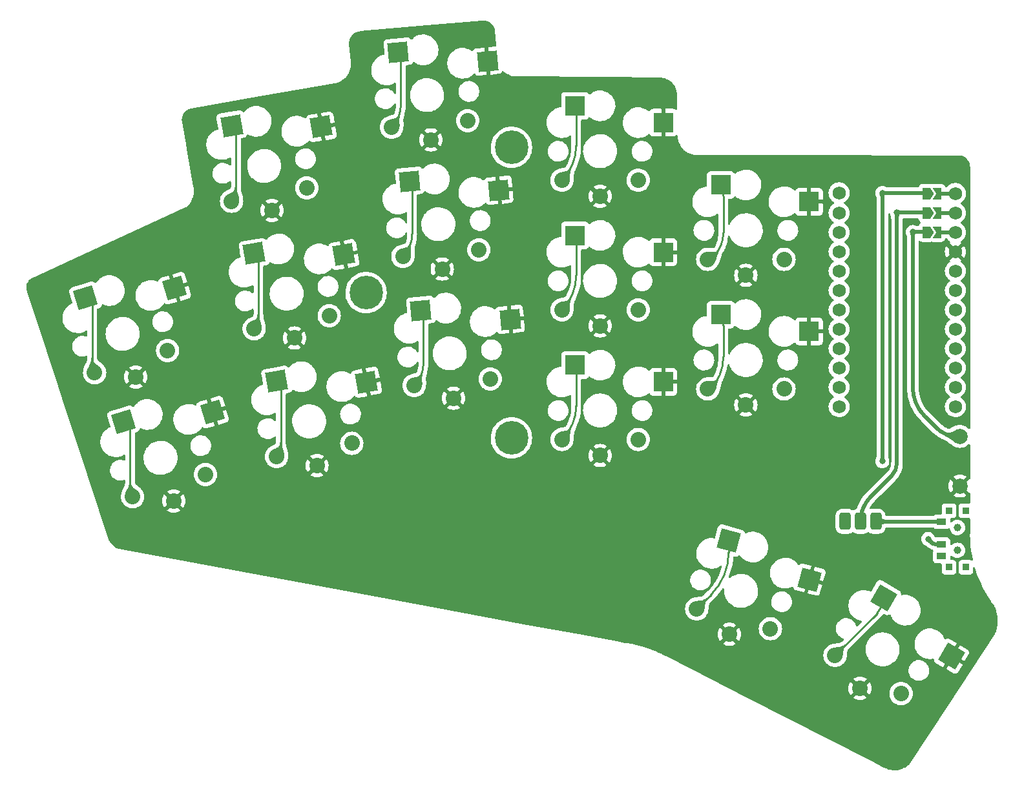
<source format=gbl>
%TF.GenerationSoftware,KiCad,Pcbnew,(6.0.4)*%
%TF.CreationDate,2022-05-08T19:11:06+02:00*%
%TF.ProjectId,battoota-curvy,62617474-6f6f-4746-912d-63757276792e,v1.0.0*%
%TF.SameCoordinates,Original*%
%TF.FileFunction,Copper,L2,Bot*%
%TF.FilePolarity,Positive*%
%FSLAX46Y46*%
G04 Gerber Fmt 4.6, Leading zero omitted, Abs format (unit mm)*
G04 Created by KiCad (PCBNEW (6.0.4)) date 2022-05-08 19:11:06*
%MOMM*%
%LPD*%
G01*
G04 APERTURE LIST*
G04 Aperture macros list*
%AMRoundRect*
0 Rectangle with rounded corners*
0 $1 Rounding radius*
0 $2 $3 $4 $5 $6 $7 $8 $9 X,Y pos of 4 corners*
0 Add a 4 corners polygon primitive as box body*
4,1,4,$2,$3,$4,$5,$6,$7,$8,$9,$2,$3,0*
0 Add four circle primitives for the rounded corners*
1,1,$1+$1,$2,$3*
1,1,$1+$1,$4,$5*
1,1,$1+$1,$6,$7*
1,1,$1+$1,$8,$9*
0 Add four rect primitives between the rounded corners*
20,1,$1+$1,$2,$3,$4,$5,0*
20,1,$1+$1,$4,$5,$6,$7,0*
20,1,$1+$1,$6,$7,$8,$9,0*
20,1,$1+$1,$8,$9,$2,$3,0*%
%AMRotRect*
0 Rectangle, with rotation*
0 The origin of the aperture is its center*
0 $1 length*
0 $2 width*
0 $3 Rotation angle, in degrees counterclockwise*
0 Add horizontal line*
21,1,$1,$2,0,0,$3*%
%AMFreePoly0*
4,1,6,0.150000,0.000000,0.650000,-0.750000,-0.500000,-0.750000,-0.500000,0.750000,0.650000,0.750000,0.150000,0.000000,0.150000,0.000000,$1*%
%AMFreePoly1*
4,1,6,0.500000,-0.750000,-0.500000,-0.750000,-1.000000,0.000000,-0.500000,0.750000,0.500000,0.750000,0.500000,-0.750000,0.500000,-0.750000,$1*%
G04 Aperture macros list end*
%TA.AperFunction,SMDPad,CuDef*%
%ADD10RotRect,2.600000X2.600000X17.000000*%
%TD*%
%TA.AperFunction,ComponentPad*%
%ADD11RoundRect,0.375000X-0.375000X-0.750000X0.375000X-0.750000X0.375000X0.750000X-0.375000X0.750000X0*%
%TD*%
%TA.AperFunction,ComponentPad*%
%ADD12C,2.000000*%
%TD*%
%TA.AperFunction,SMDPad,CuDef*%
%ADD13RotRect,2.600000X2.600000X10.000000*%
%TD*%
%TA.AperFunction,ComponentPad*%
%ADD14C,2.032000*%
%TD*%
%TA.AperFunction,SMDPad,CuDef*%
%ADD15RotRect,2.600000X2.600000X5.000000*%
%TD*%
%TA.AperFunction,SMDPad,CuDef*%
%ADD16R,2.600000X2.600000*%
%TD*%
%TA.AperFunction,SMDPad,CuDef*%
%ADD17RotRect,2.600000X2.600000X330.000000*%
%TD*%
%TA.AperFunction,SMDPad,CuDef*%
%ADD18R,0.900000X0.900000*%
%TD*%
%TA.AperFunction,WasherPad*%
%ADD19C,1.000000*%
%TD*%
%TA.AperFunction,SMDPad,CuDef*%
%ADD20R,1.250000X0.900000*%
%TD*%
%TA.AperFunction,SMDPad,CuDef*%
%ADD21RotRect,2.600000X2.600000X345.000000*%
%TD*%
%TA.AperFunction,ComponentPad*%
%ADD22C,1.752600*%
%TD*%
%TA.AperFunction,SMDPad,CuDef*%
%ADD23FreePoly0,180.000000*%
%TD*%
%TA.AperFunction,SMDPad,CuDef*%
%ADD24R,1.524000X0.500000*%
%TD*%
%TA.AperFunction,SMDPad,CuDef*%
%ADD25FreePoly1,180.000000*%
%TD*%
%TA.AperFunction,ComponentPad*%
%ADD26C,4.400000*%
%TD*%
%TA.AperFunction,ViaPad*%
%ADD27C,0.800000*%
%TD*%
%TA.AperFunction,Conductor*%
%ADD28C,0.250000*%
%TD*%
%TA.AperFunction,Conductor*%
%ADD29C,0.500000*%
%TD*%
G04 APERTURE END LIST*
D10*
%TO.P,S3,1*%
%TO.N,P7*%
X52941068Y71205278D03*
%TO.P,S3,2*%
%TO.N,GND*%
X64629606Y72478301D03*
%TD*%
D11*
%TO.P,PAD1,1*%
%TO.N,Braw*%
X151545396Y58163682D03*
%TO.P,PAD1,2*%
%TO.N,Bgnd*%
X149545396Y58163682D03*
%TO.P,PAD1,3*%
%TO.N,Braw*%
X147545396Y58163682D03*
%TD*%
D12*
%TO.P,B1,1*%
%TO.N,RST*%
X162560000Y69290000D03*
%TO.P,B1,2*%
%TO.N,GND*%
X162560000Y62790000D03*
%TD*%
D13*
%TO.P,S11,1*%
%TO.N,P3*%
X67128658Y110035975D03*
%TO.P,S11,2*%
%TO.N,GND*%
X78885213Y109875035D03*
%TD*%
D14*
%TO.P,S34,1*%
%TO.N,P9*%
X146198518Y40569316D03*
X154858772Y35569316D03*
%TO.P,S34,2*%
%TO.N,GND*%
X149478645Y36250663D03*
X149478645Y36250663D03*
%TD*%
D15*
%TO.P,S15,1*%
%TO.N,P18*%
X90440529Y102756090D03*
%TO.P,S15,2*%
%TO.N,GND*%
X102138320Y101571111D03*
%TD*%
D16*
%TO.P,S21,1*%
%TO.N,P16*%
X112136087Y95636017D03*
%TO.P,S21,2*%
%TO.N,GND*%
X123686087Y93436017D03*
%TD*%
D14*
%TO.P,S8,1*%
%TO.N,P5*%
X73026972Y66651093D03*
X82875050Y68387574D03*
%TO.P,S8,2*%
%TO.N,GND*%
X78315672Y65451237D03*
X78315672Y65451237D03*
%TD*%
%TO.P,S14,1*%
%TO.N,P2*%
X91053509Y75957538D03*
X101015456Y76829096D03*
%TO.P,S14,2*%
%TO.N,GND*%
X96217510Y74301308D03*
X96217510Y74301308D03*
%TD*%
%TO.P,S20,1*%
%TO.N,P14*%
X120411087Y68886017D03*
X110411087Y68886017D03*
%TO.P,S20,2*%
%TO.N,GND*%
X115411087Y66786017D03*
X115411087Y66786017D03*
%TD*%
%TO.P,S28,1*%
%TO.N,P19*%
X129517334Y75510985D03*
X139517334Y75510985D03*
%TO.P,S28,2*%
%TO.N,GND*%
X134517334Y73410985D03*
X134517334Y73410985D03*
%TD*%
D16*
%TO.P,S29,1*%
%TO.N,P20*%
X131242334Y102260985D03*
%TO.P,S29,2*%
%TO.N,GND*%
X142792334Y100060985D03*
%TD*%
D17*
%TO.P,S33,1*%
%TO.N,P9*%
X152567412Y48150564D03*
%TO.P,S33,2*%
%TO.N,GND*%
X161470005Y40470308D03*
%TD*%
D13*
%TO.P,S7,1*%
%TO.N,P5*%
X73032696Y76552511D03*
%TO.P,S7,2*%
%TO.N,GND*%
X84789251Y76391571D03*
%TD*%
D18*
%TO.P,T2,*%
%TO.N,*%
X163342148Y52149495D03*
X163342148Y59549495D03*
X161142148Y52149495D03*
X161142148Y59549495D03*
D19*
X162242148Y57349495D03*
X162242148Y54349495D03*
D20*
%TO.P,T2,1*%
%TO.N,Braw*%
X160167148Y58099495D03*
%TO.P,T2,2*%
%TO.N,RAW*%
X160167148Y55099495D03*
%TO.P,T2,3*%
%TO.N,N/C*%
X160167148Y53599495D03*
%TD*%
D10*
%TO.P,S5,1*%
%TO.N,P6*%
X47970749Y87462459D03*
%TO.P,S5,2*%
%TO.N,GND*%
X59659287Y88735482D03*
%TD*%
D16*
%TO.P,S27,1*%
%TO.N,P19*%
X131242334Y85260985D03*
%TO.P,S27,2*%
%TO.N,GND*%
X142792334Y83060985D03*
%TD*%
D13*
%TO.P,S9,1*%
%TO.N,P4*%
X70080677Y93294243D03*
%TO.P,S9,2*%
%TO.N,GND*%
X81837232Y93133303D03*
%TD*%
D14*
%TO.P,S16,1*%
%TO.N,P18*%
X99533808Y93764406D03*
X89571861Y92892848D03*
%TO.P,S16,2*%
%TO.N,GND*%
X94735862Y91236618D03*
X94735862Y91236618D03*
%TD*%
%TO.P,S30,1*%
%TO.N,P20*%
X139517334Y92510985D03*
X129517334Y92510985D03*
%TO.P,S30,2*%
%TO.N,GND*%
X134517334Y90410985D03*
X134517334Y90410985D03*
%TD*%
D15*
%TO.P,S13,1*%
%TO.N,P2*%
X91922177Y85820780D03*
%TO.P,S13,2*%
%TO.N,GND*%
X103619968Y84635801D03*
%TD*%
D14*
%TO.P,S24,1*%
%TO.N,P10*%
X110411087Y102886017D03*
X120411087Y102886017D03*
%TO.P,S24,2*%
%TO.N,GND*%
X115411087Y100786017D03*
X115411087Y100786017D03*
%TD*%
D15*
%TO.P,S17,1*%
%TO.N,P15*%
X88958882Y119691400D03*
%TO.P,S17,2*%
%TO.N,GND*%
X100656673Y118506421D03*
%TD*%
D14*
%TO.P,S4,1*%
%TO.N,P7*%
X54142067Y61376965D03*
X63705114Y64300682D03*
%TO.P,S4,2*%
%TO.N,GND*%
X59537571Y60830584D03*
X59537571Y60830584D03*
%TD*%
%TO.P,S10,1*%
%TO.N,P4*%
X70074953Y83392825D03*
X79923031Y85129306D03*
%TO.P,S10,2*%
%TO.N,GND*%
X75363653Y82192969D03*
X75363653Y82192969D03*
%TD*%
%TO.P,S22,1*%
%TO.N,P16*%
X110411087Y85886017D03*
X120411087Y85886017D03*
%TO.P,S22,2*%
%TO.N,GND*%
X115411087Y83786017D03*
X115411087Y83786017D03*
%TD*%
D21*
%TO.P,S31,1*%
%TO.N,P8*%
X132267612Y55633629D03*
%TO.P,S31,2*%
%TO.N,GND*%
X142854654Y50519232D03*
%TD*%
D22*
%TO.P,MCU1,*%
%TO.N,*%
X161977213Y98602542D03*
D23*
X159643690Y98602542D03*
D22*
X161977213Y96062542D03*
D24*
X160593690Y101142542D03*
D22*
X146737213Y96062542D03*
D24*
X160593690Y98602542D03*
X160593690Y96062542D03*
D23*
X159643690Y96062542D03*
X159643690Y101142542D03*
D22*
X146737213Y101226288D03*
X161977213Y101142542D03*
X146737213Y98602542D03*
D25*
%TO.P,MCU1,1*%
%TO.N,RAW*%
X158193690Y101142542D03*
%TO.P,MCU1,2*%
%TO.N,Bgnd*%
X158193690Y98602542D03*
%TO.P,MCU1,3*%
%TO.N,RST*%
X158193690Y96062542D03*
D22*
%TO.P,MCU1,4*%
%TO.N,VCC*%
X146737213Y93522542D03*
%TO.P,MCU1,5*%
%TO.N,P21*%
X146737213Y90982542D03*
%TO.P,MCU1,6*%
%TO.N,P20*%
X146737213Y88442542D03*
%TO.P,MCU1,7*%
%TO.N,P19*%
X146737213Y85902542D03*
%TO.P,MCU1,8*%
%TO.N,P18*%
X146737213Y83362542D03*
%TO.P,MCU1,9*%
%TO.N,P15*%
X146737213Y80822542D03*
%TO.P,MCU1,10*%
%TO.N,P14*%
X146737213Y78282542D03*
%TO.P,MCU1,11*%
%TO.N,P16*%
X146737213Y75742542D03*
%TO.P,MCU1,12*%
%TO.N,P10*%
X146737213Y73202542D03*
%TO.P,MCU1,16*%
%TO.N,GND*%
X161977213Y93522542D03*
%TO.P,MCU1,17*%
%TO.N,P2*%
X161977213Y90982542D03*
%TO.P,MCU1,18*%
%TO.N,P3*%
X161977213Y88442542D03*
%TO.P,MCU1,19*%
%TO.N,P4*%
X161977213Y85902542D03*
%TO.P,MCU1,20*%
%TO.N,P5*%
X161977213Y83362542D03*
%TO.P,MCU1,21*%
%TO.N,P6*%
X161977213Y80822542D03*
%TO.P,MCU1,22*%
%TO.N,P7*%
X161977213Y78282542D03*
%TO.P,MCU1,23*%
%TO.N,P8*%
X161977213Y75742542D03*
%TO.P,MCU1,24*%
%TO.N,P9*%
X161977213Y73202542D03*
%TD*%
D14*
%TO.P,S32,1*%
%TO.N,P8*%
X137737163Y44074125D03*
X128077904Y46662315D03*
%TO.P,S32,2*%
%TO.N,GND*%
X132364014Y43339776D03*
X132364014Y43339776D03*
%TD*%
D26*
%TO.P,REF\u002A\u002A,1*%
%TO.N,N/C*%
X84747220Y88141427D03*
X103797220Y69091427D03*
X103797220Y107191427D03*
%TD*%
D14*
%TO.P,S12,1*%
%TO.N,P3*%
X76971012Y101871038D03*
X67122934Y100134557D03*
%TO.P,S12,2*%
%TO.N,GND*%
X72411634Y98934701D03*
X72411634Y98934701D03*
%TD*%
D16*
%TO.P,S23,1*%
%TO.N,P10*%
X112136087Y112636017D03*
%TO.P,S23,2*%
%TO.N,GND*%
X123686087Y110436017D03*
%TD*%
D14*
%TO.P,S6,1*%
%TO.N,P6*%
X49171748Y77634146D03*
X58734795Y80557863D03*
%TO.P,S6,2*%
%TO.N,GND*%
X54567252Y77087765D03*
X54567252Y77087765D03*
%TD*%
D16*
%TO.P,S19,1*%
%TO.N,P14*%
X112136087Y78636017D03*
%TO.P,S19,2*%
%TO.N,GND*%
X123686087Y76436017D03*
%TD*%
D14*
%TO.P,S18,1*%
%TO.N,P15*%
X88090214Y109828158D03*
X98052161Y110699716D03*
%TO.P,S18,2*%
%TO.N,GND*%
X93254215Y108171928D03*
X93254215Y108171928D03*
%TD*%
D27*
%TO.N,RAW*%
X158403261Y55849495D03*
X152400000Y66040000D03*
X152400000Y101213143D03*
%TO.N,RST*%
X156389782Y96106346D03*
%TO.N,Bgnd*%
X154304587Y98650426D03*
%TD*%
D28*
%TO.N,P6*%
X47655954Y88184596D02*
X48856953Y86983597D01*
X48856953Y86983597D02*
X48856953Y78356283D01*
%TO.N,P5*%
X73032696Y76552511D02*
X73297557Y76287650D01*
X73590450Y75580543D02*
X73590450Y68011415D01*
X73297525Y76287618D02*
G75*
G02*
X73590450Y75580543I-707025J-707118D01*
G01*
X73026979Y66651086D02*
G75*
G03*
X73590450Y68011415I-1360279J1360314D01*
G01*
%TO.N,P4*%
X70638431Y92322275D02*
X70638431Y84753192D01*
X70080677Y93294243D02*
X70345538Y93029382D01*
X70345557Y93029401D02*
G75*
G02*
X70638431Y92322275I-707157J-707101D01*
G01*
X70638445Y84753192D02*
G75*
G02*
X70074953Y83392825I-1923845J8D01*
G01*
%TO.N,P3*%
X67128658Y110035975D02*
X67393519Y109771114D01*
X67686412Y109064007D02*
X67686412Y101494927D01*
X67686379Y101494927D02*
G75*
G02*
X67122933Y100134558I-1923879J-27D01*
G01*
X67686413Y109064007D02*
G75*
G03*
X67393518Y109771113I-1000013J-7D01*
G01*
%TO.N,P2*%
X91922177Y85820780D02*
X91977111Y85765846D01*
X92270004Y85058739D02*
X92270004Y78894442D01*
X91053524Y75957523D02*
G75*
G03*
X92270004Y78894442I-2936924J2936877D01*
G01*
X92270030Y85058739D02*
G75*
G03*
X91977110Y85765845I-1000030J-39D01*
G01*
%TO.N,P18*%
X90440529Y102756090D02*
X90495463Y102701156D01*
X90788356Y101994049D02*
X90788356Y95829746D01*
X89571891Y92892818D02*
G75*
G03*
X90788356Y95829746I-2936991J2936882D01*
G01*
X90495429Y102701122D02*
G75*
G02*
X90788356Y101994049I-707029J-707122D01*
G01*
%TO.N,P15*%
X89306709Y118929359D02*
X89306709Y112765018D01*
X88958882Y119691400D02*
X89013816Y119636466D01*
X89013838Y119636488D02*
G75*
G02*
X89306709Y118929359I-707138J-707088D01*
G01*
X89306701Y112765018D02*
G75*
G02*
X88090213Y109828159I-4153301J-18D01*
G01*
%TO.N,P14*%
X112285608Y79029475D02*
X112285608Y73277135D01*
X110506106Y68981036D02*
X110411087Y68886017D01*
X110506125Y68981017D02*
G75*
G03*
X112285608Y73277135I-4296125J4296083D01*
G01*
%TO.N,P16*%
X112285608Y96029475D02*
X112285608Y90411505D01*
X110411091Y85886013D02*
G75*
G03*
X112285608Y90411505I-4525491J4525487D01*
G01*
%TO.N,P10*%
X112285608Y113029475D02*
X112285608Y107411506D01*
X112285602Y107411506D02*
G75*
G02*
X110411087Y102886017I-6400002J-6D01*
G01*
%TO.N,P19*%
X131572000Y83806545D02*
X131572000Y79736865D01*
X131102759Y84690000D02*
X131279107Y84513652D01*
X131572032Y83806545D02*
G75*
G03*
X131279107Y84513652I-1000032J-45D01*
G01*
X131572021Y79736865D02*
G75*
G02*
X129731667Y75293910I-6283321J35D01*
G01*
%TO.N,P20*%
X131572000Y100806545D02*
X131572000Y96015659D01*
X129534530Y92510985D02*
X129517334Y92510985D01*
X131102759Y101690000D02*
X131279107Y101513652D01*
X130241628Y92803887D02*
G75*
G03*
X131572000Y96015659I-3211828J3211813D01*
G01*
X130241625Y92803890D02*
G75*
G02*
X129534530Y92510985I-707125J707110D01*
G01*
X131279084Y101513629D02*
G75*
G02*
X131572000Y100806545I-707084J-707129D01*
G01*
%TO.N,P7*%
X52626273Y71927415D02*
X53827272Y70726416D01*
X53827272Y70726416D02*
X53827272Y62099102D01*
%TO.N,P8*%
X132267612Y55633629D02*
X132267612Y54075990D01*
X129987923Y48572334D02*
X128077904Y46662315D01*
X132267628Y54075990D02*
G75*
G02*
X129987923Y48572334I-7783328J10D01*
G01*
%TO.N,P9*%
X151710172Y46080970D02*
X146198518Y40569316D01*
X152567387Y48150564D02*
G75*
G02*
X151710172Y46080970I-2926787J-64D01*
G01*
D29*
%TO.N,RAW*%
X152400000Y101213143D02*
X152426699Y101186444D01*
X158403261Y55849495D02*
X158860368Y55392388D01*
X159567475Y55099495D02*
X160167148Y55099495D01*
X152400000Y101213143D02*
X152400000Y66040000D01*
X152426699Y101186444D02*
X158168242Y101186444D01*
X158860380Y55392400D02*
G75*
G03*
X159567475Y55099495I707120J707100D01*
G01*
%TO.N,RST*%
X157977058Y71913173D02*
X159443359Y70446872D01*
X156389782Y96106346D02*
X156389880Y96106444D01*
X162236294Y69290000D02*
X162560000Y69290000D01*
X156389782Y96106346D02*
X156389782Y75745197D01*
X156389880Y96106444D02*
X158168242Y96106444D01*
X157977056Y71913171D02*
G75*
G02*
X156389782Y75745197I3832044J3832029D01*
G01*
X159443363Y70446876D02*
G75*
G03*
X162236294Y69290000I2792937J2792924D01*
G01*
%TO.N,Braw*%
X151609583Y58099495D02*
X151545396Y58163682D01*
X160167148Y58099495D02*
X151609583Y58099495D01*
%TO.N,Bgnd*%
X154329345Y98675184D02*
X154329345Y65832570D01*
X153617247Y64113413D02*
X150873221Y61369387D01*
X154304587Y98650426D02*
X154329345Y98675184D01*
X154329345Y98675184D02*
X158139502Y98675184D01*
X154329369Y65832570D02*
G75*
G02*
X153617247Y64113413I-2431269J30D01*
G01*
X150873233Y61369375D02*
G75*
G03*
X149545396Y58163682I3205667J-3205675D01*
G01*
%TD*%
%TA.AperFunction,Conductor*%
%TO.N,P8*%
G36*
X129429954Y48175459D02*
G01*
X129591048Y48014365D01*
X129594475Y48006092D01*
X129591479Y47998275D01*
X129438134Y47827553D01*
X129412066Y47789612D01*
X129339068Y47683366D01*
X129325035Y47662942D01*
X129250442Y47508240D01*
X129205201Y47358996D01*
X129180160Y47210758D01*
X129180141Y47210554D01*
X129180140Y47210545D01*
X129166167Y47059077D01*
X129154086Y46899713D01*
X129154046Y46899288D01*
X129134765Y46728002D01*
X129134633Y46727133D01*
X129099062Y46539421D01*
X129098798Y46538319D01*
X129040043Y46337139D01*
X129034434Y46330158D01*
X129029041Y46328721D01*
X128931162Y46326808D01*
X127730859Y46303343D01*
X127722520Y46306608D01*
X127718932Y46315270D01*
X127744310Y47613452D01*
X127747898Y47621656D01*
X127752728Y47624454D01*
X127953908Y47683209D01*
X127955008Y47683472D01*
X128142726Y47719045D01*
X128143587Y47719175D01*
X128235942Y47729572D01*
X128314877Y47738457D01*
X128315302Y47738497D01*
X128474666Y47750578D01*
X128626134Y47764551D01*
X128626143Y47764552D01*
X128626347Y47764571D01*
X128774585Y47789612D01*
X128774934Y47789718D01*
X128774939Y47789719D01*
X128844854Y47810913D01*
X128923829Y47834853D01*
X129078531Y47909446D01*
X129078888Y47909691D01*
X129078891Y47909693D01*
X129152150Y47960027D01*
X129243142Y48022545D01*
X129413864Y48175890D01*
X129422307Y48178869D01*
X129429954Y48175459D01*
G37*
%TD.AperFunction*%
%TD*%
%TA.AperFunction,Conductor*%
%TO.N,Bgnd*%
G36*
X154464096Y99017472D02*
G01*
X154520266Y98995432D01*
X154520368Y98995392D01*
X154520478Y98995354D01*
X154520486Y98995351D01*
X154578623Y98975239D01*
X154578636Y98975235D01*
X154578760Y98975192D01*
X154578897Y98975152D01*
X154578905Y98975150D01*
X154633758Y98959341D01*
X154633942Y98959288D01*
X154634116Y98959249D01*
X154634120Y98959248D01*
X154687863Y98947207D01*
X154688046Y98947166D01*
X154712851Y98943185D01*
X154743025Y98938343D01*
X154743040Y98938341D01*
X154743202Y98938315D01*
X154743354Y98938299D01*
X154743370Y98938297D01*
X154782881Y98934170D01*
X154801541Y98932221D01*
X154865195Y98928374D01*
X154865224Y98928373D01*
X154865247Y98928372D01*
X154936243Y98926261D01*
X154936276Y98926260D01*
X154936292Y98926260D01*
X154936338Y98926259D01*
X154936369Y98926259D01*
X155016965Y98925367D01*
X155097668Y98925207D01*
X155105935Y98921764D01*
X155109345Y98913507D01*
X155109345Y98436825D01*
X155105918Y98428552D01*
X155097705Y98425125D01*
X155065499Y98424961D01*
X155022192Y98424740D01*
X154945835Y98423060D01*
X154895077Y98420465D01*
X154878552Y98419620D01*
X154878550Y98419620D01*
X154878416Y98419613D01*
X154878285Y98419601D01*
X154878264Y98419599D01*
X154848169Y98416736D01*
X154818076Y98413874D01*
X154796673Y98410550D01*
X154763172Y98405348D01*
X154763160Y98405346D01*
X154762956Y98405314D01*
X154737861Y98399540D01*
X154711418Y98393457D01*
X154711414Y98393456D01*
X154711197Y98393406D01*
X154672910Y98381382D01*
X154661156Y98377691D01*
X154661152Y98377690D01*
X154660940Y98377623D01*
X154610327Y98357436D01*
X154557498Y98332318D01*
X154500596Y98301743D01*
X154109866Y98634045D01*
X154109130Y98634671D01*
X154109529Y98635938D01*
X154109095Y98641098D01*
X154111632Y98645465D01*
X154200350Y98741879D01*
X154200360Y98741891D01*
X154200435Y98741972D01*
X154295828Y98845640D01*
X154297390Y98847338D01*
X154297391Y98847338D01*
X154451212Y99014502D01*
X154459336Y99018270D01*
X154464096Y99017472D01*
G37*
%TD.AperFunction*%
%TD*%
%TA.AperFunction,Conductor*%
%TO.N,RST*%
G36*
X156571312Y96463018D02*
G01*
X156623015Y96439027D01*
X156677347Y96416581D01*
X156729000Y96398571D01*
X156729156Y96398528D01*
X156729159Y96398527D01*
X156779744Y96384569D01*
X156779753Y96384567D01*
X156779930Y96384518D01*
X156780107Y96384482D01*
X156780120Y96384479D01*
X156831907Y96373979D01*
X156831922Y96373977D01*
X156832092Y96373942D01*
X156832282Y96373916D01*
X156887275Y96366387D01*
X156887280Y96366386D01*
X156887444Y96366364D01*
X156887622Y96366349D01*
X156887623Y96366349D01*
X156947820Y96361315D01*
X156947835Y96361314D01*
X156947943Y96361305D01*
X156948044Y96361300D01*
X156948067Y96361299D01*
X157015489Y96358286D01*
X157015522Y96358285D01*
X157015544Y96358284D01*
X157015571Y96358283D01*
X157015587Y96358283D01*
X157092204Y96356824D01*
X157168231Y96356494D01*
X157176489Y96353031D01*
X157179880Y96344794D01*
X157179880Y95868093D01*
X157176453Y95859820D01*
X157168232Y95856393D01*
X157092226Y95856062D01*
X157015583Y95854599D01*
X156947998Y95851573D01*
X156947905Y95851565D01*
X156947885Y95851564D01*
X156912347Y95848587D01*
X156887513Y95846507D01*
X156861412Y95842929D01*
X156832362Y95838946D01*
X156832355Y95838945D01*
X156832174Y95838920D01*
X156831987Y95838882D01*
X156831981Y95838881D01*
X156780221Y95828372D01*
X156780210Y95828369D01*
X156780026Y95828332D01*
X156779841Y95828281D01*
X156779829Y95828278D01*
X156748278Y95819560D01*
X156729112Y95814265D01*
X156728931Y95814202D01*
X156728922Y95814199D01*
X156710285Y95807692D01*
X156677478Y95796238D01*
X156623168Y95773773D01*
X156564228Y95746390D01*
X156193048Y96103158D01*
X156193872Y96105263D01*
X156193804Y96108674D01*
X156196588Y96112843D01*
X156291635Y96204291D01*
X156291714Y96204367D01*
X156291721Y96204374D01*
X156393590Y96302386D01*
X156449776Y96356444D01*
X156535608Y96439027D01*
X156558276Y96460836D01*
X156566613Y96464103D01*
X156571312Y96463018D01*
G37*
%TD.AperFunction*%
%TD*%
%TA.AperFunction,Conductor*%
%TO.N,RST*%
G36*
X156392498Y96302915D02*
G01*
X156392922Y96303081D01*
X156749782Y95931991D01*
X156722413Y95873045D01*
X156699959Y95818732D01*
X156681942Y95767097D01*
X156667881Y95716184D01*
X156657299Y95664037D01*
X156649715Y95608700D01*
X156644650Y95548219D01*
X156641626Y95480636D01*
X156641624Y95480526D01*
X156640163Y95403997D01*
X156639833Y95327995D01*
X156636370Y95319737D01*
X156628133Y95316346D01*
X156151431Y95316346D01*
X156143158Y95319773D01*
X156139731Y95327995D01*
X156139400Y95403997D01*
X156137939Y95480526D01*
X156137937Y95480636D01*
X156134913Y95548219D01*
X156129848Y95608700D01*
X156122264Y95664037D01*
X156111682Y95716184D01*
X156097621Y95767097D01*
X156086028Y95800321D01*
X156079653Y95818592D01*
X156079651Y95818596D01*
X156079604Y95818732D01*
X156057150Y95873045D01*
X156034749Y95921294D01*
X156033155Y95924727D01*
X156032779Y95933674D01*
X156035334Y95937764D01*
X156192129Y96100811D01*
X156192129Y96100812D01*
X156291707Y96204360D01*
X156291714Y96204367D01*
X156383235Y96299538D01*
X156391439Y96303126D01*
X156392498Y96302915D01*
G37*
%TD.AperFunction*%
%TD*%
%TA.AperFunction,Conductor*%
%TO.N,P19*%
G36*
X130804104Y76972964D02*
G01*
X131007735Y76870919D01*
X131013596Y76864149D01*
X131013106Y76855535D01*
X130907838Y76628646D01*
X130907772Y76628473D01*
X130907771Y76628472D01*
X130870282Y76531027D01*
X130828756Y76423091D01*
X130773261Y76241986D01*
X130733977Y76078152D01*
X130733949Y76078010D01*
X130703529Y75924410D01*
X130703525Y75924388D01*
X130703512Y75924323D01*
X130674572Y75773741D01*
X130674496Y75773380D01*
X130639714Y75618836D01*
X130639539Y75618153D01*
X130591558Y75452354D01*
X130591285Y75451528D01*
X130522725Y75267184D01*
X130522391Y75266378D01*
X130429285Y75063684D01*
X130422718Y75057597D01*
X130417061Y75056977D01*
X129620582Y75166399D01*
X129100786Y75237810D01*
X129093057Y75242331D01*
X129090788Y75250993D01*
X129091018Y75252197D01*
X129094605Y75266770D01*
X129401124Y76512259D01*
X129406429Y76519474D01*
X129411681Y76521135D01*
X129589500Y76533364D01*
X129590293Y76533392D01*
X129708463Y76533299D01*
X129763703Y76533256D01*
X129764092Y76533249D01*
X129925941Y76527747D01*
X130076663Y76524479D01*
X130076675Y76524479D01*
X130076868Y76524475D01*
X130148526Y76527824D01*
X130217087Y76531027D01*
X130217094Y76531028D01*
X130217484Y76531046D01*
X130301009Y76546349D01*
X130348025Y76554963D01*
X130348026Y76554963D01*
X130348603Y76555069D01*
X130349140Y76555284D01*
X130349146Y76555286D01*
X130470393Y76603893D01*
X130471039Y76604152D01*
X130585605Y76685902D01*
X130693114Y76807927D01*
X130721489Y76855535D01*
X130788812Y76968494D01*
X130795991Y76973846D01*
X130804104Y76972964D01*
G37*
%TD.AperFunction*%
%TD*%
%TA.AperFunction,Conductor*%
%TO.N,P20*%
G36*
X130910923Y93883962D02*
G01*
X131009938Y93829578D01*
X131110538Y93774322D01*
X131116139Y93767335D01*
X131115289Y93758676D01*
X131001103Y93538758D01*
X130910665Y93339950D01*
X130842375Y93165289D01*
X130789369Y93007669D01*
X130789344Y93007585D01*
X130789343Y93007583D01*
X130744781Y92859984D01*
X130744772Y92859954D01*
X130701785Y92715256D01*
X130701699Y92714980D01*
X130653488Y92566260D01*
X130653306Y92565740D01*
X130592999Y92405793D01*
X130592743Y92405169D01*
X130513454Y92226777D01*
X130513162Y92226168D01*
X130411808Y92029547D01*
X130404971Y92023764D01*
X130399341Y92023392D01*
X129809176Y92129392D01*
X129087851Y92258949D01*
X129080314Y92263785D01*
X129078403Y92272533D01*
X129078711Y92273822D01*
X129118244Y92405793D01*
X129451038Y93516754D01*
X129456694Y93523695D01*
X129462084Y93525095D01*
X129644291Y93527599D01*
X129645198Y93527575D01*
X129721536Y93522605D01*
X129822821Y93516010D01*
X129823298Y93515969D01*
X129989406Y93498305D01*
X129989427Y93498303D01*
X129989473Y93498298D01*
X130144634Y93482701D01*
X130144643Y93482700D01*
X130144826Y93482682D01*
X130145009Y93482675D01*
X130145012Y93482675D01*
X130289843Y93477304D01*
X130289848Y93477304D01*
X130290229Y93477290D01*
X130426610Y93490280D01*
X130510015Y93515969D01*
X130554249Y93529593D01*
X130554251Y93529594D01*
X130554946Y93529808D01*
X130676212Y93604029D01*
X130791383Y93721099D01*
X130895503Y93880116D01*
X130902902Y93885160D01*
X130910923Y93883962D01*
G37*
%TD.AperFunction*%
%TD*%
%TA.AperFunction,Conductor*%
%TO.N,P14*%
G36*
X111520592Y70568267D02*
G01*
X111529272Y70563840D01*
X111723525Y70464756D01*
X111729338Y70457945D01*
X111728835Y70449438D01*
X111626647Y70227637D01*
X111626563Y70227399D01*
X111626560Y70227391D01*
X111570865Y70069107D01*
X111555663Y70025905D01*
X111513187Y69847126D01*
X111513150Y69846841D01*
X111513148Y69846832D01*
X111509480Y69818823D01*
X111491819Y69683978D01*
X111484159Y69529134D01*
X111484158Y69529036D01*
X111484158Y69529031D01*
X111482808Y69375347D01*
X111482807Y69375272D01*
X111480368Y69215337D01*
X111480346Y69214781D01*
X111469457Y69041628D01*
X111469371Y69040766D01*
X111442672Y68846809D01*
X111442498Y68845847D01*
X111394354Y68631443D01*
X111389199Y68624122D01*
X111384018Y68622358D01*
X110091015Y68502799D01*
X110082463Y68505449D01*
X110078255Y68513828D01*
X110060580Y68846324D01*
X110032456Y69375347D01*
X110009330Y69810380D01*
X110012313Y69818823D01*
X110016988Y69821986D01*
X110086367Y69847415D01*
X110206209Y69891340D01*
X110207316Y69891684D01*
X110390573Y69938669D01*
X110391341Y69938838D01*
X110562530Y69970403D01*
X110562769Y69970444D01*
X110628537Y69981033D01*
X110722829Y69996215D01*
X110722839Y69996217D01*
X110722952Y69996235D01*
X110723077Y69996260D01*
X110723084Y69996261D01*
X110872760Y70025876D01*
X110872764Y70025877D01*
X110873052Y70025934D01*
X111014096Y70069247D01*
X111147240Y70135906D01*
X111263190Y70227391D01*
X111273185Y70235277D01*
X111273187Y70235279D01*
X111273642Y70235638D01*
X111394456Y70378173D01*
X111505230Y70563841D01*
X111512411Y70569189D01*
X111520592Y70568267D01*
G37*
%TD.AperFunction*%
%TD*%
%TA.AperFunction,Conductor*%
%TO.N,P16*%
G36*
X111497714Y87579962D02*
G01*
X111701104Y87477344D01*
X111706947Y87470558D01*
X111706489Y87462066D01*
X111605569Y87239529D01*
X111536527Y87037117D01*
X111536462Y87036824D01*
X111536459Y87036815D01*
X111496529Y86858018D01*
X111496461Y86857712D01*
X111496426Y86857400D01*
X111496425Y86857397D01*
X111490769Y86807671D01*
X111477836Y86693978D01*
X111473112Y86538577D01*
X111473114Y86538427D01*
X111474753Y86384260D01*
X111474754Y86384170D01*
X111475224Y86223714D01*
X111475211Y86223128D01*
X111467007Y86049439D01*
X111466929Y86048537D01*
X111442565Y85854057D01*
X111442393Y85853044D01*
X111396030Y85638074D01*
X111390936Y85630710D01*
X111385748Y85628898D01*
X110093598Y85500658D01*
X110085027Y85503251D01*
X110080764Y85511601D01*
X110003128Y86807671D01*
X110006054Y86816135D01*
X110010692Y86819323D01*
X110198323Y86889825D01*
X110199411Y86890175D01*
X110381028Y86938827D01*
X110381784Y86939003D01*
X110551291Y86972539D01*
X110551504Y86972579D01*
X110710003Y87000501D01*
X110858394Y87032328D01*
X110858669Y87032417D01*
X110858675Y87032419D01*
X110997274Y87077465D01*
X110997276Y87077466D01*
X110997735Y87077615D01*
X110998157Y87077834D01*
X110998161Y87077836D01*
X111077180Y87118907D01*
X111129193Y87145940D01*
X111129647Y87146307D01*
X111129651Y87146310D01*
X111253486Y87246517D01*
X111253488Y87246519D01*
X111253933Y87246879D01*
X111373122Y87390006D01*
X111420573Y87470558D01*
X111482363Y87575454D01*
X111489515Y87580843D01*
X111497714Y87579962D01*
G37*
%TD.AperFunction*%
%TD*%
%TA.AperFunction,Conductor*%
%TO.N,P3*%
G36*
X67808387Y102016525D02*
G01*
X67811807Y102008661D01*
X67818287Y101823224D01*
X67820582Y101757542D01*
X67820606Y101757331D01*
X67844946Y101542497D01*
X67845474Y101537833D01*
X67845517Y101537615D01*
X67880313Y101360359D01*
X67882156Y101350968D01*
X67926699Y101187089D01*
X67926740Y101186960D01*
X67926744Y101186948D01*
X67937903Y101152246D01*
X67975173Y101036340D01*
X67995478Y100974564D01*
X68023576Y100889078D01*
X68023701Y100888675D01*
X68068079Y100735186D01*
X68068277Y100734397D01*
X68104763Y100564805D01*
X68104933Y100563812D01*
X68129700Y100368004D01*
X68129783Y100366996D01*
X68138593Y100143225D01*
X68135494Y100134824D01*
X68130740Y100131712D01*
X66882030Y99698235D01*
X66873091Y99698759D01*
X66867141Y99705451D01*
X66866842Y99706455D01*
X66552620Y100965707D01*
X66553942Y100974564D01*
X66557802Y100978481D01*
X66650947Y101036293D01*
X66707888Y101071634D01*
X66708578Y101072031D01*
X66859942Y101152246D01*
X66860281Y101152419D01*
X67003643Y101222523D01*
X67003712Y101222557D01*
X67052347Y101247109D01*
X67136366Y101289523D01*
X67255627Y101360359D01*
X67358916Y101442124D01*
X67443687Y101541891D01*
X67507391Y101666736D01*
X67547482Y101823731D01*
X67560640Y102009080D01*
X67564644Y102017090D01*
X67572311Y102019952D01*
X67800114Y102019952D01*
X67808387Y102016525D01*
G37*
%TD.AperFunction*%
%TD*%
%TA.AperFunction,Conductor*%
%TO.N,P15*%
G36*
X89040891Y111582913D02*
G01*
X89235847Y111523632D01*
X89242764Y111517948D01*
X89243749Y111509433D01*
X89179278Y111266969D01*
X89139946Y111050240D01*
X89139924Y111050006D01*
X89139923Y111049997D01*
X89134861Y110995600D01*
X89122395Y110861647D01*
X89120363Y110692679D01*
X89120370Y110692530D01*
X89127587Y110534858D01*
X89127589Y110534824D01*
X89137804Y110379684D01*
X89137818Y110379420D01*
X89144756Y110218747D01*
X89144766Y110218071D01*
X89142212Y110043259D01*
X89142163Y110042353D01*
X89123898Y109844771D01*
X89123772Y109843824D01*
X89084922Y109622671D01*
X89080115Y109615115D01*
X89075052Y109613113D01*
X87789556Y109429527D01*
X87780882Y109431749D01*
X87776264Y109439909D01*
X87757417Y109622671D01*
X87643075Y110731445D01*
X87645635Y110740025D01*
X87650142Y110743414D01*
X87745241Y110783753D01*
X87829114Y110819330D01*
X87830167Y110819718D01*
X88007133Y110875473D01*
X88007815Y110875666D01*
X88175051Y110917415D01*
X88175201Y110917451D01*
X88331713Y110954341D01*
X88331720Y110954343D01*
X88331831Y110954369D01*
X88477036Y110995693D01*
X88610063Y111050687D01*
X88730267Y111128636D01*
X88837000Y111238826D01*
X88929615Y111390545D01*
X89003558Y111582913D01*
X89009725Y111589406D01*
X89017883Y111589909D01*
X89040891Y111582913D01*
G37*
%TD.AperFunction*%
%TD*%
%TA.AperFunction,Conductor*%
%TO.N,Braw*%
G36*
X151935456Y58804096D02*
G01*
X152045634Y58735136D01*
X152050821Y58731889D01*
X152051168Y58731662D01*
X152156777Y58659857D01*
X152156872Y58659791D01*
X152251301Y58593424D01*
X152339830Y58533362D01*
X152339948Y58533291D01*
X152339962Y58533282D01*
X152427600Y58480551D01*
X152427610Y58480546D01*
X152427832Y58480412D01*
X152520727Y58435350D01*
X152521039Y58435240D01*
X152521046Y58435237D01*
X152579137Y58414750D01*
X152623931Y58398952D01*
X152742862Y58371993D01*
X152743167Y58371957D01*
X152743170Y58371956D01*
X152843391Y58359976D01*
X152882940Y58355248D01*
X153038287Y58349885D01*
X153046437Y58346175D01*
X153049583Y58338192D01*
X153049583Y57860839D01*
X153046156Y57852566D01*
X153038244Y57849145D01*
X152871560Y57844002D01*
X152786652Y57835069D01*
X152722089Y57828277D01*
X152722082Y57828276D01*
X152721826Y57828249D01*
X152686287Y57821302D01*
X152594589Y57803379D01*
X152594580Y57803377D01*
X152594310Y57803324D01*
X152594045Y57803246D01*
X152594039Y57803244D01*
X152531104Y57784589D01*
X152482943Y57770314D01*
X152381653Y57730308D01*
X152381492Y57730232D01*
X152381485Y57730229D01*
X152284423Y57684418D01*
X152284395Y57684404D01*
X152284369Y57684392D01*
X152284317Y57684366D01*
X152185022Y57633654D01*
X152185019Y57633659D01*
X152184990Y57633638D01*
X152144786Y57613263D01*
X152077694Y57579261D01*
X152077376Y57579106D01*
X151956114Y57522188D01*
X151955612Y57521966D01*
X151821636Y57466591D01*
X151812681Y57466598D01*
X151808371Y57469689D01*
X151179770Y58186335D01*
X151176891Y58194814D01*
X151181200Y58203141D01*
X151921885Y58803268D01*
X151930471Y58805813D01*
X151935456Y58804096D01*
G37*
%TD.AperFunction*%
%TD*%
%TA.AperFunction,Conductor*%
%TO.N,P5*%
G36*
X73712425Y68533038D02*
G01*
X73715845Y68525174D01*
X73722325Y68339743D01*
X73724620Y68274059D01*
X73724644Y68273848D01*
X73748983Y68059023D01*
X73749512Y68054352D01*
X73749555Y68054134D01*
X73784349Y67876890D01*
X73786194Y67867489D01*
X73830737Y67703612D01*
X73830778Y67703483D01*
X73830782Y67703471D01*
X73867854Y67588183D01*
X73879211Y67552865D01*
X73902418Y67482260D01*
X73927614Y67405605D01*
X73927739Y67405202D01*
X73972117Y67251715D01*
X73972315Y67250926D01*
X74008801Y67081336D01*
X74008971Y67080343D01*
X74033738Y66884537D01*
X74033821Y66883529D01*
X74042631Y66659761D01*
X74039532Y66651360D01*
X74034778Y66648249D01*
X72786056Y66214778D01*
X72777116Y66215302D01*
X72771166Y66221994D01*
X72770867Y66222999D01*
X72456681Y67482260D01*
X72458003Y67491116D01*
X72461863Y67495033D01*
X72554970Y67552818D01*
X72611958Y67588187D01*
X72612637Y67588576D01*
X72763995Y67668784D01*
X72764324Y67668953D01*
X72834916Y67703471D01*
X72907734Y67739078D01*
X72907774Y67739098D01*
X73040233Y67805963D01*
X73040247Y67805971D01*
X73040416Y67806056D01*
X73040586Y67806157D01*
X73040597Y67806163D01*
X73110700Y67847801D01*
X73159674Y67876890D01*
X73262960Y67958653D01*
X73347729Y68058417D01*
X73411431Y68183259D01*
X73451520Y68340250D01*
X73464678Y68525595D01*
X73468682Y68533603D01*
X73476349Y68536465D01*
X73704152Y68536465D01*
X73712425Y68533038D01*
G37*
%TD.AperFunction*%
%TD*%
%TA.AperFunction,Conductor*%
%TO.N,P10*%
G36*
X111497709Y104579966D02*
G01*
X111701101Y104477348D01*
X111706944Y104470562D01*
X111706486Y104462070D01*
X111605566Y104239533D01*
X111536524Y104037120D01*
X111496459Y103857715D01*
X111496424Y103857403D01*
X111496423Y103857400D01*
X111491729Y103816135D01*
X111477834Y103693980D01*
X111473111Y103538578D01*
X111473113Y103538428D01*
X111474752Y103384261D01*
X111474753Y103384171D01*
X111475223Y103223715D01*
X111475210Y103223129D01*
X111467006Y103049440D01*
X111466928Y103048538D01*
X111442565Y102854057D01*
X111442393Y102853044D01*
X111396030Y102638074D01*
X111390936Y102630710D01*
X111385748Y102628898D01*
X110093598Y102500658D01*
X110085027Y102503251D01*
X110080764Y102511601D01*
X110009938Y103693980D01*
X110003128Y103807671D01*
X110006054Y103816135D01*
X110010692Y103819323D01*
X110198323Y103889825D01*
X110199411Y103890175D01*
X110381027Y103938827D01*
X110381783Y103939003D01*
X110551290Y103972540D01*
X110551503Y103972580D01*
X110710001Y104000503D01*
X110858392Y104032330D01*
X110858667Y104032419D01*
X110858673Y104032421D01*
X110997267Y104077467D01*
X110997732Y104077618D01*
X111129189Y104145944D01*
X111253929Y104246883D01*
X111373117Y104390010D01*
X111420568Y104470562D01*
X111482358Y104575458D01*
X111489510Y104580847D01*
X111497709Y104579966D01*
G37*
%TD.AperFunction*%
%TD*%
%TA.AperFunction,Conductor*%
%TO.N,RAW*%
G36*
X158473973Y55986769D02*
G01*
X158772989Y55980924D01*
X158781192Y55977336D01*
X158783798Y55973103D01*
X158808033Y55904091D01*
X158808044Y55904059D01*
X158834841Y55832926D01*
X158834849Y55832906D01*
X158834891Y55832795D01*
X158863641Y55766523D01*
X158896286Y55704792D01*
X158934819Y55647150D01*
X158981232Y55593148D01*
X158981501Y55592906D01*
X158981505Y55592901D01*
X159037263Y55542564D01*
X159037518Y55542334D01*
X159105670Y55494257D01*
X159105931Y55494111D01*
X159105933Y55494110D01*
X159187451Y55448593D01*
X159187456Y55448590D01*
X159187679Y55448466D01*
X159275252Y55409133D01*
X159281395Y55402617D01*
X159281300Y55394061D01*
X159102151Y54952484D01*
X159095865Y54946107D01*
X159086473Y54946230D01*
X159041100Y54966829D01*
X158973612Y54997469D01*
X158972712Y54997925D01*
X158870173Y55055616D01*
X158869336Y55056135D01*
X158783325Y55114563D01*
X158782653Y55115055D01*
X158748449Y55142033D01*
X158708631Y55173439D01*
X158708249Y55173756D01*
X158641739Y55231311D01*
X158578482Y55287040D01*
X158514274Y55339858D01*
X158444719Y55388846D01*
X158365423Y55433082D01*
X158365114Y55433210D01*
X158365111Y55433211D01*
X158279075Y55468725D01*
X158272735Y55475049D01*
X158271841Y55479311D01*
X158271546Y55494428D01*
X158262188Y55973103D01*
X158262078Y55978751D01*
X158265343Y55987090D01*
X158274005Y55990678D01*
X158473973Y55986769D01*
G37*
%TD.AperFunction*%
%TD*%
%TA.AperFunction,Conductor*%
%TO.N,P7*%
G36*
X53949520Y63361675D02*
G01*
X53952926Y63354096D01*
X53965027Y63150521D01*
X53965115Y63150105D01*
X53965115Y63150102D01*
X53975382Y63101342D01*
X54001729Y62976212D01*
X54060029Y62834245D01*
X54137577Y62716690D01*
X54232025Y62615620D01*
X54232289Y62615396D01*
X54319780Y62541135D01*
X54341024Y62523103D01*
X54462226Y62431210D01*
X54593109Y62332144D01*
X54593459Y62331867D01*
X54685944Y62255488D01*
X54731511Y62217856D01*
X54732152Y62217286D01*
X54869400Y62085885D01*
X54873006Y62077690D01*
X54871831Y62072318D01*
X54303886Y60904612D01*
X54297186Y60898672D01*
X54287840Y60899417D01*
X54278141Y60904613D01*
X53143295Y61512528D01*
X53137621Y61519455D01*
X53137329Y61525045D01*
X53180053Y61747768D01*
X53180364Y61749013D01*
X53239652Y61941224D01*
X53240060Y61942342D01*
X53300921Y62085886D01*
X53309830Y62106897D01*
X53310181Y62107649D01*
X53385923Y62255219D01*
X53386066Y62255488D01*
X53463098Y62396407D01*
X53463100Y62396410D01*
X53463128Y62396462D01*
X53536739Y62541135D01*
X53602139Y62699847D01*
X53654648Y62883086D01*
X53669477Y62975723D01*
X53689535Y63101020D01*
X53689536Y63101030D01*
X53689586Y63101342D01*
X53701736Y63353965D01*
X53705556Y63362063D01*
X53713422Y63365102D01*
X53941247Y63365102D01*
X53949520Y63361675D01*
G37*
%TD.AperFunction*%
%TD*%
%TA.AperFunction,Conductor*%
%TO.N,P4*%
G36*
X70760406Y85274772D02*
G01*
X70763826Y85266908D01*
X70770306Y85081478D01*
X70772601Y85015792D01*
X70772625Y85015581D01*
X70796964Y84800759D01*
X70797493Y84796086D01*
X70797536Y84795868D01*
X70832369Y84618424D01*
X70834175Y84609222D01*
X70878718Y84445345D01*
X70878759Y84445216D01*
X70878763Y84445204D01*
X70915834Y84329919D01*
X70927192Y84294598D01*
X70947678Y84232272D01*
X70975595Y84147337D01*
X70975720Y84146934D01*
X71020098Y83993447D01*
X71020296Y83992658D01*
X71056782Y83823069D01*
X71056952Y83822076D01*
X71081719Y83626270D01*
X71081802Y83625262D01*
X71090612Y83401493D01*
X71087513Y83393092D01*
X71082759Y83389981D01*
X69834034Y82956512D01*
X69825094Y82957036D01*
X69819144Y82963728D01*
X69818845Y82964733D01*
X69504669Y84223996D01*
X69505991Y84232852D01*
X69509851Y84236769D01*
X69659940Y84329919D01*
X69660625Y84330312D01*
X69811981Y84410519D01*
X69812312Y84410688D01*
X69955660Y84480782D01*
X69955753Y84480828D01*
X70004429Y84505401D01*
X70088402Y84547791D01*
X70207659Y84618625D01*
X70310944Y84700387D01*
X70395711Y84800153D01*
X70459413Y84924994D01*
X70499502Y85081984D01*
X70512659Y85267327D01*
X70516663Y85275337D01*
X70524330Y85278199D01*
X70752133Y85278199D01*
X70760406Y85274772D01*
G37*
%TD.AperFunction*%
%TD*%
%TA.AperFunction,Conductor*%
%TO.N,Bgnd*%
G36*
X149586227Y59706899D02*
G01*
X150017180Y59558870D01*
X150023891Y59552942D01*
X150024614Y59544540D01*
X149984000Y59404801D01*
X149983945Y59404474D01*
X149983945Y59404472D01*
X149977163Y59363802D01*
X149962295Y59274647D01*
X149959806Y59160368D01*
X149973732Y59057544D01*
X150001272Y58961757D01*
X150001394Y58961460D01*
X150001397Y58961452D01*
X150028682Y58895168D01*
X150039623Y58868588D01*
X150085983Y58773618D01*
X150086012Y58773562D01*
X150137485Y58672556D01*
X150137598Y58672329D01*
X150191390Y58560873D01*
X150191632Y58560339D01*
X150241820Y58441473D01*
X150241881Y58432518D01*
X150238775Y58428143D01*
X149523542Y57798007D01*
X149515069Y57795109D01*
X149506734Y57799401D01*
X148904954Y58538811D01*
X148902389Y58547389D01*
X148904060Y58552321D01*
X148982635Y58680180D01*
X148982841Y58680503D01*
X149058340Y58794794D01*
X149058493Y58795020D01*
X149128056Y58895168D01*
X149128099Y58895229D01*
X149192943Y58987320D01*
X149192967Y58987355D01*
X149254296Y59077466D01*
X149254371Y59077576D01*
X149313631Y59172142D01*
X149372016Y59277228D01*
X149430819Y59399040D01*
X149491331Y59543787D01*
X149550909Y59706899D01*
X149556966Y59713494D01*
X149565699Y59713950D01*
X149586227Y59706899D01*
G37*
%TD.AperFunction*%
%TD*%
%TA.AperFunction,Conductor*%
%TO.N,P6*%
G36*
X48979201Y79618856D02*
G01*
X48982607Y79611277D01*
X48994708Y79407702D01*
X48994796Y79407286D01*
X48994796Y79407283D01*
X49005063Y79358523D01*
X49031410Y79233393D01*
X49089710Y79091426D01*
X49167258Y78973871D01*
X49261706Y78872801D01*
X49261970Y78872577D01*
X49349461Y78798316D01*
X49370705Y78780284D01*
X49491907Y78688391D01*
X49622790Y78589325D01*
X49623140Y78589048D01*
X49715625Y78512669D01*
X49761192Y78475037D01*
X49761833Y78474467D01*
X49899081Y78343066D01*
X49902687Y78334871D01*
X49901512Y78329499D01*
X49333567Y77161793D01*
X49326867Y77155853D01*
X49317521Y77156598D01*
X49307822Y77161794D01*
X48172976Y77769709D01*
X48167302Y77776636D01*
X48167010Y77782226D01*
X48209734Y78004949D01*
X48210045Y78006194D01*
X48269333Y78198405D01*
X48269741Y78199523D01*
X48330602Y78343067D01*
X48339511Y78364078D01*
X48339862Y78364830D01*
X48415604Y78512400D01*
X48415747Y78512669D01*
X48492779Y78653588D01*
X48492781Y78653591D01*
X48492809Y78653643D01*
X48566420Y78798316D01*
X48631820Y78957028D01*
X48684329Y79140267D01*
X48699158Y79232904D01*
X48719216Y79358201D01*
X48719217Y79358211D01*
X48719267Y79358523D01*
X48731417Y79611146D01*
X48735237Y79619244D01*
X48743103Y79622283D01*
X48970928Y79622283D01*
X48979201Y79618856D01*
G37*
%TD.AperFunction*%
%TD*%
%TA.AperFunction,Conductor*%
%TO.N,RST*%
G36*
X162208476Y70217588D02*
G01*
X163050147Y69256311D01*
X163053018Y69247830D01*
X163048701Y69239507D01*
X163006904Y69205703D01*
X162055068Y68435892D01*
X162046481Y68433354D01*
X162041532Y68435053D01*
X161862287Y68546521D01*
X161861896Y68546776D01*
X161706223Y68652428D01*
X161705892Y68652661D01*
X161571809Y68750605D01*
X161571610Y68750753D01*
X161450265Y68843388D01*
X161450263Y68843390D01*
X161333026Y68932937D01*
X161211307Y69021584D01*
X161211222Y69021646D01*
X161076103Y69111821D01*
X160983488Y69167176D01*
X160919027Y69205703D01*
X160919017Y69205709D01*
X160918916Y69205769D01*
X160918809Y69205826D01*
X160918800Y69205831D01*
X160731016Y69305740D01*
X160731003Y69305747D01*
X160730910Y69305796D01*
X160634704Y69351627D01*
X160513698Y69409272D01*
X160507703Y69415924D01*
X160508072Y69424663D01*
X160705126Y69859669D01*
X160711662Y69865791D01*
X160719909Y69865790D01*
X160904088Y69796394D01*
X160904534Y69796226D01*
X160905004Y69796131D01*
X160905005Y69796131D01*
X161073148Y69762239D01*
X161073151Y69762239D01*
X161073710Y69762126D01*
X161074278Y69762124D01*
X161074281Y69762124D01*
X161160319Y69761867D01*
X161223019Y69761679D01*
X161223603Y69761798D01*
X161223605Y69761798D01*
X161280291Y69773334D01*
X161358307Y69789210D01*
X161485416Y69839041D01*
X161610192Y69905497D01*
X161610303Y69905564D01*
X161610319Y69905573D01*
X161738458Y69982889D01*
X161738477Y69982901D01*
X161875900Y70065446D01*
X161876356Y70065705D01*
X162028544Y70147628D01*
X162029378Y70148034D01*
X162115458Y70185753D01*
X162194977Y70220597D01*
X162203930Y70220779D01*
X162208476Y70217588D01*
G37*
%TD.AperFunction*%
%TD*%
%TA.AperFunction,Conductor*%
%TO.N,RAW*%
G36*
X152604577Y101557141D02*
G01*
X152654393Y101530101D01*
X152707186Y101504763D01*
X152757798Y101484400D01*
X152758013Y101484332D01*
X152807846Y101468555D01*
X152807855Y101468552D01*
X152808081Y101468481D01*
X152808308Y101468428D01*
X152808313Y101468427D01*
X152859698Y101456516D01*
X152859705Y101456515D01*
X152859889Y101456472D01*
X152860066Y101456444D01*
X152860078Y101456442D01*
X152914917Y101447867D01*
X152915077Y101447842D01*
X152915240Y101447826D01*
X152915243Y101447826D01*
X152975388Y101442066D01*
X152975405Y101442065D01*
X152975497Y101442056D01*
X153033649Y101439064D01*
X153042926Y101438587D01*
X153042930Y101438587D01*
X153043005Y101438583D01*
X153119454Y101436890D01*
X153195060Y101436503D01*
X153203314Y101433035D01*
X153206699Y101424804D01*
X153206699Y100948123D01*
X153203272Y100939850D01*
X153195020Y100936423D01*
X153113851Y100936281D01*
X153032774Y100935448D01*
X152961322Y100933426D01*
X152897349Y100929698D01*
X152838709Y100923745D01*
X152838587Y100923726D01*
X152838572Y100923724D01*
X152807734Y100918889D01*
X152783256Y100915051D01*
X152783077Y100915012D01*
X152783068Y100915010D01*
X152749405Y100907613D01*
X152728845Y100903096D01*
X152728680Y100903049D01*
X152728667Y100903046D01*
X152715542Y100899326D01*
X152673328Y100887364D01*
X152614561Y100867336D01*
X152550398Y100842495D01*
X152208627Y101217256D01*
X152208495Y101217620D01*
X152207863Y101219206D01*
X152207915Y101219227D01*
X152205585Y101225678D01*
X152209733Y101234084D01*
X152242750Y101261912D01*
X152304872Y101314267D01*
X152304880Y101314275D01*
X152591459Y101555803D01*
X152599992Y101558515D01*
X152604577Y101557141D01*
G37*
%TD.AperFunction*%
%TD*%
%TA.AperFunction,Conductor*%
%TO.N,GND*%
G36*
X100238520Y123814579D02*
G01*
X100431736Y123789922D01*
X100449359Y123786380D01*
X100637100Y123734476D01*
X100654041Y123728462D01*
X100718715Y123700159D01*
X100832489Y123650368D01*
X100848397Y123642006D01*
X101013917Y123539306D01*
X101028471Y123528767D01*
X101177687Y123403563D01*
X101190594Y123391060D01*
X101320478Y123245888D01*
X101331477Y123231670D01*
X101367354Y123177747D01*
X101439372Y123069501D01*
X101448236Y123053863D01*
X101459807Y123029556D01*
X101531955Y122877988D01*
X101538504Y122861246D01*
X101596340Y122675249D01*
X101600440Y122657745D01*
X101626064Y122497613D01*
X101626917Y122478990D01*
X101627498Y122471258D01*
X101626896Y122462305D01*
X101628830Y122453546D01*
X101628830Y122453545D01*
X101634823Y122426404D01*
X101637123Y122412152D01*
X101813953Y120695508D01*
X101828705Y120552294D01*
X101815788Y120482482D01*
X101767179Y120430736D01*
X101714350Y120413862D01*
X100770177Y120331257D01*
X100755384Y120325470D01*
X100754304Y120323979D01*
X100753310Y120316184D01*
X100887569Y118781592D01*
X101065705Y116745487D01*
X101071492Y116730694D01*
X101072983Y116729614D01*
X101080778Y116728620D01*
X102153814Y116822499D01*
X102160555Y116823459D01*
X102210751Y116833396D01*
X102225634Y116838340D01*
X102341690Y116893821D01*
X102356473Y116903680D01*
X102451498Y116988790D01*
X102462916Y117002398D01*
X102530230Y117110755D01*
X102537375Y117127031D01*
X102545097Y117154782D01*
X102582628Y117215047D01*
X102646784Y117245454D01*
X102717194Y117236349D01*
X102751611Y117213899D01*
X102833379Y117138970D01*
X102920524Y117059113D01*
X102923435Y117057001D01*
X103149561Y116892935D01*
X103149569Y116892930D01*
X103152477Y116890820D01*
X103402086Y116750035D01*
X103405385Y116748643D01*
X103405394Y116748638D01*
X103662787Y116639989D01*
X103662792Y116639987D01*
X103666102Y116638590D01*
X103941092Y116557933D01*
X103944641Y116557319D01*
X103944643Y116557319D01*
X104219929Y116509728D01*
X104219935Y116509727D01*
X104223477Y116509115D01*
X104321192Y116503533D01*
X104474877Y116494753D01*
X104488591Y116493213D01*
X104497033Y116491792D01*
X104503365Y116491715D01*
X104504720Y116491698D01*
X104504724Y116491698D01*
X104509585Y116491639D01*
X104514397Y116492328D01*
X104514411Y116492329D01*
X104534441Y116495198D01*
X104553401Y116496466D01*
X115753326Y116398649D01*
X123372386Y116332106D01*
X123387550Y116330372D01*
X123395813Y116329736D01*
X123404571Y116327786D01*
X123413522Y116328372D01*
X123413526Y116328372D01*
X123421215Y116328876D01*
X123445614Y116328105D01*
X123633756Y116303768D01*
X123683413Y116297345D01*
X123699240Y116294257D01*
X123797581Y116268443D01*
X123955965Y116226868D01*
X123956936Y116226613D01*
X123972238Y116221530D01*
X124219191Y116121527D01*
X124233719Y116114531D01*
X124256865Y116101498D01*
X124465888Y115983803D01*
X124479396Y115975012D01*
X124691191Y115817029D01*
X124692953Y115815715D01*
X124705235Y115805267D01*
X124896707Y115619992D01*
X124907554Y115608060D01*
X125073790Y115399857D01*
X125083024Y115386638D01*
X125221316Y115158897D01*
X125228786Y115144607D01*
X125336854Y114901083D01*
X125342438Y114885956D01*
X125418520Y114630625D01*
X125422127Y114614910D01*
X125436093Y114529211D01*
X125464100Y114357348D01*
X125464982Y114351935D01*
X125466550Y114335891D01*
X125468017Y114292098D01*
X125474333Y114103449D01*
X125472498Y114079268D01*
X125472392Y114076789D01*
X125470741Y114067967D01*
X125471633Y114059032D01*
X125475503Y114020248D01*
X125476102Y114010194D01*
X125510801Y112231981D01*
X125492132Y112163483D01*
X125439393Y112115952D01*
X125369330Y112104479D01*
X125309260Y112128697D01*
X125239735Y112180803D01*
X125224141Y112189341D01*
X125103693Y112234495D01*
X125088438Y112238122D01*
X125037573Y112243648D01*
X125030759Y112244017D01*
X123958202Y112244017D01*
X123942963Y112239542D01*
X123941758Y112238152D01*
X123940087Y112230469D01*
X123940087Y108646133D01*
X123944562Y108630894D01*
X123945952Y108629689D01*
X123953635Y108628018D01*
X125030756Y108628018D01*
X125037577Y108628388D01*
X125088439Y108633912D01*
X125103691Y108637538D01*
X125224141Y108682693D01*
X125239736Y108691231D01*
X125341811Y108767732D01*
X125359501Y108785422D01*
X125421813Y108819448D01*
X125492628Y108814383D01*
X125549464Y108771836D01*
X125574582Y108698214D01*
X125574713Y108689468D01*
X125575533Y108684669D01*
X125575586Y108684099D01*
X125576791Y108674682D01*
X125591786Y108499695D01*
X125601392Y108387599D01*
X125662248Y108090777D01*
X125757260Y107803062D01*
X125885137Y107528372D01*
X126044137Y107270445D01*
X126046416Y107267564D01*
X126046417Y107267562D01*
X126211850Y107058392D01*
X126232096Y107032793D01*
X126336814Y106928181D01*
X126370604Y106894425D01*
X126446455Y106818650D01*
X126449334Y106816377D01*
X126449336Y106816376D01*
X126681419Y106633203D01*
X126681424Y106633199D01*
X126684297Y106630932D01*
X126942384Y106472193D01*
X127025595Y106433558D01*
X127213865Y106346144D01*
X127213869Y106346142D01*
X127217204Y106344594D01*
X127220688Y106343447D01*
X127220694Y106343445D01*
X127501528Y106251019D01*
X127501533Y106251018D01*
X127505014Y106249872D01*
X127508610Y106249139D01*
X127508612Y106249138D01*
X127798303Y106190050D01*
X127798307Y106190049D01*
X127801898Y106189317D01*
X128071627Y106166478D01*
X128085128Y106164594D01*
X128091249Y106163399D01*
X128096114Y106163212D01*
X128096118Y106163212D01*
X128098004Y106163140D01*
X128103793Y106162918D01*
X128139402Y106167072D01*
X128154169Y106167921D01*
X139794304Y106151953D01*
X162372179Y106120981D01*
X162387163Y106120066D01*
X162413289Y106116900D01*
X162413292Y106116900D01*
X162422205Y106115820D01*
X162431063Y106117285D01*
X162431069Y106117285D01*
X162436942Y106118256D01*
X162462558Y106119842D01*
X162574277Y106115350D01*
X162629882Y106113114D01*
X162648399Y106110989D01*
X162837408Y106074972D01*
X162855403Y106070140D01*
X163037020Y106006627D01*
X163054112Y105999189D01*
X163106083Y105971833D01*
X163224362Y105909574D01*
X163240173Y105899693D01*
X163395338Y105785933D01*
X163409517Y105773827D01*
X163451142Y105732588D01*
X163546197Y105638414D01*
X163558429Y105624355D01*
X163673630Y105470255D01*
X163683649Y105454551D01*
X163774855Y105285126D01*
X163782449Y105268112D01*
X163847653Y105087087D01*
X163852652Y105069138D01*
X163890351Y104880862D01*
X163890427Y104880483D01*
X163892724Y104861986D01*
X163899708Y104721039D01*
X163900668Y104701658D01*
X163899567Y104684689D01*
X163899632Y104684687D01*
X163899302Y104675716D01*
X163897704Y104666884D01*
X163900563Y104639884D01*
X163901886Y104627383D01*
X163902586Y104614117D01*
X163902587Y87304293D01*
X163902587Y70382313D01*
X163882585Y70314192D01*
X163828929Y70267699D01*
X163758655Y70257595D01*
X163694075Y70287089D01*
X163680776Y70300482D01*
X163633177Y70356213D01*
X163629969Y70359969D01*
X163449416Y70514176D01*
X163445208Y70516755D01*
X163445202Y70516759D01*
X163251183Y70635654D01*
X163246963Y70638240D01*
X163242393Y70640133D01*
X163242389Y70640135D01*
X163032167Y70727211D01*
X163032165Y70727212D01*
X163027594Y70729105D01*
X162947391Y70748360D01*
X162801524Y70783380D01*
X162801518Y70783381D01*
X162796711Y70784535D01*
X162560000Y70803165D01*
X162323289Y70784535D01*
X162318482Y70783381D01*
X162318476Y70783380D01*
X162172609Y70748360D01*
X162092406Y70729105D01*
X162087839Y70727213D01*
X162087832Y70727211D01*
X162030261Y70703364D01*
X162015674Y70698344D01*
X161988886Y70690925D01*
X161823287Y70618362D01*
X161804618Y70609732D01*
X161803784Y70609326D01*
X161803253Y70609054D01*
X161803223Y70609039D01*
X161785715Y70600070D01*
X161785673Y70600048D01*
X161785150Y70599780D01*
X161784615Y70599492D01*
X161784604Y70599486D01*
X161643059Y70523292D01*
X161632962Y70517857D01*
X161632629Y70517673D01*
X161632600Y70517657D01*
X161623066Y70512385D01*
X161622980Y70512337D01*
X161622749Y70512209D01*
X161622293Y70511950D01*
X161622058Y70511813D01*
X161622022Y70511792D01*
X161619701Y70510436D01*
X161611492Y70505640D01*
X161611187Y70505457D01*
X161611108Y70505410D01*
X161474069Y70423095D01*
X161473191Y70422567D01*
X161473112Y70422520D01*
X161359547Y70353997D01*
X161353697Y70350678D01*
X161276728Y70309684D01*
X161263504Y70303595D01*
X161222471Y70287508D01*
X161201612Y70281348D01*
X161184683Y70277903D01*
X161159181Y70275373D01*
X161138091Y70275436D01*
X161113572Y70277919D01*
X161056708Y70289380D01*
X161037177Y70294988D01*
X161018719Y70301943D01*
X160900963Y70346312D01*
X160899838Y70346689D01*
X160899173Y70346925D01*
X160887512Y70351742D01*
X160737521Y70422683D01*
X160726616Y70428511D01*
X160468609Y70583155D01*
X160458328Y70590025D01*
X160216733Y70769204D01*
X160207174Y70777048D01*
X160013526Y70952561D01*
X159998583Y70968695D01*
X159994893Y70973453D01*
X159994892Y70973454D01*
X159990577Y70979017D01*
X159957920Y71005842D01*
X159948802Y71014110D01*
X158552988Y72409924D01*
X158542530Y72421786D01*
X158524276Y72445318D01*
X158509431Y72457512D01*
X158502714Y72463030D01*
X158489795Y72475269D01*
X158242422Y72745229D01*
X158235356Y72753649D01*
X158230208Y72760359D01*
X158033073Y73017271D01*
X157994523Y73067511D01*
X157988219Y73076515D01*
X157886303Y73236492D01*
X160588082Y73236492D01*
X160588379Y73231340D01*
X160588379Y73231336D01*
X160590293Y73198147D01*
X160601190Y73009155D01*
X160602325Y73004118D01*
X160602326Y73004112D01*
X160644194Y72818329D01*
X160651252Y72787011D01*
X160653196Y72782225D01*
X160653197Y72782220D01*
X160725769Y72603499D01*
X160736924Y72576027D01*
X160855905Y72381868D01*
X161004999Y72209749D01*
X161140900Y72096922D01*
X161162012Y72079395D01*
X161180202Y72064293D01*
X161184654Y72061691D01*
X161184659Y72061688D01*
X161353880Y71962803D01*
X161376810Y71949404D01*
X161589542Y71868170D01*
X161594608Y71867139D01*
X161594609Y71867139D01*
X161619559Y71862063D01*
X161812685Y71822771D01*
X161940501Y71818084D01*
X162035083Y71814615D01*
X162035088Y71814615D01*
X162040247Y71814426D01*
X162045367Y71815082D01*
X162045369Y71815082D01*
X162119807Y71824618D01*
X162266116Y71843361D01*
X162271065Y71844846D01*
X162271071Y71844847D01*
X162410676Y71886731D01*
X162484226Y71908797D01*
X162688720Y72008978D01*
X162692924Y72011976D01*
X162692928Y72011979D01*
X162799728Y72088159D01*
X162874106Y72141212D01*
X163035406Y72301950D01*
X163066170Y72344762D01*
X163165268Y72482673D01*
X163168286Y72486873D01*
X163180283Y72511146D01*
X163266886Y72686374D01*
X163266887Y72686376D01*
X163269180Y72691016D01*
X163323885Y72871070D01*
X163333875Y72903952D01*
X163333875Y72903953D01*
X163335377Y72908896D01*
X163338684Y72934014D01*
X163364663Y73131341D01*
X163364664Y73131348D01*
X163365100Y73134663D01*
X163365891Y73167029D01*
X163366677Y73199177D01*
X163366677Y73199182D01*
X163366759Y73202542D01*
X163358977Y73297200D01*
X163348524Y73424340D01*
X163348523Y73424346D01*
X163348100Y73429491D01*
X163311339Y73575843D01*
X163293885Y73645334D01*
X163293884Y73645338D01*
X163292626Y73650345D01*
X163288395Y73660076D01*
X163203885Y73854436D01*
X163203883Y73854439D01*
X163201825Y73859173D01*
X163108391Y74003600D01*
X163080944Y74046027D01*
X163080942Y74046030D01*
X163078136Y74050367D01*
X162924881Y74218792D01*
X162746176Y74359924D01*
X162739548Y74363583D01*
X162738864Y74364273D01*
X162737344Y74365283D01*
X162737552Y74365597D01*
X162689576Y74414009D01*
X162674798Y74483451D01*
X162699909Y74549858D01*
X162727267Y74576473D01*
X162869902Y74678213D01*
X162869904Y74678215D01*
X162874106Y74681212D01*
X163035406Y74841950D01*
X163040719Y74849343D01*
X163165268Y75022673D01*
X163168286Y75026873D01*
X163171644Y75033666D01*
X163266886Y75226374D01*
X163266887Y75226376D01*
X163269180Y75231016D01*
X163335377Y75448896D01*
X163338583Y75473249D01*
X163364663Y75671341D01*
X163364664Y75671348D01*
X163365100Y75674663D01*
X163366178Y75718775D01*
X163366677Y75739177D01*
X163366677Y75739182D01*
X163366759Y75742542D01*
X163354739Y75888746D01*
X163348524Y75964340D01*
X163348523Y75964346D01*
X163348100Y75969491D01*
X163312680Y76110507D01*
X163293885Y76185334D01*
X163293884Y76185338D01*
X163292626Y76190345D01*
X163282334Y76214016D01*
X163203885Y76394436D01*
X163203883Y76394439D01*
X163201825Y76399173D01*
X163102421Y76552828D01*
X163080944Y76586027D01*
X163080942Y76586030D01*
X163078136Y76590367D01*
X162924881Y76758792D01*
X162746176Y76899924D01*
X162739548Y76903583D01*
X162738864Y76904273D01*
X162737344Y76905283D01*
X162737552Y76905597D01*
X162689576Y76954009D01*
X162674798Y77023451D01*
X162699909Y77089858D01*
X162727267Y77116473D01*
X162869902Y77218213D01*
X162869904Y77218215D01*
X162874106Y77221212D01*
X163035406Y77381950D01*
X163070771Y77431165D01*
X163165268Y77562673D01*
X163168286Y77566873D01*
X163175197Y77580855D01*
X163266886Y77766374D01*
X163266887Y77766376D01*
X163269180Y77771016D01*
X163330025Y77971281D01*
X163333875Y77983952D01*
X163333875Y77983953D01*
X163335377Y77988896D01*
X163336280Y77995753D01*
X163364663Y78211341D01*
X163364664Y78211348D01*
X163365100Y78214663D01*
X163365777Y78242345D01*
X163366677Y78279177D01*
X163366677Y78279182D01*
X163366759Y78282542D01*
X163358408Y78384111D01*
X163348524Y78504340D01*
X163348523Y78504346D01*
X163348100Y78509491D01*
X163315340Y78639914D01*
X163293885Y78725334D01*
X163293884Y78725338D01*
X163292626Y78730345D01*
X163290567Y78735081D01*
X163203885Y78934436D01*
X163203883Y78934439D01*
X163201825Y78939173D01*
X163112167Y79077763D01*
X163080944Y79126027D01*
X163080942Y79126030D01*
X163078136Y79130367D01*
X162924881Y79298792D01*
X162746176Y79439924D01*
X162739548Y79443583D01*
X162738864Y79444273D01*
X162737344Y79445283D01*
X162737552Y79445597D01*
X162689576Y79494009D01*
X162674798Y79563451D01*
X162699909Y79629858D01*
X162727267Y79656473D01*
X162869902Y79758213D01*
X162869904Y79758215D01*
X162874106Y79761212D01*
X163035406Y79921950D01*
X163168286Y80106873D01*
X163172453Y80115303D01*
X163266886Y80306374D01*
X163266887Y80306376D01*
X163269180Y80311016D01*
X163328733Y80507027D01*
X163333875Y80523952D01*
X163333875Y80523953D01*
X163335377Y80528896D01*
X163340976Y80571426D01*
X163364663Y80751341D01*
X163364664Y80751348D01*
X163365100Y80754663D01*
X163366137Y80797085D01*
X163366677Y80819177D01*
X163366677Y80819182D01*
X163366759Y80822542D01*
X163358878Y80918395D01*
X163348524Y81044340D01*
X163348523Y81044346D01*
X163348100Y81049491D01*
X163297206Y81252112D01*
X163293885Y81265334D01*
X163293884Y81265338D01*
X163292626Y81270345D01*
X163286001Y81285581D01*
X163203885Y81474436D01*
X163203883Y81474439D01*
X163201825Y81479173D01*
X163096977Y81641244D01*
X163080944Y81666027D01*
X163080942Y81666030D01*
X163078136Y81670367D01*
X162924881Y81838792D01*
X162746176Y81979924D01*
X162739548Y81983583D01*
X162738864Y81984273D01*
X162737344Y81985283D01*
X162737552Y81985597D01*
X162689576Y82034009D01*
X162674798Y82103451D01*
X162699909Y82169858D01*
X162727267Y82196473D01*
X162869902Y82298213D01*
X162869904Y82298215D01*
X162874106Y82301212D01*
X163035406Y82461950D01*
X163047975Y82479441D01*
X163165268Y82642673D01*
X163168286Y82646873D01*
X163179687Y82669940D01*
X163266886Y82846374D01*
X163266887Y82846376D01*
X163269180Y82851016D01*
X163330653Y83053347D01*
X163333875Y83063952D01*
X163333875Y83063953D01*
X163335377Y83068896D01*
X163337863Y83087776D01*
X163364663Y83291341D01*
X163364664Y83291348D01*
X163365100Y83294663D01*
X163365928Y83328533D01*
X163366677Y83359177D01*
X163366677Y83359182D01*
X163366759Y83362542D01*
X163356981Y83481469D01*
X163348524Y83584340D01*
X163348523Y83584346D01*
X163348100Y83589491D01*
X163299975Y83781087D01*
X163293885Y83805334D01*
X163293884Y83805338D01*
X163292626Y83810345D01*
X163290567Y83815081D01*
X163203885Y84014436D01*
X163203883Y84014439D01*
X163201825Y84019173D01*
X163116914Y84150425D01*
X163080944Y84206027D01*
X163080942Y84206030D01*
X163078136Y84210367D01*
X162924881Y84378792D01*
X162746176Y84519924D01*
X162739548Y84523583D01*
X162738864Y84524273D01*
X162737344Y84525283D01*
X162737552Y84525597D01*
X162689576Y84574009D01*
X162674798Y84643451D01*
X162699909Y84709858D01*
X162727267Y84736473D01*
X162869902Y84838213D01*
X162869904Y84838215D01*
X162874106Y84841212D01*
X163035406Y85001950D01*
X163051075Y85023755D01*
X163165268Y85182673D01*
X163168286Y85186873D01*
X163170706Y85191768D01*
X163266886Y85386374D01*
X163266887Y85386376D01*
X163269180Y85391016D01*
X163335377Y85608896D01*
X163337479Y85624860D01*
X163364663Y85831341D01*
X163364664Y85831348D01*
X163365100Y85834663D01*
X163365626Y85856169D01*
X163366677Y85899177D01*
X163366677Y85899182D01*
X163366759Y85902542D01*
X163357170Y86019178D01*
X163348524Y86124340D01*
X163348523Y86124346D01*
X163348100Y86129491D01*
X163313388Y86267687D01*
X163293885Y86345334D01*
X163293884Y86345338D01*
X163292626Y86350345D01*
X163289050Y86358570D01*
X163203885Y86554436D01*
X163203883Y86554439D01*
X163201825Y86559173D01*
X163100952Y86715099D01*
X163080944Y86746027D01*
X163080942Y86746030D01*
X163078136Y86750367D01*
X162924881Y86918792D01*
X162746176Y87059924D01*
X162739548Y87063583D01*
X162738864Y87064273D01*
X162737344Y87065283D01*
X162737552Y87065597D01*
X162689576Y87114009D01*
X162674798Y87183451D01*
X162699909Y87249858D01*
X162727267Y87276473D01*
X162869902Y87378213D01*
X162869904Y87378215D01*
X162874106Y87381212D01*
X163035406Y87541950D01*
X163046479Y87557359D01*
X163165268Y87722673D01*
X163168286Y87726873D01*
X163170952Y87732266D01*
X163266886Y87926374D01*
X163266887Y87926376D01*
X163269180Y87931016D01*
X163335377Y88148896D01*
X163336722Y88159114D01*
X163364663Y88371341D01*
X163364664Y88371348D01*
X163365100Y88374663D01*
X163365182Y88378015D01*
X163366677Y88439177D01*
X163366677Y88439182D01*
X163366759Y88442542D01*
X163357241Y88558311D01*
X163348524Y88664340D01*
X163348523Y88664346D01*
X163348100Y88669491D01*
X163319841Y88781995D01*
X163293885Y88885334D01*
X163293884Y88885338D01*
X163292626Y88890345D01*
X163290567Y88895081D01*
X163203885Y89094436D01*
X163203883Y89094439D01*
X163201825Y89099173D01*
X163078136Y89290367D01*
X162924881Y89458792D01*
X162746176Y89599924D01*
X162739548Y89603583D01*
X162738864Y89604273D01*
X162737344Y89605283D01*
X162737552Y89605597D01*
X162689576Y89654009D01*
X162674798Y89723451D01*
X162699909Y89789858D01*
X162727267Y89816473D01*
X162869902Y89918213D01*
X162869904Y89918215D01*
X162874106Y89921212D01*
X163035406Y90081950D01*
X163102947Y90175943D01*
X163165268Y90262673D01*
X163168286Y90266873D01*
X163178569Y90287678D01*
X163266886Y90466374D01*
X163266887Y90466376D01*
X163269180Y90471016D01*
X163335377Y90688896D01*
X163336052Y90694022D01*
X163364663Y90911341D01*
X163364664Y90911348D01*
X163365100Y90914663D01*
X163366523Y90972870D01*
X163366677Y90979177D01*
X163366677Y90979182D01*
X163366759Y90982542D01*
X163357331Y91097218D01*
X163348524Y91204340D01*
X163348523Y91204346D01*
X163348100Y91209491D01*
X163311280Y91356078D01*
X163293885Y91425334D01*
X163293884Y91425338D01*
X163292626Y91430345D01*
X163290567Y91435081D01*
X163203885Y91634436D01*
X163203883Y91634439D01*
X163201825Y91639173D01*
X163090322Y91811530D01*
X163080944Y91826027D01*
X163080942Y91826030D01*
X163078136Y91830367D01*
X162924881Y91998792D01*
X162746176Y92139924D01*
X162739062Y92143851D01*
X162738219Y92144702D01*
X162737344Y92145283D01*
X162737464Y92145464D01*
X162689089Y92194281D01*
X162674313Y92263723D01*
X162699427Y92330129D01*
X162726781Y92356740D01*
X162745316Y92369961D01*
X162753717Y92380661D01*
X162746728Y92393817D01*
X161990025Y93150520D01*
X161976081Y93158134D01*
X161974248Y93158003D01*
X161967633Y93153752D01*
X161204723Y92390842D01*
X161197963Y92378462D01*
X161203244Y92371408D01*
X161217911Y92362837D01*
X161266635Y92311199D01*
X161279706Y92241416D01*
X161252975Y92175644D01*
X161229994Y92153289D01*
X161060027Y92025674D01*
X161054657Y92021642D01*
X161051085Y92017904D01*
X160929880Y91891070D01*
X160897333Y91857012D01*
X160894419Y91852740D01*
X160894418Y91852739D01*
X160854532Y91794268D01*
X160769010Y91668897D01*
X160673134Y91462350D01*
X160671752Y91457368D01*
X160671752Y91457367D01*
X160664258Y91430345D01*
X160612280Y91242917D01*
X160588082Y91016492D01*
X160588379Y91011340D01*
X160588379Y91011336D01*
X160592576Y90938554D01*
X160601190Y90789155D01*
X160602325Y90784118D01*
X160602326Y90784112D01*
X160646455Y90588296D01*
X160651252Y90567011D01*
X160653196Y90562225D01*
X160653197Y90562220D01*
X160728744Y90376172D01*
X160736924Y90356027D01*
X160855905Y90161868D01*
X161004999Y89989749D01*
X161091165Y89918213D01*
X161170576Y89852285D01*
X161180202Y89844293D01*
X161184653Y89841692D01*
X161184663Y89841685D01*
X161217479Y89822509D01*
X161266202Y89770870D01*
X161279272Y89701087D01*
X161252539Y89635315D01*
X161229566Y89612967D01*
X161054657Y89481642D01*
X161019640Y89444999D01*
X160957336Y89379801D01*
X160897333Y89317012D01*
X160894419Y89312740D01*
X160894418Y89312739D01*
X160856034Y89256470D01*
X160769010Y89128897D01*
X160673134Y88922350D01*
X160671752Y88917368D01*
X160671752Y88917367D01*
X160666787Y88899463D01*
X160612280Y88702917D01*
X160588082Y88476492D01*
X160588379Y88471340D01*
X160588379Y88471336D01*
X160592050Y88407670D01*
X160601190Y88249155D01*
X160602325Y88244118D01*
X160602326Y88244112D01*
X160647012Y88045824D01*
X160651252Y88027011D01*
X160653196Y88022225D01*
X160653197Y88022220D01*
X160712859Y87875291D01*
X160736924Y87816027D01*
X160803309Y87707697D01*
X160842949Y87643011D01*
X160855905Y87621868D01*
X161004999Y87449749D01*
X161180202Y87304293D01*
X161184653Y87301692D01*
X161184663Y87301685D01*
X161217479Y87282509D01*
X161266202Y87230870D01*
X161279272Y87161087D01*
X161252539Y87095315D01*
X161229566Y87072967D01*
X161054657Y86941642D01*
X161051085Y86937904D01*
X160924970Y86805932D01*
X160897333Y86777012D01*
X160894419Y86772740D01*
X160894418Y86772739D01*
X160860274Y86722685D01*
X160769010Y86588897D01*
X160673134Y86382350D01*
X160671752Y86377368D01*
X160671752Y86377367D01*
X160660169Y86335601D01*
X160612280Y86162917D01*
X160588082Y85936492D01*
X160588379Y85931340D01*
X160588379Y85931336D01*
X160591372Y85879430D01*
X160601190Y85709155D01*
X160602325Y85704118D01*
X160602326Y85704112D01*
X160649263Y85495837D01*
X160651252Y85487011D01*
X160653196Y85482225D01*
X160653197Y85482220D01*
X160720652Y85316099D01*
X160736924Y85276027D01*
X160819144Y85141856D01*
X160852790Y85086952D01*
X160855905Y85081868D01*
X161004999Y84909749D01*
X161131533Y84804699D01*
X161172708Y84770515D01*
X161180202Y84764293D01*
X161184653Y84761692D01*
X161184663Y84761685D01*
X161217479Y84742509D01*
X161266202Y84690870D01*
X161279272Y84621087D01*
X161252539Y84555315D01*
X161229566Y84532967D01*
X161054657Y84401642D01*
X161049920Y84396685D01*
X160924432Y84265369D01*
X160897333Y84237012D01*
X160894419Y84232740D01*
X160894418Y84232739D01*
X160837164Y84148808D01*
X160769010Y84048897D01*
X160673134Y83842350D01*
X160671752Y83837368D01*
X160671752Y83837367D01*
X160649203Y83756057D01*
X160612280Y83622917D01*
X160588082Y83396492D01*
X160588379Y83391340D01*
X160588379Y83391336D01*
X160592171Y83325576D01*
X160601190Y83169155D01*
X160602325Y83164118D01*
X160602326Y83164112D01*
X160650114Y82952060D01*
X160651252Y82947011D01*
X160653196Y82942225D01*
X160653197Y82942220D01*
X160734980Y82740814D01*
X160736924Y82736027D01*
X160855905Y82541868D01*
X161004999Y82369749D01*
X161091165Y82298213D01*
X161168385Y82234104D01*
X161180202Y82224293D01*
X161184653Y82221692D01*
X161184663Y82221685D01*
X161217479Y82202509D01*
X161266202Y82150870D01*
X161279272Y82081087D01*
X161252539Y82015315D01*
X161229566Y81992967D01*
X161054657Y81861642D01*
X161015768Y81820947D01*
X160901218Y81701077D01*
X160897333Y81697012D01*
X160894419Y81692740D01*
X160894418Y81692739D01*
X160860747Y81643379D01*
X160769010Y81508897D01*
X160673134Y81302350D01*
X160671752Y81297368D01*
X160671752Y81297367D01*
X160667838Y81283254D01*
X160612280Y81082917D01*
X160588082Y80856492D01*
X160588379Y80851340D01*
X160588379Y80851336D01*
X160590235Y80819151D01*
X160601190Y80629155D01*
X160602325Y80624118D01*
X160602326Y80624112D01*
X160647641Y80423033D01*
X160651252Y80407011D01*
X160653196Y80402225D01*
X160653197Y80402220D01*
X160727722Y80218689D01*
X160736924Y80196027D01*
X160791558Y80106873D01*
X160836093Y80034199D01*
X160855905Y80001868D01*
X161004999Y79829749D01*
X161180202Y79684293D01*
X161184653Y79681692D01*
X161184663Y79681685D01*
X161217479Y79662509D01*
X161266202Y79610870D01*
X161279272Y79541087D01*
X161252539Y79475315D01*
X161229566Y79452967D01*
X161054657Y79321642D01*
X160897333Y79157012D01*
X160894419Y79152740D01*
X160894418Y79152739D01*
X160853584Y79092878D01*
X160769010Y78968897D01*
X160673134Y78762350D01*
X160671752Y78757368D01*
X160671752Y78757367D01*
X160646457Y78666156D01*
X160612280Y78542917D01*
X160588082Y78316492D01*
X160588379Y78311340D01*
X160588379Y78311336D01*
X160590367Y78276863D01*
X160601190Y78089155D01*
X160602325Y78084118D01*
X160602326Y78084112D01*
X160649819Y77873368D01*
X160651252Y77867011D01*
X160653196Y77862225D01*
X160653197Y77862220D01*
X160734413Y77662210D01*
X160736924Y77656027D01*
X160855905Y77461868D01*
X161004999Y77289749D01*
X161091165Y77218213D01*
X161160999Y77160236D01*
X161180202Y77144293D01*
X161184653Y77141692D01*
X161184663Y77141685D01*
X161217479Y77122509D01*
X161266202Y77070870D01*
X161279272Y77001087D01*
X161252539Y76935315D01*
X161229566Y76912967D01*
X161054657Y76781642D01*
X161051085Y76777904D01*
X160921116Y76641899D01*
X160897333Y76617012D01*
X160894419Y76612740D01*
X160894418Y76612739D01*
X160846711Y76542803D01*
X160769010Y76428897D01*
X160673134Y76222350D01*
X160671752Y76217368D01*
X160671752Y76217367D01*
X160646113Y76124914D01*
X160612280Y76002917D01*
X160588082Y75776492D01*
X160588379Y75771340D01*
X160588379Y75771336D01*
X160591334Y75720095D01*
X160601190Y75549155D01*
X160602325Y75544118D01*
X160602326Y75544112D01*
X160648554Y75338982D01*
X160651252Y75327011D01*
X160653196Y75322225D01*
X160653197Y75322220D01*
X160732431Y75127091D01*
X160736924Y75116027D01*
X160794132Y75022673D01*
X160847333Y74935857D01*
X160855905Y74921868D01*
X161004999Y74749749D01*
X161121291Y74653202D01*
X161173874Y74609547D01*
X161180202Y74604293D01*
X161184653Y74601692D01*
X161184663Y74601685D01*
X161217479Y74582509D01*
X161266202Y74530870D01*
X161279272Y74461087D01*
X161252539Y74395315D01*
X161229566Y74372967D01*
X161054657Y74241642D01*
X161051085Y74237904D01*
X160917585Y74098204D01*
X160897333Y74077012D01*
X160894419Y74072740D01*
X160894418Y74072739D01*
X160848738Y74005774D01*
X160769010Y73888897D01*
X160673134Y73682350D01*
X160612280Y73462917D01*
X160588082Y73236492D01*
X157886303Y73236492D01*
X157781242Y73401405D01*
X157775664Y73410160D01*
X157770169Y73419679D01*
X157752340Y73453928D01*
X157587502Y73770580D01*
X157582860Y73780533D01*
X157581836Y73783007D01*
X157431463Y74146038D01*
X157427707Y74156360D01*
X157427630Y74156606D01*
X157308749Y74533648D01*
X157305904Y74544264D01*
X157220279Y74930495D01*
X157218372Y74941308D01*
X157217124Y74950794D01*
X157166736Y75333529D01*
X157165778Y75344478D01*
X157160335Y75469144D01*
X157150307Y75698805D01*
X157151181Y75720084D01*
X157153007Y75734540D01*
X157148883Y75776599D01*
X157148282Y75788895D01*
X157148282Y93551323D01*
X160588881Y93551323D01*
X160601389Y93334392D01*
X160602825Y93324172D01*
X160650595Y93112203D01*
X160653674Y93102375D01*
X160735428Y92901040D01*
X160740071Y92891849D01*
X160824547Y92753996D01*
X160835003Y92744536D01*
X160843781Y92748320D01*
X161605191Y93509730D01*
X161611569Y93521410D01*
X162341621Y93521410D01*
X162341752Y93519577D01*
X162346003Y93512962D01*
X163106533Y92752432D01*
X163118543Y92745873D01*
X163130282Y92754841D01*
X163164838Y92802931D01*
X163170149Y92811770D01*
X163266419Y93006559D01*
X163270218Y93016155D01*
X163333383Y93224051D01*
X163335562Y93234132D01*
X163364162Y93451367D01*
X163364681Y93458040D01*
X163366175Y93519177D01*
X163365981Y93525896D01*
X163348029Y93744248D01*
X163346344Y93754428D01*
X163293409Y93965171D01*
X163290089Y93974922D01*
X163203442Y94174199D01*
X163198575Y94183274D01*
X163129296Y94290364D01*
X163118611Y94299567D01*
X163109044Y94295163D01*
X162349235Y93535354D01*
X162341621Y93521410D01*
X161611569Y93521410D01*
X161612805Y93523674D01*
X161612674Y93525507D01*
X161608423Y93532122D01*
X160848135Y94292410D01*
X160836599Y94298710D01*
X160824317Y94289087D01*
X160772356Y94212915D01*
X160767271Y94203964D01*
X160675784Y94006871D01*
X160672221Y93997184D01*
X160614155Y93787806D01*
X160612224Y93777686D01*
X160589133Y93561612D01*
X160588881Y93551323D01*
X157148282Y93551323D01*
X157148282Y94836398D01*
X157168284Y94904519D01*
X157221940Y94951012D01*
X157292214Y94961116D01*
X157356794Y94931622D01*
X157415947Y94880366D01*
X157424144Y94876622D01*
X157424145Y94876622D01*
X157438956Y94869858D01*
X157548956Y94819623D01*
X157693690Y94798813D01*
X158693690Y94798813D01*
X158695654Y94798937D01*
X158695658Y94798937D01*
X158751770Y94802476D01*
X158751774Y94802477D01*
X158758247Y94802885D01*
X158803922Y94815467D01*
X158855314Y94818709D01*
X158993690Y94798813D01*
X160143690Y94798813D01*
X160175676Y94801101D01*
X160210063Y94803560D01*
X160210064Y94803560D01*
X160216801Y94804042D01*
X160326995Y94836398D01*
X160348455Y94842699D01*
X160348457Y94842700D01*
X160357101Y94845238D01*
X160428568Y94891167D01*
X160472531Y94919420D01*
X160472534Y94919422D01*
X160480111Y94924292D01*
X160486012Y94931102D01*
X160569964Y95027987D01*
X160569966Y95027990D01*
X160575866Y95034799D01*
X160636609Y95167808D01*
X160637892Y95176731D01*
X160640429Y95185372D01*
X160642066Y95184891D01*
X160667178Y95239879D01*
X160726904Y95278263D01*
X160797901Y95278263D01*
X160857641Y95239864D01*
X161004999Y95069749D01*
X161145955Y94952725D01*
X161172001Y94931102D01*
X161180202Y94924293D01*
X161184654Y94921691D01*
X161184659Y94921688D01*
X161217946Y94902237D01*
X161266669Y94850598D01*
X161279740Y94780815D01*
X161253008Y94715043D01*
X161230026Y94692688D01*
X161208103Y94676228D01*
X161199649Y94664902D01*
X161206393Y94652572D01*
X161964401Y93894564D01*
X161978345Y93886950D01*
X161980178Y93887081D01*
X161986793Y93891332D01*
X162749328Y94653867D01*
X162756349Y94666723D01*
X162748820Y94677056D01*
X162741374Y94682003D01*
X162739093Y94683262D01*
X162738350Y94684012D01*
X162737066Y94684865D01*
X162737242Y94685130D01*
X162689121Y94733693D01*
X162674347Y94803136D01*
X162699462Y94869542D01*
X162726815Y94896151D01*
X162874106Y95001212D01*
X163035406Y95161950D01*
X163039616Y95167808D01*
X163165268Y95342673D01*
X163168286Y95346873D01*
X163172872Y95356151D01*
X163266886Y95546374D01*
X163266887Y95546376D01*
X163269180Y95551016D01*
X163335377Y95768896D01*
X163336052Y95774022D01*
X163364663Y95991341D01*
X163364664Y95991348D01*
X163365100Y95994663D01*
X163365896Y96027228D01*
X163366677Y96059177D01*
X163366677Y96059182D01*
X163366759Y96062542D01*
X163359392Y96152149D01*
X163348524Y96284340D01*
X163348523Y96284346D01*
X163348100Y96289491D01*
X163299949Y96481192D01*
X163293885Y96505334D01*
X163293884Y96505338D01*
X163292626Y96510345D01*
X163283966Y96530262D01*
X163203885Y96714436D01*
X163203883Y96714439D01*
X163201825Y96719173D01*
X163120287Y96845212D01*
X163080944Y96906027D01*
X163080942Y96906030D01*
X163078136Y96910367D01*
X162924881Y97078792D01*
X162746176Y97219924D01*
X162739548Y97223583D01*
X162738864Y97224273D01*
X162737344Y97225283D01*
X162737552Y97225597D01*
X162689576Y97274009D01*
X162674798Y97343451D01*
X162699909Y97409858D01*
X162727267Y97436473D01*
X162869902Y97538213D01*
X162869904Y97538215D01*
X162874106Y97541212D01*
X163035406Y97701950D01*
X163039616Y97707808D01*
X163165268Y97882673D01*
X163168286Y97886873D01*
X163170620Y97891594D01*
X163266886Y98086374D01*
X163266887Y98086376D01*
X163269180Y98091016D01*
X163335377Y98308896D01*
X163336052Y98314022D01*
X163364663Y98531341D01*
X163364664Y98531348D01*
X163365100Y98534663D01*
X163366086Y98575003D01*
X163366677Y98599177D01*
X163366677Y98599182D01*
X163366759Y98602542D01*
X163357058Y98720532D01*
X163348524Y98824340D01*
X163348523Y98824346D01*
X163348100Y98829491D01*
X163298313Y99027705D01*
X163293885Y99045334D01*
X163293884Y99045338D01*
X163292626Y99050345D01*
X163289732Y99057001D01*
X163203885Y99254436D01*
X163203883Y99254439D01*
X163201825Y99259173D01*
X163088076Y99435002D01*
X163080944Y99446027D01*
X163080942Y99446030D01*
X163078136Y99450367D01*
X162924881Y99618792D01*
X162746176Y99759924D01*
X162739548Y99763583D01*
X162738864Y99764273D01*
X162737344Y99765283D01*
X162737552Y99765597D01*
X162689576Y99814009D01*
X162674798Y99883451D01*
X162699909Y99949858D01*
X162727267Y99976473D01*
X162869902Y100078213D01*
X162869904Y100078215D01*
X162874106Y100081212D01*
X163035406Y100241950D01*
X163039616Y100247808D01*
X163165268Y100422673D01*
X163168286Y100426873D01*
X163171392Y100433156D01*
X163266886Y100626374D01*
X163266887Y100626376D01*
X163269180Y100631016D01*
X163320093Y100798589D01*
X163333875Y100843952D01*
X163333875Y100843953D01*
X163335377Y100848896D01*
X163336930Y100860690D01*
X163364663Y101071341D01*
X163364664Y101071348D01*
X163365100Y101074663D01*
X163365414Y101087526D01*
X163366677Y101139177D01*
X163366677Y101139182D01*
X163366759Y101142542D01*
X163357506Y101255082D01*
X163348524Y101364340D01*
X163348523Y101364346D01*
X163348100Y101369491D01*
X163312981Y101509307D01*
X163293885Y101585334D01*
X163293884Y101585338D01*
X163292626Y101590345D01*
X163288304Y101600285D01*
X163203885Y101794436D01*
X163203883Y101794439D01*
X163201825Y101799173D01*
X163118448Y101928054D01*
X163080944Y101986027D01*
X163080942Y101986030D01*
X163078136Y101990367D01*
X162924881Y102158792D01*
X162746176Y102299924D01*
X162546820Y102409975D01*
X162430811Y102451056D01*
X162337042Y102484262D01*
X162337038Y102484263D01*
X162332167Y102485988D01*
X162327074Y102486895D01*
X162327071Y102486896D01*
X162113070Y102525015D01*
X162113064Y102525016D01*
X162107981Y102525921D01*
X162020911Y102526985D01*
X161885452Y102528640D01*
X161885450Y102528640D01*
X161880283Y102528703D01*
X161655189Y102494259D01*
X161438742Y102423513D01*
X161391918Y102399138D01*
X161296617Y102349527D01*
X161236757Y102318366D01*
X161232624Y102315263D01*
X161232621Y102315261D01*
X161066745Y102190718D01*
X161054657Y102181642D01*
X161051085Y102177904D01*
X160901131Y102020986D01*
X160897333Y102017012D01*
X160874405Y101983400D01*
X160865409Y101970213D01*
X160810497Y101925211D01*
X160739972Y101917040D01*
X160676225Y101948295D01*
X160640425Y102005720D01*
X160639260Y102009690D01*
X160621702Y102069485D01*
X160613533Y102097307D01*
X160613532Y102097309D01*
X160610994Y102105953D01*
X160568479Y102172107D01*
X160536812Y102221383D01*
X160536810Y102221386D01*
X160531940Y102228963D01*
X160525130Y102234864D01*
X160428245Y102318816D01*
X160428242Y102318818D01*
X160421433Y102324718D01*
X160288424Y102385461D01*
X160279251Y102386780D01*
X160261487Y102389334D01*
X160143690Y102406271D01*
X158993690Y102406271D01*
X158991177Y102406070D01*
X158991176Y102406070D01*
X158919043Y102400302D01*
X158919040Y102400301D01*
X158912045Y102399742D01*
X158905347Y102397652D01*
X158905345Y102397652D01*
X158884709Y102391214D01*
X158829252Y102386780D01*
X158753635Y102397652D01*
X158693690Y102406271D01*
X157693690Y102406271D01*
X157684714Y102405629D01*
X157627317Y102401524D01*
X157627316Y102401524D01*
X157620579Y102401042D01*
X157550501Y102380465D01*
X157488925Y102362385D01*
X157488923Y102362384D01*
X157480279Y102359846D01*
X157462102Y102348164D01*
X157364849Y102285664D01*
X157364846Y102285662D01*
X157357269Y102280792D01*
X157351368Y102273982D01*
X157267416Y102177097D01*
X157267414Y102177094D01*
X157261514Y102170285D01*
X157257770Y102162088D01*
X157257770Y102162087D01*
X157254521Y102154973D01*
X157200771Y102037276D01*
X157200202Y102033318D01*
X157163187Y101975720D01*
X157098607Y101946227D01*
X157080674Y101944944D01*
X153240928Y101944944D01*
X153222359Y101946320D01*
X153197688Y101949996D01*
X153127491Y101950356D01*
X153125457Y101950383D01*
X153083813Y101951305D01*
X153063759Y101951749D01*
X153060076Y101951884D01*
X153015944Y101954154D01*
X153010414Y101954561D01*
X152983000Y101957187D01*
X152975569Y101958122D01*
X152962186Y101960215D01*
X152953208Y101961955D01*
X152951270Y101962404D01*
X152948605Y101963022D01*
X152939050Y101965637D01*
X152935942Y101966621D01*
X152926952Y101969847D01*
X152918127Y101973397D01*
X152910649Y101976691D01*
X152890930Y101986156D01*
X152885363Y101989001D01*
X152852398Y102006895D01*
X152852388Y102006900D01*
X152849543Y102008444D01*
X152846557Y102009686D01*
X152846549Y102009690D01*
X152817673Y102021702D01*
X152814821Y102022930D01*
X152809813Y102025160D01*
X152754409Y102049827D01*
X152688324Y102079250D01*
X152688321Y102079251D01*
X152682288Y102081937D01*
X152640660Y102090785D01*
X152501944Y102120271D01*
X152501939Y102120271D01*
X152495487Y102121643D01*
X152304513Y102121643D01*
X152298061Y102120271D01*
X152298056Y102120271D01*
X152227748Y102105326D01*
X152117712Y102081937D01*
X152111682Y102079252D01*
X152111681Y102079252D01*
X151949278Y102006946D01*
X151949276Y102006945D01*
X151943248Y102004261D01*
X151937907Y102000381D01*
X151937906Y102000380D01*
X151896385Y101970213D01*
X151788747Y101892009D01*
X151784326Y101887099D01*
X151784325Y101887098D01*
X151667979Y101757882D01*
X151660960Y101750087D01*
X151612158Y101665560D01*
X151574472Y101600285D01*
X151565473Y101584699D01*
X151506458Y101403071D01*
X151505768Y101396510D01*
X151505768Y101396508D01*
X151499253Y101334516D01*
X151486496Y101213143D01*
X151487186Y101206578D01*
X151505577Y101031602D01*
X151506458Y101023215D01*
X151524262Y100968421D01*
X151561433Y100854022D01*
X151565473Y100841587D01*
X151568774Y100835869D01*
X151571460Y100829836D01*
X151571454Y100829833D01*
X151576348Y100819529D01*
X151577623Y100815285D01*
X151579516Y100811208D01*
X151595880Y100775961D01*
X151598036Y100771045D01*
X151608387Y100746009D01*
X151610915Y100739373D01*
X151616031Y100724709D01*
X151618513Y100716758D01*
X151619198Y100714280D01*
X151621033Y100707634D01*
X151623064Y100699145D01*
X151625169Y100688769D01*
X151626518Y100680827D01*
X151629033Y100662478D01*
X151629761Y100655883D01*
X151632387Y100624525D01*
X151632700Y100619642D01*
X151634803Y100572639D01*
X151634905Y100569428D01*
X151635706Y100527483D01*
X151636121Y100505742D01*
X151636143Y100503891D01*
X151636454Y100432556D01*
X151639514Y100378772D01*
X151640294Y100375744D01*
X151641500Y100360166D01*
X151641500Y66863916D01*
X151640138Y66845443D01*
X151636454Y66820588D01*
X151636434Y66816101D01*
X151636434Y66816095D01*
X151636143Y66749255D01*
X151636121Y66747405D01*
X151635316Y66705193D01*
X151634906Y66683731D01*
X151634804Y66680522D01*
X151634027Y66663161D01*
X151632700Y66633500D01*
X151632387Y66628617D01*
X151629761Y66597259D01*
X151629033Y66590664D01*
X151626518Y66572315D01*
X151625169Y66564373D01*
X151623064Y66553997D01*
X151621033Y66545508D01*
X151620081Y66542061D01*
X151618513Y66536384D01*
X151616032Y66528437D01*
X151610919Y66513780D01*
X151608389Y66507138D01*
X151598027Y66482077D01*
X151595887Y66477196D01*
X151577625Y66437862D01*
X151576565Y66434778D01*
X151575339Y66431732D01*
X151575049Y66431849D01*
X151571212Y66423421D01*
X151571461Y66423310D01*
X151568772Y66417271D01*
X151565473Y66411556D01*
X151506458Y66229928D01*
X151505768Y66223367D01*
X151505768Y66223365D01*
X151498002Y66149478D01*
X151486496Y66040000D01*
X151487186Y66033435D01*
X151504073Y65872767D01*
X151506458Y65850072D01*
X151565473Y65668444D01*
X151660960Y65503056D01*
X151665378Y65498149D01*
X151665379Y65498148D01*
X151773537Y65378026D01*
X151788747Y65361134D01*
X151943248Y65248882D01*
X151949276Y65246198D01*
X151949278Y65246197D01*
X152063582Y65195306D01*
X152117712Y65171206D01*
X152206126Y65152413D01*
X152298056Y65132872D01*
X152298061Y65132872D01*
X152304513Y65131500D01*
X152495487Y65131500D01*
X152501939Y65132872D01*
X152501944Y65132872D01*
X152593874Y65152413D01*
X152682288Y65171206D01*
X152736418Y65195306D01*
X152850722Y65246197D01*
X152850724Y65246198D01*
X152856752Y65248882D01*
X153011253Y65361134D01*
X153026463Y65378026D01*
X153134621Y65498148D01*
X153134622Y65498149D01*
X153139040Y65503056D01*
X153234527Y65668444D01*
X153293542Y65850072D01*
X153295928Y65872767D01*
X153312814Y66033435D01*
X153313504Y66040000D01*
X153301998Y66149478D01*
X153294232Y66223365D01*
X153294232Y66223367D01*
X153293542Y66229928D01*
X153234527Y66411556D01*
X153231223Y66417279D01*
X153228539Y66423307D01*
X153228546Y66423310D01*
X153223648Y66433620D01*
X153222373Y66437865D01*
X153220480Y66441942D01*
X153220477Y66441950D01*
X153204117Y66477185D01*
X153201971Y66482077D01*
X153191603Y66507154D01*
X153189084Y66513769D01*
X153183968Y66528433D01*
X153181486Y66536384D01*
X153179918Y66542061D01*
X153178966Y66545508D01*
X153176935Y66553997D01*
X153174830Y66564373D01*
X153173481Y66572315D01*
X153170966Y66590664D01*
X153170238Y66597259D01*
X153167612Y66628617D01*
X153167299Y66633500D01*
X153165972Y66663161D01*
X153165195Y66680522D01*
X153165093Y66683731D01*
X153164684Y66705193D01*
X153163878Y66747403D01*
X153163856Y66749254D01*
X153163718Y66781087D01*
X153163546Y66820582D01*
X153161609Y66854631D01*
X153160834Y66868250D01*
X153160833Y66868254D01*
X153160484Y66874394D01*
X153159705Y66877417D01*
X153158500Y66892987D01*
X153158500Y98459078D01*
X153178502Y98527199D01*
X153232158Y98573692D01*
X153302432Y98583796D01*
X153367012Y98554302D01*
X153405396Y98494576D01*
X153409810Y98472249D01*
X153410350Y98467115D01*
X153411045Y98460498D01*
X153470060Y98278870D01*
X153473362Y98273151D01*
X153473364Y98273146D01*
X153494844Y98235942D01*
X153503687Y98217224D01*
X153510865Y98198098D01*
X153529145Y98164782D01*
X153531741Y98159787D01*
X153541010Y98140933D01*
X153544165Y98133992D01*
X153547368Y98126338D01*
X153550605Y98117730D01*
X153550953Y98116691D01*
X153553702Y98107285D01*
X153553982Y98106167D01*
X153555901Y98097101D01*
X153557360Y98088694D01*
X153558463Y98080904D01*
X153560788Y98059734D01*
X153561302Y98053734D01*
X153563577Y98016839D01*
X153563766Y98012636D01*
X153565284Y97958802D01*
X153565331Y97956141D01*
X153565646Y97911632D01*
X153565776Y97893178D01*
X153565872Y97891555D01*
X153565872Y97891545D01*
X153566170Y97886491D01*
X153568906Y97840073D01*
X153569628Y97837288D01*
X153570845Y97821731D01*
X153570845Y65888561D01*
X153569851Y65872767D01*
X153566120Y65843236D01*
X153568079Y65823259D01*
X153568380Y65820191D01*
X153568711Y65799655D01*
X153558824Y65648828D01*
X153557097Y65622485D01*
X153554947Y65606151D01*
X153530054Y65481012D01*
X153515477Y65407736D01*
X153511211Y65391816D01*
X153446181Y65200253D01*
X153439878Y65185037D01*
X153350398Y65003593D01*
X153342164Y64989333D01*
X153229776Y64821138D01*
X153219743Y64808062D01*
X153109781Y64682678D01*
X153092280Y64666200D01*
X153085107Y64660636D01*
X153080635Y64655192D01*
X153080630Y64655187D01*
X153058274Y64627971D01*
X153050006Y64618853D01*
X150380831Y61949678D01*
X150367565Y61938145D01*
X150348769Y61923981D01*
X150333488Y61909122D01*
X150331022Y61906033D01*
X150330029Y61904789D01*
X150324085Y61897872D01*
X150059137Y61611253D01*
X150051726Y61603236D01*
X150050194Y61601293D01*
X150050190Y61601288D01*
X149993065Y61528825D01*
X149794276Y61276663D01*
X149563243Y60930896D01*
X149360050Y60568069D01*
X149185951Y60190418D01*
X149136302Y60055837D01*
X149084360Y59915042D01*
X149077145Y59899023D01*
X149068577Y59883075D01*
X149057845Y59853693D01*
X149015688Y59796572D01*
X148972106Y59775217D01*
X148852034Y59743044D01*
X148686557Y59658729D01*
X148681428Y59654576D01*
X148681424Y59654573D01*
X148624690Y59608630D01*
X148559163Y59581304D01*
X148489265Y59593744D01*
X148466102Y59608630D01*
X148409368Y59654573D01*
X148409364Y59654576D01*
X148404235Y59658729D01*
X148238758Y59743044D01*
X148197833Y59754010D01*
X148064944Y59789618D01*
X148064940Y59789619D01*
X148059367Y59791112D01*
X148053611Y59791565D01*
X147984696Y59796989D01*
X147984687Y59796989D01*
X147982239Y59797182D01*
X147545573Y59797182D01*
X147108554Y59797181D01*
X147061722Y59793496D01*
X147037179Y59791565D01*
X147037176Y59791565D01*
X147031425Y59791112D01*
X146911888Y59759082D01*
X146899267Y59755700D01*
X146852034Y59743044D01*
X146686557Y59658729D01*
X146681428Y59654576D01*
X146681424Y59654573D01*
X146584866Y59576381D01*
X146542226Y59541852D01*
X146538071Y59536721D01*
X146429505Y59402654D01*
X146429502Y59402650D01*
X146425349Y59397521D01*
X146341034Y59232044D01*
X146292966Y59052653D01*
X146292513Y59046897D01*
X146287971Y58989179D01*
X146286896Y58975525D01*
X146286897Y57351840D01*
X146288676Y57329229D01*
X146292483Y57280853D01*
X146292966Y57274711D01*
X146341034Y57095320D01*
X146425349Y56929843D01*
X146429502Y56924714D01*
X146429505Y56924710D01*
X146529358Y56801403D01*
X146542226Y56785512D01*
X146547357Y56781357D01*
X146681424Y56672791D01*
X146681428Y56672788D01*
X146686557Y56668635D01*
X146852034Y56584320D01*
X146858407Y56582612D01*
X146858408Y56582612D01*
X147025848Y56537746D01*
X147025852Y56537745D01*
X147031425Y56536252D01*
X147037181Y56535799D01*
X147106096Y56530375D01*
X147106105Y56530375D01*
X147108553Y56530182D01*
X147545219Y56530182D01*
X147982238Y56530183D01*
X148029070Y56533868D01*
X148053613Y56535799D01*
X148053616Y56535799D01*
X148059367Y56536252D01*
X148179348Y56568401D01*
X148232384Y56582612D01*
X148232385Y56582612D01*
X148238758Y56584320D01*
X148404235Y56668635D01*
X148409364Y56672788D01*
X148409368Y56672791D01*
X148462237Y56715604D01*
X148466102Y56718734D01*
X148531629Y56746060D01*
X148601527Y56733620D01*
X148624690Y56718734D01*
X148628555Y56715604D01*
X148681424Y56672791D01*
X148681428Y56672788D01*
X148686557Y56668635D01*
X148852034Y56584320D01*
X148858407Y56582612D01*
X148858408Y56582612D01*
X149025848Y56537746D01*
X149025852Y56537745D01*
X149031425Y56536252D01*
X149037181Y56535799D01*
X149106096Y56530375D01*
X149106105Y56530375D01*
X149108553Y56530182D01*
X149545219Y56530182D01*
X149982238Y56530183D01*
X150029070Y56533868D01*
X150053613Y56535799D01*
X150053616Y56535799D01*
X150059367Y56536252D01*
X150179348Y56568401D01*
X150232384Y56582612D01*
X150232385Y56582612D01*
X150238758Y56584320D01*
X150404235Y56668635D01*
X150409364Y56672788D01*
X150409368Y56672791D01*
X150462237Y56715604D01*
X150466102Y56718734D01*
X150531629Y56746060D01*
X150601527Y56733620D01*
X150624690Y56718734D01*
X150628555Y56715604D01*
X150681424Y56672791D01*
X150681428Y56672788D01*
X150686557Y56668635D01*
X150852034Y56584320D01*
X150858407Y56582612D01*
X150858408Y56582612D01*
X151025848Y56537746D01*
X151025852Y56537745D01*
X151031425Y56536252D01*
X151037181Y56535799D01*
X151106096Y56530375D01*
X151106105Y56530375D01*
X151108553Y56530182D01*
X151545219Y56530182D01*
X151982238Y56530183D01*
X152029070Y56533868D01*
X152053613Y56535799D01*
X152053616Y56535799D01*
X152059367Y56536252D01*
X152179348Y56568401D01*
X152232384Y56582612D01*
X152232385Y56582612D01*
X152238758Y56584320D01*
X152404235Y56668635D01*
X152409364Y56672788D01*
X152409368Y56672791D01*
X152543435Y56781357D01*
X152548566Y56785512D01*
X152561434Y56801403D01*
X152661287Y56924710D01*
X152661290Y56924714D01*
X152665443Y56929843D01*
X152749758Y57095320D01*
X152787878Y57237585D01*
X152824830Y57298207D01*
X152888691Y57329229D01*
X152896364Y57330277D01*
X152901776Y57330846D01*
X152911037Y57331475D01*
X153054080Y57335889D01*
X153075365Y57337524D01*
X153095064Y57339037D01*
X153095069Y57339038D01*
X153100994Y57339493D01*
X153101603Y57339658D01*
X153117201Y57340995D01*
X159074819Y57340995D01*
X159142940Y57320993D01*
X159166480Y57299088D01*
X159167156Y57299764D01*
X159173506Y57293414D01*
X159178887Y57286234D01*
X159295443Y57198880D01*
X159431832Y57147750D01*
X159494014Y57140995D01*
X160840282Y57140995D01*
X160902464Y57147750D01*
X161038853Y57198880D01*
X161054958Y57210950D01*
X161121465Y57235797D01*
X161190847Y57220743D01*
X161241077Y57170569D01*
X161251640Y57144856D01*
X161299931Y56976445D01*
X161390335Y56800539D01*
X161513183Y56645542D01*
X161517876Y56641548D01*
X161517877Y56641547D01*
X161650871Y56528361D01*
X161663798Y56517359D01*
X161836442Y56420871D01*
X162024540Y56359755D01*
X162220925Y56336337D01*
X162227060Y56336809D01*
X162227062Y56336809D01*
X162411978Y56351038D01*
X162411982Y56351039D01*
X162418120Y56351511D01*
X162608611Y56404697D01*
X162614115Y56407477D01*
X162614117Y56407478D01*
X162779643Y56491091D01*
X162779645Y56491092D01*
X162785144Y56493870D01*
X162940995Y56615634D01*
X163034637Y56724119D01*
X163066197Y56760682D01*
X163066198Y56760684D01*
X163070226Y56765350D01*
X163167917Y56937316D01*
X163230345Y57124982D01*
X163255133Y57321200D01*
X163255528Y57349495D01*
X163236228Y57546328D01*
X163179064Y57735664D01*
X163086214Y57910291D01*
X163015857Y57996557D01*
X162965108Y58058782D01*
X162965105Y58058785D01*
X162961213Y58063557D01*
X162956464Y58067486D01*
X162813573Y58185696D01*
X162813569Y58185698D01*
X162808823Y58189625D01*
X162634849Y58283693D01*
X162445916Y58342177D01*
X162439791Y58342821D01*
X162439790Y58342821D01*
X162255352Y58362206D01*
X162255350Y58362206D01*
X162249223Y58362850D01*
X162166724Y58355342D01*
X162058399Y58345484D01*
X162058396Y58345483D01*
X162052260Y58344925D01*
X162046354Y58343187D01*
X162046350Y58343186D01*
X161941224Y58312246D01*
X161862529Y58289085D01*
X161857071Y58286232D01*
X161857067Y58286230D01*
X161766295Y58238775D01*
X161687258Y58197455D01*
X161533123Y58073527D01*
X161523168Y58061663D01*
X161464061Y58022338D01*
X161393074Y58021210D01*
X161332746Y58058641D01*
X161302231Y58122745D01*
X161300648Y58142655D01*
X161300648Y58464995D01*
X161320650Y58533116D01*
X161374306Y58579609D01*
X161426648Y58590995D01*
X161640282Y58590995D01*
X161702464Y58597750D01*
X161838853Y58648880D01*
X161955409Y58736234D01*
X162042763Y58852790D01*
X162093893Y58989179D01*
X162100648Y59051361D01*
X162100648Y60047629D01*
X162093893Y60109811D01*
X162042763Y60246200D01*
X161955409Y60362756D01*
X161838853Y60450110D01*
X161702464Y60501240D01*
X161640282Y60507995D01*
X160644014Y60507995D01*
X160581832Y60501240D01*
X160445443Y60450110D01*
X160328887Y60362756D01*
X160241533Y60246200D01*
X160190403Y60109811D01*
X160183648Y60047629D01*
X160183648Y59183995D01*
X160163646Y59115874D01*
X160109990Y59069381D01*
X160057648Y59057995D01*
X159494014Y59057995D01*
X159431832Y59051240D01*
X159295443Y59000110D01*
X159178887Y58912756D01*
X159173506Y58905576D01*
X159167156Y58899226D01*
X159165521Y58900861D01*
X159118789Y58865916D01*
X159074819Y58857995D01*
X153095578Y58857995D01*
X153073355Y58859970D01*
X153060427Y58862287D01*
X153060420Y58862288D01*
X153056004Y58863079D01*
X152927652Y58867510D01*
X152917052Y58868326D01*
X152913859Y58868708D01*
X152848602Y58896669D01*
X152808821Y58955474D01*
X152803234Y58983928D01*
X152798279Y59046900D01*
X152798278Y59046903D01*
X152797826Y59052653D01*
X152749758Y59232044D01*
X152665443Y59397521D01*
X152661290Y59402650D01*
X152661287Y59402654D01*
X152552721Y59536721D01*
X152548566Y59541852D01*
X152505926Y59576381D01*
X152409368Y59654573D01*
X152409364Y59654576D01*
X152404235Y59658729D01*
X152238758Y59743044D01*
X152197833Y59754010D01*
X152064944Y59789618D01*
X152064940Y59789619D01*
X152059367Y59791112D01*
X152053611Y59791565D01*
X151984696Y59796989D01*
X151984687Y59796989D01*
X151982239Y59797182D01*
X151545573Y59797182D01*
X151108554Y59797181D01*
X151061722Y59793496D01*
X151037179Y59791565D01*
X151037176Y59791565D01*
X151031425Y59791112D01*
X150892960Y59754010D01*
X150821984Y59755700D01*
X150763188Y59795494D01*
X150735240Y59860758D01*
X150748586Y59933897D01*
X150807108Y60046317D01*
X150812604Y60055837D01*
X150983644Y60324317D01*
X150989949Y60333321D01*
X151183731Y60585862D01*
X151190796Y60594282D01*
X151378262Y60798866D01*
X151393930Y60813299D01*
X151405366Y60822169D01*
X151411349Y60829452D01*
X151432190Y60854825D01*
X151440459Y60863944D01*
X152133845Y61557330D01*
X161692160Y61557330D01*
X161697887Y61549680D01*
X161869042Y61444795D01*
X161877837Y61440313D01*
X162087988Y61353266D01*
X162097373Y61350217D01*
X162318554Y61297115D01*
X162328301Y61295572D01*
X162555070Y61277725D01*
X162564930Y61277725D01*
X162791699Y61295572D01*
X162801446Y61297115D01*
X163022627Y61350217D01*
X163032012Y61353266D01*
X163242163Y61440313D01*
X163250958Y61444795D01*
X163418445Y61547432D01*
X163427907Y61557890D01*
X163424124Y61566666D01*
X162572812Y62417978D01*
X162558868Y62425592D01*
X162557035Y62425461D01*
X162550420Y62421210D01*
X161698920Y61569710D01*
X161692160Y61557330D01*
X152133845Y61557330D01*
X153361585Y62785070D01*
X161047725Y62785070D01*
X161065572Y62558301D01*
X161067115Y62548554D01*
X161120217Y62327373D01*
X161123266Y62317988D01*
X161210313Y62107837D01*
X161214795Y62099042D01*
X161317432Y61931555D01*
X161327890Y61922093D01*
X161336666Y61925876D01*
X162187978Y62777188D01*
X162195592Y62791132D01*
X162195461Y62792965D01*
X162191210Y62799580D01*
X161339710Y63651080D01*
X161327330Y63657840D01*
X161319680Y63652113D01*
X161214795Y63480958D01*
X161210313Y63472163D01*
X161123266Y63262012D01*
X161120217Y63252627D01*
X161067115Y63031446D01*
X161065572Y63021699D01*
X161047725Y62794930D01*
X161047725Y62785070D01*
X153361585Y62785070D01*
X154109632Y63533117D01*
X154122899Y63544651D01*
X154126718Y63547529D01*
X154141693Y63558813D01*
X154156975Y63573673D01*
X154159442Y63576763D01*
X154159448Y63576770D01*
X154163993Y63582464D01*
X154169105Y63588473D01*
X154245459Y63672715D01*
X154366775Y63806563D01*
X154526640Y64022110D01*
X161692093Y64022110D01*
X161695876Y64013334D01*
X162547188Y63162022D01*
X162561132Y63154408D01*
X162562965Y63154539D01*
X162569580Y63158790D01*
X163421080Y64010290D01*
X163427840Y64022670D01*
X163422113Y64030320D01*
X163250958Y64135205D01*
X163242163Y64139687D01*
X163032012Y64226734D01*
X163022627Y64229783D01*
X162801446Y64282885D01*
X162791699Y64284428D01*
X162564930Y64302275D01*
X162555070Y64302275D01*
X162328301Y64284428D01*
X162318554Y64282885D01*
X162097373Y64229783D01*
X162087988Y64226734D01*
X161877837Y64139687D01*
X161869042Y64135205D01*
X161701555Y64032568D01*
X161692093Y64022110D01*
X154526640Y64022110D01*
X154553474Y64058291D01*
X154714600Y64327106D01*
X154741766Y64384541D01*
X154847281Y64607627D01*
X154847285Y64607636D01*
X154848602Y64610421D01*
X154906860Y64773235D01*
X154953148Y64902595D01*
X154953149Y64902600D01*
X154954189Y64905505D01*
X155030344Y65209518D01*
X155066035Y65450105D01*
X155075881Y65516478D01*
X155075881Y65516479D01*
X155076334Y65519532D01*
X155077424Y65541711D01*
X155086968Y65735936D01*
X155087192Y65738178D01*
X155087153Y65738180D01*
X155087725Y65747395D01*
X155087725Y65747405D01*
X155087845Y65749334D01*
X155087845Y65751270D01*
X155087906Y65753240D01*
X155087908Y65753240D01*
X155087997Y65756880D01*
X155089487Y65787195D01*
X155090561Y65798542D01*
X155091796Y65807331D01*
X155091797Y65807339D01*
X155092346Y65811248D01*
X155092644Y65832561D01*
X155090680Y65850072D01*
X155088630Y65868352D01*
X155087845Y65882395D01*
X155087845Y97790684D01*
X155107847Y97858805D01*
X155161503Y97905298D01*
X155213845Y97916684D01*
X157058063Y97916684D01*
X157126184Y97896682D01*
X157172677Y97843026D01*
X157183742Y97799674D01*
X157185190Y97779431D01*
X157201999Y97722186D01*
X157221361Y97656246D01*
X157226386Y97639131D01*
X157245269Y97609749D01*
X157300568Y97523701D01*
X157300570Y97523698D01*
X157305440Y97516121D01*
X157312251Y97510219D01*
X157312253Y97510217D01*
X157409248Y97426170D01*
X157447632Y97366444D01*
X157447632Y97295448D01*
X157409248Y97235722D01*
X157394856Y97224948D01*
X157364852Y97205666D01*
X157364849Y97205663D01*
X157357269Y97200792D01*
X157351368Y97193982D01*
X157267416Y97097097D01*
X157267414Y97097094D01*
X157261514Y97090285D01*
X157257770Y97082088D01*
X157257770Y97082087D01*
X157257309Y97081077D01*
X157200771Y96957276D01*
X157200764Y96957279D01*
X157164857Y96901405D01*
X157100277Y96871911D01*
X157079945Y96870651D01*
X157033514Y96871535D01*
X157030325Y96871636D01*
X156983238Y96873739D01*
X156978423Y96874048D01*
X156958682Y96875699D01*
X156947001Y96876676D01*
X156940417Y96877402D01*
X156922033Y96879918D01*
X156914075Y96881268D01*
X156903651Y96883382D01*
X156895177Y96885408D01*
X156886016Y96887936D01*
X156878056Y96890419D01*
X156863394Y96895530D01*
X156856768Y96898052D01*
X156837464Y96906027D01*
X156831696Y96908410D01*
X156826779Y96910565D01*
X156811603Y96917607D01*
X156787449Y96928815D01*
X156743217Y96944000D01*
X156732883Y96948064D01*
X156678101Y96972455D01*
X156678099Y96972455D01*
X156672070Y96975140D01*
X156578669Y96994993D01*
X156491726Y97013474D01*
X156491721Y97013474D01*
X156485269Y97014846D01*
X156294295Y97014846D01*
X156287843Y97013474D01*
X156287838Y97013474D01*
X156200894Y96994993D01*
X156107494Y96975140D01*
X156101464Y96972455D01*
X156101463Y96972455D01*
X155939060Y96900149D01*
X155939058Y96900148D01*
X155933030Y96897464D01*
X155927689Y96893584D01*
X155927688Y96893583D01*
X155907431Y96878865D01*
X155778529Y96785212D01*
X155774108Y96780302D01*
X155774107Y96780301D01*
X155696174Y96693747D01*
X155650742Y96643290D01*
X155595169Y96547035D01*
X155559421Y96485117D01*
X155555255Y96477902D01*
X155496240Y96296274D01*
X155495550Y96289713D01*
X155495550Y96289711D01*
X155490476Y96241432D01*
X155476278Y96106346D01*
X155476968Y96099781D01*
X155494322Y95934671D01*
X155496240Y95916418D01*
X155517559Y95850805D01*
X155548320Y95756135D01*
X155555255Y95734790D01*
X155558556Y95729072D01*
X155561242Y95723039D01*
X155561236Y95723036D01*
X155566130Y95712732D01*
X155567405Y95708488D01*
X155569298Y95704411D01*
X155585662Y95669164D01*
X155587818Y95664248D01*
X155598169Y95639212D01*
X155600697Y95632576D01*
X155605813Y95617912D01*
X155608295Y95609961D01*
X155610815Y95600837D01*
X155612846Y95592348D01*
X155614951Y95581972D01*
X155616300Y95574030D01*
X155618815Y95555681D01*
X155619543Y95549086D01*
X155622169Y95517728D01*
X155622482Y95512845D01*
X155624585Y95465842D01*
X155624687Y95462631D01*
X155625802Y95404212D01*
X155625903Y95398945D01*
X155625925Y95397094D01*
X155626236Y95325759D01*
X155629296Y95271975D01*
X155630076Y95268947D01*
X155631282Y95253369D01*
X155631282Y75807348D01*
X155630056Y75789812D01*
X155627831Y75773978D01*
X155626781Y75766510D01*
X155626726Y75762563D01*
X155626572Y75751540D01*
X155626483Y75745197D01*
X155627211Y75738705D01*
X155627915Y75729175D01*
X155643094Y75304196D01*
X155643334Y75301961D01*
X155643335Y75301951D01*
X155688701Y74879982D01*
X155690264Y74865444D01*
X155690664Y74863227D01*
X155690665Y74863220D01*
X155767742Y74436015D01*
X155768615Y74431174D01*
X155805450Y74286858D01*
X155870683Y74031278D01*
X155877747Y74003600D01*
X155976218Y73707742D01*
X156013439Y73595911D01*
X156017103Y73584901D01*
X156017956Y73582841D01*
X156017960Y73582831D01*
X156180118Y73191348D01*
X156185974Y73177210D01*
X156186976Y73175209D01*
X156186977Y73175206D01*
X156245866Y73057561D01*
X156383499Y72782605D01*
X156608671Y72403096D01*
X156609953Y72401250D01*
X156609954Y72401248D01*
X156855915Y72046997D01*
X156860343Y72040619D01*
X156861736Y72038891D01*
X156861746Y72038877D01*
X156954561Y71923701D01*
X157137233Y71697018D01*
X157138759Y71695379D01*
X157138765Y71695372D01*
X157410338Y71403681D01*
X157418747Y71393651D01*
X157420075Y71391889D01*
X157420081Y71391882D01*
X157422463Y71388721D01*
X157437323Y71373440D01*
X157445393Y71366998D01*
X157465468Y71350972D01*
X157475954Y71341596D01*
X158863067Y69954483D01*
X158874600Y69941217D01*
X158888764Y69922421D01*
X158903624Y69907139D01*
X158906711Y69904674D01*
X158906715Y69904671D01*
X158912700Y69899893D01*
X158919617Y69893949D01*
X159151134Y69679937D01*
X159176136Y69656825D01*
X159178079Y69655293D01*
X159178084Y69655289D01*
X159213559Y69627323D01*
X159466687Y69427772D01*
X159468748Y69426395D01*
X159468752Y69426392D01*
X159747254Y69240302D01*
X159774313Y69222222D01*
X160097119Y69041441D01*
X160099352Y69040412D01*
X160099357Y69040409D01*
X160257004Y68967732D01*
X160274075Y68958190D01*
X160292855Y68945688D01*
X160374689Y68906703D01*
X160497277Y68848304D01*
X160502245Y68845800D01*
X160663689Y68759907D01*
X160669091Y68756858D01*
X160799014Y68679205D01*
X160804301Y68675863D01*
X160855069Y68641982D01*
X160885829Y68621454D01*
X160915274Y68601803D01*
X160919508Y68598850D01*
X161024801Y68522166D01*
X161027098Y68520454D01*
X161135362Y68437760D01*
X161138326Y68435496D01*
X161138446Y68435402D01*
X161138447Y68435403D01*
X161138672Y68435231D01*
X161260019Y68342594D01*
X161265169Y68338714D01*
X161265368Y68338566D01*
X161268916Y68335951D01*
X161402999Y68238007D01*
X161410313Y68232762D01*
X161410644Y68232529D01*
X161417861Y68227540D01*
X161417994Y68227449D01*
X161418049Y68227412D01*
X161539341Y68145094D01*
X161573534Y68121888D01*
X161573638Y68121819D01*
X161573706Y68121773D01*
X161581110Y68116847D01*
X161581387Y68116663D01*
X161581778Y68116408D01*
X161582020Y68116254D01*
X161590776Y68110677D01*
X161590850Y68110630D01*
X161591113Y68110463D01*
X161591441Y68110259D01*
X161591449Y68110254D01*
X161734996Y68020986D01*
X161770358Y67998995D01*
X161803182Y67983400D01*
X161805605Y67982249D01*
X161817367Y67975874D01*
X161868342Y67944637D01*
X161873037Y67941760D01*
X161954735Y67907920D01*
X162063117Y67863027D01*
X162092406Y67850895D01*
X162172609Y67831640D01*
X162318476Y67796620D01*
X162318482Y67796619D01*
X162323289Y67795465D01*
X162560000Y67776835D01*
X162796711Y67795465D01*
X162801518Y67796619D01*
X162801524Y67796620D01*
X162947391Y67831640D01*
X163027594Y67850895D01*
X163048480Y67859546D01*
X163242389Y67939865D01*
X163242393Y67939867D01*
X163246963Y67941760D01*
X163314913Y67983400D01*
X163445202Y68063241D01*
X163445208Y68063245D01*
X163449416Y68065824D01*
X163629969Y68220031D01*
X163657540Y68252312D01*
X163680776Y68279518D01*
X163740227Y68318327D01*
X163811222Y68318833D01*
X163871220Y68280877D01*
X163901173Y68216508D01*
X163902587Y68197687D01*
X163902587Y63788423D01*
X163882585Y63720302D01*
X163826463Y63672715D01*
X163783334Y63654124D01*
X162932022Y62802812D01*
X162924408Y62788868D01*
X162924539Y62787035D01*
X162928790Y62780420D01*
X163780290Y61928920D01*
X163817675Y61908505D01*
X163836976Y61904306D01*
X163887177Y61854102D01*
X163902587Y61793721D01*
X163902587Y60633995D01*
X163882585Y60565874D01*
X163828929Y60519381D01*
X163776587Y60507995D01*
X162844014Y60507995D01*
X162781832Y60501240D01*
X162645443Y60450110D01*
X162528887Y60362756D01*
X162441533Y60246200D01*
X162390403Y60109811D01*
X162383648Y60047629D01*
X162383648Y59051361D01*
X162390403Y58989179D01*
X162441533Y58852790D01*
X162528887Y58736234D01*
X162645443Y58648880D01*
X162781832Y58597750D01*
X162844014Y58590995D01*
X163776587Y58590995D01*
X163844708Y58570993D01*
X163891201Y58517337D01*
X163902587Y58464995D01*
X163902587Y56538278D01*
X163900841Y56517373D01*
X163897511Y56497580D01*
X163897358Y56485028D01*
X163898047Y56480214D01*
X163898364Y56475353D01*
X163898211Y56475343D01*
X163898713Y56469300D01*
X163915393Y55757918D01*
X163915495Y55756471D01*
X163966399Y55033875D01*
X163966401Y55033853D01*
X163966503Y55032406D01*
X163966676Y55030938D01*
X163966677Y55030926D01*
X164051390Y54311560D01*
X164051393Y54311538D01*
X164051564Y54310087D01*
X164170387Y53592549D01*
X164170691Y53591130D01*
X164263471Y53157953D01*
X164258179Y53087154D01*
X164215451Y53030455D01*
X164148851Y53005857D01*
X164079526Y53021170D01*
X164064710Y53030731D01*
X164038853Y53050110D01*
X163902464Y53101240D01*
X163840282Y53107995D01*
X162844014Y53107995D01*
X162781832Y53101240D01*
X162645443Y53050110D01*
X162528887Y52962756D01*
X162441533Y52846200D01*
X162390403Y52709811D01*
X162383648Y52647629D01*
X162383648Y51651361D01*
X162390403Y51589179D01*
X162441533Y51452790D01*
X162528887Y51336234D01*
X162645443Y51248880D01*
X162781832Y51197750D01*
X162844014Y51190995D01*
X163840282Y51190995D01*
X163902464Y51197750D01*
X164038853Y51248880D01*
X164155409Y51336234D01*
X164242763Y51452790D01*
X164293893Y51589179D01*
X164300648Y51651361D01*
X164300648Y52017478D01*
X164320650Y52085599D01*
X164374306Y52132092D01*
X164444580Y52142196D01*
X164509160Y52112702D01*
X164546841Y52055288D01*
X164700019Y51568357D01*
X164726455Y51484319D01*
X164726968Y51482920D01*
X164726969Y51482918D01*
X164743769Y51437132D01*
X164976986Y50801520D01*
X165036659Y50659810D01*
X165258686Y50132540D01*
X165258696Y50132517D01*
X165259245Y50131214D01*
X165572612Y49474875D01*
X165916399Y48833946D01*
X165917162Y48832671D01*
X166285625Y48216894D01*
X166289849Y48209834D01*
X166290658Y48208615D01*
X166290664Y48208606D01*
X166658757Y47654197D01*
X166692142Y47603913D01*
X166693013Y47602727D01*
X166693015Y47602723D01*
X167083547Y47070458D01*
X167097854Y47045362D01*
X167218584Y46762357D01*
X167222309Y46752502D01*
X167339921Y46397100D01*
X167342810Y46386968D01*
X167430319Y46022985D01*
X167432352Y46012647D01*
X167489148Y45642610D01*
X167490309Y45632138D01*
X167515990Y45258670D01*
X167516273Y45248137D01*
X167510662Y44873818D01*
X167510064Y44863300D01*
X167473201Y44490757D01*
X167471726Y44480325D01*
X167465867Y44448539D01*
X167415354Y44174481D01*
X167403867Y44112162D01*
X167401527Y44101899D01*
X167303149Y43740698D01*
X167299961Y43730666D01*
X167197088Y43448454D01*
X167188529Y43424975D01*
X167175486Y43398990D01*
X161044685Y34058541D01*
X155972678Y26331195D01*
X155951576Y26306630D01*
X155774578Y26147521D01*
X155764152Y26139106D01*
X155646953Y26054399D01*
X155529747Y25969688D01*
X155518496Y25962436D01*
X155267434Y25818872D01*
X155255475Y25812853D01*
X154990579Y25696756D01*
X154978051Y25692043D01*
X154883333Y25662050D01*
X154702339Y25604737D01*
X154689369Y25601377D01*
X154620020Y25587299D01*
X154405941Y25543841D01*
X154392699Y25541879D01*
X154190630Y25522850D01*
X154104759Y25514764D01*
X154091371Y25514219D01*
X153918124Y25516385D01*
X153802195Y25517834D01*
X153788827Y25518713D01*
X153501651Y25553016D01*
X153488453Y25555311D01*
X153334288Y25590640D01*
X153206564Y25619910D01*
X153193681Y25623593D01*
X152920240Y25717763D01*
X152907821Y25722793D01*
X152678761Y25830087D01*
X152656391Y25843553D01*
X152655029Y25844579D01*
X152655027Y25844580D01*
X152647856Y25849983D01*
X152639458Y25853156D01*
X152639456Y25853157D01*
X152612359Y25863394D01*
X152599578Y25869051D01*
X150868739Y26753072D01*
X134709500Y35006357D01*
X148599169Y35006357D01*
X148604896Y34998707D01*
X148780404Y34891156D01*
X148789198Y34886675D01*
X149001674Y34798665D01*
X149011059Y34795616D01*
X149234689Y34741926D01*
X149244436Y34740383D01*
X149473715Y34722338D01*
X149483575Y34722338D01*
X149712854Y34740383D01*
X149722601Y34741926D01*
X149946231Y34795616D01*
X149955616Y34798665D01*
X150168092Y34886675D01*
X150176886Y34891156D01*
X150348728Y34996460D01*
X150358188Y35006916D01*
X150354404Y35015694D01*
X149491457Y35878641D01*
X149477513Y35886255D01*
X149475680Y35886124D01*
X149469065Y35881873D01*
X148605929Y35018737D01*
X148599169Y35006357D01*
X134709500Y35006357D01*
X132282906Y36245733D01*
X147950320Y36245733D01*
X147968365Y36016454D01*
X147969908Y36006707D01*
X148023598Y35783077D01*
X148026647Y35773692D01*
X148114657Y35561216D01*
X148119138Y35552422D01*
X148224442Y35380580D01*
X148234898Y35371120D01*
X148243676Y35374904D01*
X149106623Y36237851D01*
X149113001Y36249531D01*
X149843053Y36249531D01*
X149843184Y36247698D01*
X149847435Y36241083D01*
X150710571Y35377947D01*
X150722951Y35371187D01*
X150730601Y35376914D01*
X150838152Y35552422D01*
X150842633Y35561216D01*
X150845988Y35569316D01*
X153329558Y35569316D01*
X153348385Y35330094D01*
X153349539Y35325287D01*
X153349540Y35325281D01*
X153384815Y35178353D01*
X153404403Y35096763D01*
X153406296Y35092192D01*
X153406297Y35092190D01*
X153445950Y34996460D01*
X153496232Y34875067D01*
X153621612Y34670467D01*
X153777454Y34487998D01*
X153959923Y34332156D01*
X154164523Y34206776D01*
X154169093Y34204883D01*
X154169095Y34204882D01*
X154381646Y34116841D01*
X154386219Y34114947D01*
X154467809Y34095359D01*
X154614737Y34060084D01*
X154614743Y34060083D01*
X154619550Y34058929D01*
X154858772Y34040102D01*
X155097994Y34058929D01*
X155102801Y34060083D01*
X155102807Y34060084D01*
X155249735Y34095359D01*
X155331325Y34114947D01*
X155335898Y34116841D01*
X155548449Y34204882D01*
X155548451Y34204883D01*
X155553021Y34206776D01*
X155757621Y34332156D01*
X155940090Y34487998D01*
X156095932Y34670467D01*
X156221312Y34875067D01*
X156271595Y34996460D01*
X156311247Y35092190D01*
X156311248Y35092192D01*
X156313141Y35096763D01*
X156332729Y35178353D01*
X156368004Y35325281D01*
X156368005Y35325287D01*
X156369159Y35330094D01*
X156387986Y35569316D01*
X156369159Y35808538D01*
X156368005Y35813345D01*
X156368004Y35813351D01*
X156321583Y36006707D01*
X156313141Y36041869D01*
X156231963Y36237851D01*
X156223206Y36258993D01*
X156223205Y36258995D01*
X156221312Y36263565D01*
X156095932Y36468165D01*
X155940090Y36650634D01*
X155757621Y36806476D01*
X155553021Y36931856D01*
X155548451Y36933749D01*
X155548449Y36933750D01*
X155335898Y37021791D01*
X155335896Y37021792D01*
X155331325Y37023685D01*
X155249735Y37043273D01*
X155102807Y37078548D01*
X155102801Y37078549D01*
X155097994Y37079703D01*
X154858772Y37098530D01*
X154619550Y37079703D01*
X154614743Y37078549D01*
X154614737Y37078548D01*
X154467809Y37043273D01*
X154386219Y37023685D01*
X154381648Y37021792D01*
X154381646Y37021791D01*
X154169095Y36933750D01*
X154169093Y36933749D01*
X154164523Y36931856D01*
X153959923Y36806476D01*
X153777454Y36650634D01*
X153621612Y36468165D01*
X153496232Y36263565D01*
X153494339Y36258995D01*
X153494338Y36258993D01*
X153485581Y36237851D01*
X153404403Y36041869D01*
X153395961Y36006707D01*
X153349540Y35813351D01*
X153349539Y35813345D01*
X153348385Y35808538D01*
X153329558Y35569316D01*
X150845988Y35569316D01*
X150930643Y35773692D01*
X150933692Y35783077D01*
X150987382Y36006707D01*
X150988925Y36016454D01*
X151006970Y36245733D01*
X151006970Y36255593D01*
X150988925Y36484872D01*
X150987382Y36494619D01*
X150933692Y36718249D01*
X150930643Y36727634D01*
X150842633Y36940110D01*
X150838152Y36948904D01*
X150732848Y37120746D01*
X150722392Y37130206D01*
X150713614Y37126422D01*
X149850667Y36263475D01*
X149843053Y36249531D01*
X149113001Y36249531D01*
X149114237Y36251795D01*
X149114106Y36253628D01*
X149109855Y36260243D01*
X148246719Y37123379D01*
X148234339Y37130139D01*
X148226689Y37124412D01*
X148119138Y36948904D01*
X148114657Y36940110D01*
X148026647Y36727634D01*
X148023598Y36718249D01*
X147969908Y36494619D01*
X147968365Y36484872D01*
X147950320Y36255593D01*
X147950320Y36245733D01*
X132282906Y36245733D01*
X129838101Y37494410D01*
X148599102Y37494410D01*
X148602886Y37485632D01*
X149465833Y36622685D01*
X149479777Y36615071D01*
X149481610Y36615202D01*
X149488225Y36619453D01*
X150351361Y37482589D01*
X150358121Y37494969D01*
X150352394Y37502619D01*
X150176886Y37610170D01*
X150168092Y37614651D01*
X149955616Y37702661D01*
X149946231Y37705710D01*
X149722601Y37759400D01*
X149712854Y37760943D01*
X149483575Y37778988D01*
X149473715Y37778988D01*
X149244436Y37760943D01*
X149234689Y37759400D01*
X149011059Y37705710D01*
X149001674Y37702661D01*
X148789198Y37614651D01*
X148780404Y37610170D01*
X148608562Y37504866D01*
X148599102Y37494410D01*
X129838101Y37494410D01*
X127527621Y38674481D01*
X155828985Y38674481D01*
X155837639Y38443945D01*
X155885013Y38218163D01*
X155886971Y38213204D01*
X155886972Y38213202D01*
X155898956Y38182858D01*
X155969752Y38003591D01*
X156089432Y37806364D01*
X156092929Y37802334D01*
X156179553Y37702509D01*
X156240632Y37632121D01*
X156244763Y37628734D01*
X156414900Y37489229D01*
X156414906Y37489225D01*
X156419028Y37485845D01*
X156619520Y37371719D01*
X156624536Y37369898D01*
X156624541Y37369896D01*
X156831360Y37294824D01*
X156831364Y37294823D01*
X156836375Y37293004D01*
X156841624Y37292055D01*
X156841627Y37292054D01*
X157059308Y37252691D01*
X157059315Y37252690D01*
X157063392Y37251953D01*
X157081129Y37251117D01*
X157086077Y37250883D01*
X157086084Y37250883D01*
X157087565Y37250813D01*
X157249710Y37250813D01*
X157316666Y37256494D01*
X157416347Y37264952D01*
X157416351Y37264953D01*
X157421658Y37265403D01*
X157426813Y37266741D01*
X157426819Y37266742D01*
X157639788Y37322018D01*
X157639792Y37322019D01*
X157644957Y37323360D01*
X157649823Y37325552D01*
X157649826Y37325553D01*
X157850434Y37415920D01*
X157855300Y37418112D01*
X157859720Y37421088D01*
X157859724Y37421090D01*
X157984159Y37504866D01*
X158046670Y37546951D01*
X158213597Y37706191D01*
X158351306Y37891279D01*
X158406090Y37999030D01*
X158453443Y38092167D01*
X158453443Y38092168D01*
X158455862Y38096925D01*
X158495128Y38223382D01*
X158522690Y38312143D01*
X158522691Y38312149D01*
X158524274Y38317246D01*
X158554585Y38545945D01*
X158545931Y38776481D01*
X158545657Y38777789D01*
X160791289Y38777789D01*
X160791892Y38776049D01*
X160797708Y38770762D01*
X161730527Y38232198D01*
X161736610Y38229112D01*
X161783422Y38208465D01*
X161798450Y38203977D01*
X161925336Y38182858D01*
X161943108Y38182455D01*
X162069761Y38197669D01*
X162086923Y38202268D01*
X162204209Y38252416D01*
X162219402Y38261654D01*
X162318726Y38343383D01*
X162329500Y38354787D01*
X162359713Y38396068D01*
X162363444Y38401792D01*
X162899720Y39330649D01*
X162903465Y39346084D01*
X162902862Y39347824D01*
X162897046Y39353111D01*
X161578664Y40114280D01*
X161563229Y40118025D01*
X161561489Y40117422D01*
X161556202Y40111606D01*
X160795034Y38793224D01*
X160791289Y38777789D01*
X158545657Y38777789D01*
X158498557Y39002263D01*
X158476179Y39058929D01*
X158450678Y39123501D01*
X158413818Y39216835D01*
X158306902Y39393028D01*
X158296907Y39409499D01*
X158296906Y39409500D01*
X158294138Y39414062D01*
X158207213Y39514235D01*
X158146438Y39584272D01*
X158146436Y39584274D01*
X158142938Y39588305D01*
X158047330Y39666699D01*
X157968670Y39731197D01*
X157968664Y39731201D01*
X157964542Y39734581D01*
X157764050Y39848707D01*
X157759034Y39850528D01*
X157759029Y39850530D01*
X157552210Y39925602D01*
X157552206Y39925603D01*
X157547195Y39927422D01*
X157541946Y39928371D01*
X157541943Y39928372D01*
X157324262Y39967735D01*
X157324255Y39967736D01*
X157320178Y39968473D01*
X157302441Y39969309D01*
X157297493Y39969543D01*
X157297486Y39969543D01*
X157296005Y39969613D01*
X157133860Y39969613D01*
X157066904Y39963932D01*
X156967223Y39955474D01*
X156967219Y39955473D01*
X156961912Y39955023D01*
X156956757Y39953685D01*
X156956751Y39953684D01*
X156743782Y39898408D01*
X156743778Y39898407D01*
X156738613Y39897066D01*
X156733747Y39894874D01*
X156733744Y39894873D01*
X156641655Y39853390D01*
X156528270Y39802314D01*
X156523850Y39799338D01*
X156523846Y39799336D01*
X156512344Y39791592D01*
X156336900Y39673475D01*
X156169973Y39514235D01*
X156166785Y39509950D01*
X156050094Y39353111D01*
X156032264Y39329147D01*
X156029849Y39324397D01*
X155934680Y39137213D01*
X155927708Y39123501D01*
X155901964Y39040593D01*
X155860880Y38908283D01*
X155860879Y38908277D01*
X155859296Y38903180D01*
X155828985Y38674481D01*
X127527621Y38674481D01*
X124031267Y40460234D01*
X124011375Y40472870D01*
X124000765Y40481097D01*
X123989779Y40487171D01*
X123985206Y40488844D01*
X123985203Y40488845D01*
X123984600Y40489066D01*
X123970632Y40495156D01*
X123825239Y40569316D01*
X144669304Y40569316D01*
X144688131Y40330094D01*
X144689285Y40325287D01*
X144689286Y40325281D01*
X144701772Y40273274D01*
X144744149Y40096763D01*
X144746041Y40092196D01*
X144746043Y40092190D01*
X144802673Y39955474D01*
X144835978Y39875067D01*
X144961358Y39670467D01*
X145117200Y39487998D01*
X145120962Y39484785D01*
X145275134Y39353111D01*
X145299669Y39332156D01*
X145504269Y39206776D01*
X145508839Y39204883D01*
X145508841Y39204882D01*
X145721392Y39116841D01*
X145725965Y39114947D01*
X145807555Y39095359D01*
X145954483Y39060084D01*
X145954489Y39060083D01*
X145959296Y39058929D01*
X146198518Y39040102D01*
X146437740Y39058929D01*
X146442547Y39060083D01*
X146442553Y39060084D01*
X146589481Y39095359D01*
X146671071Y39114947D01*
X146675644Y39116841D01*
X146888195Y39204882D01*
X146888197Y39204883D01*
X146892767Y39206776D01*
X147097367Y39332156D01*
X147121903Y39353111D01*
X147276074Y39484785D01*
X147279836Y39487998D01*
X147435678Y39670467D01*
X147561058Y39875067D01*
X147594364Y39955474D01*
X147650995Y40092196D01*
X147652887Y40096763D01*
X147654041Y40101571D01*
X147654270Y40102275D01*
X147655220Y40105849D01*
X147712321Y40301365D01*
X147718782Y40325689D01*
X147719046Y40326791D01*
X147719755Y40330094D01*
X147724030Y40350037D01*
X147724030Y40350039D01*
X147724197Y40350816D01*
X147733583Y40400344D01*
X147738175Y40424578D01*
X147759768Y40538528D01*
X147762924Y40557019D01*
X147763056Y40557888D01*
X147765656Y40577563D01*
X147784937Y40748849D01*
X147785901Y40758172D01*
X147785941Y40758597D01*
X147786731Y40767898D01*
X147798423Y40922130D01*
X147798593Y40924151D01*
X147809888Y41046583D01*
X147811112Y41055973D01*
X147825370Y41140376D01*
X147829028Y41155939D01*
X147848073Y41218768D01*
X147855159Y41236941D01*
X147865792Y41258993D01*
X147886941Y41302854D01*
X147893148Y41313554D01*
X150201159Y41313554D01*
X150201522Y41309406D01*
X150201522Y41309402D01*
X150222461Y41070064D01*
X150226897Y41019364D01*
X150227807Y41015292D01*
X150227808Y41015287D01*
X150290032Y40736913D01*
X150291317Y40731163D01*
X150393289Y40454014D01*
X150531019Y40192786D01*
X150533439Y40189381D01*
X150699664Y39955478D01*
X150699667Y39955474D01*
X150702088Y39952068D01*
X150704932Y39949018D01*
X150704937Y39949012D01*
X150851171Y39792195D01*
X150903491Y39736089D01*
X151131690Y39548645D01*
X151382674Y39393028D01*
X151652035Y39271972D01*
X151935040Y39187605D01*
X151939160Y39186952D01*
X151939162Y39186952D01*
X152223237Y39141958D01*
X152223243Y39141957D01*
X152226718Y39141407D01*
X152251277Y39140292D01*
X152317662Y39137277D01*
X152317683Y39137277D01*
X152319082Y39137213D01*
X152503546Y39137213D01*
X152723309Y39151810D01*
X152727408Y39152636D01*
X152727412Y39152637D01*
X152900835Y39187605D01*
X153012796Y39210180D01*
X153292020Y39306325D01*
X153461734Y39391311D01*
X153552340Y39436683D01*
X153552342Y39436684D01*
X153556076Y39438554D01*
X153800323Y39604545D01*
X153807334Y39610813D01*
X153950860Y39739141D01*
X154020472Y39801381D01*
X154058770Y39846064D01*
X154209934Y40022429D01*
X154209937Y40022433D01*
X154212654Y40025603D01*
X154214928Y40029105D01*
X154214932Y40029110D01*
X154371215Y40269764D01*
X154371218Y40269769D01*
X154373494Y40273274D01*
X154500164Y40540041D01*
X154505451Y40556506D01*
X154589160Y40817230D01*
X154589160Y40817231D01*
X154590440Y40821217D01*
X154619356Y40981926D01*
X154641996Y41107754D01*
X154641997Y41107759D01*
X154642735Y41111863D01*
X154644389Y41148275D01*
X154655942Y41402702D01*
X154655942Y41402707D01*
X154656131Y41406872D01*
X154649241Y41485632D01*
X154630757Y41696901D01*
X154630393Y41701062D01*
X154607550Y41803258D01*
X154566885Y41985185D01*
X154566883Y41985192D01*
X154565973Y41989263D01*
X154496503Y42178075D01*
X156621594Y42178075D01*
X156621747Y42173687D01*
X156621747Y42173681D01*
X156631194Y41903165D01*
X156631397Y41897350D01*
X156632159Y41893027D01*
X156632160Y41893020D01*
X156633622Y41884729D01*
X156680174Y41620721D01*
X156766975Y41353573D01*
X156768903Y41349620D01*
X156768905Y41349615D01*
X156796621Y41292790D01*
X156890112Y41101106D01*
X156892567Y41097467D01*
X156892570Y41097461D01*
X156947997Y41015287D01*
X157047187Y40868232D01*
X157050132Y40864961D01*
X157050133Y40864960D01*
X157093109Y40817230D01*
X157235143Y40659486D01*
X157450322Y40478929D01*
X157688536Y40330077D01*
X157945147Y40215826D01*
X158215162Y40138401D01*
X158219512Y40137790D01*
X158219515Y40137789D01*
X158322462Y40123321D01*
X158493324Y40099308D01*
X158703918Y40099308D01*
X158706104Y40099461D01*
X158706108Y40099461D01*
X158909599Y40113690D01*
X158909604Y40113691D01*
X158913984Y40113997D01*
X159030338Y40138729D01*
X159101128Y40133327D01*
X159157760Y40090510D01*
X159182254Y40023873D01*
X159182502Y40012621D01*
X159182152Y39997205D01*
X159197366Y39870552D01*
X159201965Y39853390D01*
X159252113Y39736104D01*
X159261351Y39720911D01*
X159343080Y39621587D01*
X159354484Y39610813D01*
X159395765Y39580600D01*
X159401489Y39576869D01*
X160330346Y39040593D01*
X160345781Y39036848D01*
X160347521Y39037451D01*
X160352808Y39043267D01*
X161174002Y40465615D01*
X161230535Y40563533D01*
X161822288Y40563533D01*
X161822891Y40561793D01*
X161828707Y40556506D01*
X163147089Y39795337D01*
X163162524Y39791592D01*
X163164264Y39792195D01*
X163169551Y39798011D01*
X163708115Y40730830D01*
X163711201Y40736913D01*
X163731848Y40783725D01*
X163736336Y40798753D01*
X163757455Y40925639D01*
X163757858Y40943411D01*
X163742644Y41070064D01*
X163738045Y41087226D01*
X163687897Y41204512D01*
X163678659Y41219705D01*
X163596930Y41319029D01*
X163585526Y41329803D01*
X163544245Y41360016D01*
X163538521Y41363747D01*
X162609664Y41900023D01*
X162594229Y41903768D01*
X162592489Y41903165D01*
X162587202Y41897350D01*
X161826033Y40578968D01*
X161822288Y40563533D01*
X161230535Y40563533D01*
X162144976Y42147392D01*
X162148721Y42162827D01*
X162148118Y42164567D01*
X162142302Y42169854D01*
X161209483Y42708418D01*
X161203400Y42711504D01*
X161156588Y42732151D01*
X161141560Y42736639D01*
X161014674Y42757758D01*
X160996902Y42758161D01*
X160870249Y42742947D01*
X160853087Y42738348D01*
X160735797Y42688198D01*
X160722619Y42680186D01*
X160654021Y42661887D01*
X160586420Y42683580D01*
X160541278Y42738377D01*
X160537327Y42748912D01*
X160533759Y42759895D01*
X160500569Y42862043D01*
X160496739Y42869897D01*
X160416836Y43033720D01*
X160377432Y43114510D01*
X160374977Y43118149D01*
X160374974Y43118155D01*
X160263283Y43283743D01*
X160220357Y43347384D01*
X160194904Y43375653D01*
X160054462Y43531629D01*
X160032401Y43556130D01*
X160000291Y43583074D01*
X159820592Y43733859D01*
X159817222Y43736687D01*
X159579008Y43885539D01*
X159322397Y43999790D01*
X159052382Y44077215D01*
X159048032Y44077826D01*
X159048029Y44077827D01*
X158945082Y44092295D01*
X158774220Y44116308D01*
X158563626Y44116308D01*
X158561440Y44116155D01*
X158561436Y44116155D01*
X158357945Y44101926D01*
X158357940Y44101925D01*
X158353560Y44101619D01*
X158078802Y44043217D01*
X158074673Y44041714D01*
X158074669Y44041713D01*
X157818991Y43948654D01*
X157818987Y43948652D01*
X157814846Y43947145D01*
X157566830Y43815272D01*
X157563271Y43812686D01*
X157563269Y43812685D01*
X157413930Y43704184D01*
X157339580Y43650166D01*
X157336416Y43647110D01*
X157336413Y43647108D01*
X157260692Y43573985D01*
X157137520Y43455039D01*
X156964584Y43233690D01*
X156962388Y43229886D01*
X156962383Y43229879D01*
X156849131Y43033720D01*
X156824136Y42990427D01*
X156718910Y42729984D01*
X156717845Y42725711D01*
X156717844Y42725709D01*
X156652597Y42464017D01*
X156650955Y42457432D01*
X156650496Y42453064D01*
X156650495Y42453059D01*
X156622234Y42184167D01*
X156621594Y42178075D01*
X154496503Y42178075D01*
X154464001Y42266412D01*
X154439285Y42313291D01*
X154380745Y42424321D01*
X154326271Y42527640D01*
X154230867Y42661887D01*
X154157626Y42764948D01*
X154157621Y42764954D01*
X154155202Y42768358D01*
X154152358Y42771408D01*
X154152353Y42771414D01*
X153956645Y42981285D01*
X153953799Y42984337D01*
X153725600Y43171781D01*
X153474616Y43327398D01*
X153468391Y43330196D01*
X153367244Y43375653D01*
X153205255Y43448454D01*
X152922250Y43532821D01*
X152918130Y43533474D01*
X152918128Y43533474D01*
X152634053Y43578468D01*
X152634047Y43578469D01*
X152630572Y43579019D01*
X152606013Y43580134D01*
X152539628Y43583149D01*
X152539607Y43583149D01*
X152538208Y43583213D01*
X152353744Y43583213D01*
X152133981Y43568616D01*
X152129882Y43567790D01*
X152129878Y43567789D01*
X151987284Y43539037D01*
X151844494Y43510246D01*
X151565270Y43414101D01*
X151561542Y43412234D01*
X151350124Y43306364D01*
X151301214Y43281872D01*
X151056967Y43115881D01*
X151053853Y43113097D01*
X151053852Y43113096D01*
X151045431Y43105567D01*
X150836818Y42919045D01*
X150834101Y42915875D01*
X150834100Y42915874D01*
X150659003Y42711585D01*
X150644636Y42694823D01*
X150642362Y42691321D01*
X150642358Y42691316D01*
X150490472Y42457432D01*
X150483796Y42447152D01*
X150357126Y42180385D01*
X150355847Y42176402D01*
X150355846Y42176399D01*
X150291437Y41975788D01*
X150266850Y41899209D01*
X150264793Y41887778D01*
X150216743Y41620721D01*
X150214555Y41608563D01*
X150214366Y41604396D01*
X150214365Y41604389D01*
X150201348Y41317724D01*
X150201159Y41313554D01*
X147893148Y41313554D01*
X147896582Y41319473D01*
X147958443Y41409509D01*
X147968555Y41422354D01*
X148093267Y41561198D01*
X148093270Y41561201D01*
X148094113Y41562140D01*
X148120385Y41593860D01*
X148120626Y41593660D01*
X148129714Y41604608D01*
X152119947Y45594840D01*
X152133389Y45606505D01*
X152148574Y45617906D01*
X152148576Y45617908D01*
X152151870Y45620381D01*
X152161419Y45629732D01*
X152163963Y45632977D01*
X152166717Y45636051D01*
X152166721Y45636048D01*
X152167545Y45637025D01*
X152394005Y45886891D01*
X152396085Y45889186D01*
X152397924Y45891666D01*
X152397930Y45891673D01*
X152470421Y45989419D01*
X152527066Y46032219D01*
X152597858Y46037601D01*
X152634626Y46023481D01*
X152693624Y45989419D01*
X152830680Y45910290D01*
X152887909Y45885049D01*
X152895698Y45883753D01*
X152895700Y45883752D01*
X153022732Y45862608D01*
X153022735Y45862608D01*
X153031590Y45861134D01*
X153176208Y45878507D01*
X153310137Y45935771D01*
X153315773Y45940409D01*
X153383558Y45958490D01*
X153451159Y45936796D01*
X153496300Y45881998D01*
X153500250Y45871465D01*
X153502364Y45864960D01*
X153536848Y45758829D01*
X153659985Y45506362D01*
X153662440Y45502723D01*
X153662443Y45502717D01*
X153716506Y45422566D01*
X153817060Y45273488D01*
X154005016Y45064742D01*
X154220195Y44884185D01*
X154458409Y44735333D01*
X154715020Y44621082D01*
X154985035Y44543657D01*
X154989385Y44543046D01*
X154989388Y44543045D01*
X155092335Y44528577D01*
X155263197Y44504564D01*
X155473791Y44504564D01*
X155475977Y44504717D01*
X155475981Y44504717D01*
X155679472Y44518946D01*
X155679477Y44518947D01*
X155683857Y44519253D01*
X155958615Y44577655D01*
X155962744Y44579158D01*
X155962748Y44579159D01*
X156218426Y44672218D01*
X156218430Y44672220D01*
X156222571Y44673727D01*
X156470587Y44805600D01*
X156557224Y44868545D01*
X156694274Y44968117D01*
X156694277Y44968120D01*
X156697837Y44970706D01*
X156704088Y44976742D01*
X156866002Y45133101D01*
X156899897Y45165833D01*
X157072833Y45387182D01*
X157075029Y45390986D01*
X157075034Y45390993D01*
X157192724Y45594840D01*
X157213281Y45630445D01*
X157318507Y45890888D01*
X157319573Y45895163D01*
X157385398Y46159171D01*
X157385399Y46159176D01*
X157386462Y46163440D01*
X157388749Y46185195D01*
X157415364Y46438428D01*
X157415364Y46438431D01*
X157415823Y46442797D01*
X157414237Y46488225D01*
X157406174Y46719125D01*
X157406173Y46719131D01*
X157406020Y46723522D01*
X157399173Y46762357D01*
X157365696Y46952213D01*
X157357243Y47000151D01*
X157270442Y47267299D01*
X157263896Y47280722D01*
X157166746Y47479906D01*
X157147305Y47519766D01*
X157144850Y47523405D01*
X157144847Y47523411D01*
X157044037Y47672868D01*
X156990230Y47752640D01*
X156969044Y47776170D01*
X156845568Y47913303D01*
X156802274Y47961386D01*
X156587095Y48141943D01*
X156348881Y48290795D01*
X156092270Y48405046D01*
X155930013Y48451572D01*
X155826482Y48481259D01*
X155826481Y48481259D01*
X155822255Y48482471D01*
X155817905Y48483082D01*
X155817902Y48483083D01*
X155699365Y48499742D01*
X155544093Y48521564D01*
X155333499Y48521564D01*
X155331313Y48521411D01*
X155331309Y48521411D01*
X155127818Y48507182D01*
X155127813Y48507181D01*
X155123433Y48506875D01*
X155119137Y48505962D01*
X155119124Y48505960D01*
X155007589Y48482252D01*
X154936799Y48487653D01*
X154880166Y48530469D01*
X154855672Y48597107D01*
X154855466Y48606472D01*
X154856842Y48614742D01*
X154839469Y48759360D01*
X154814679Y48817338D01*
X154785735Y48885034D01*
X154785734Y48885036D01*
X154782205Y48893289D01*
X154689654Y49005763D01*
X154639180Y49042704D01*
X152304144Y50390838D01*
X152246915Y50416079D01*
X152239126Y50417375D01*
X152239124Y50417376D01*
X152112092Y50438520D01*
X152112089Y50438520D01*
X152103234Y50439994D01*
X151958616Y50422621D01*
X151943316Y50416079D01*
X151832942Y50368887D01*
X151832940Y50368886D01*
X151824687Y50365357D01*
X151712213Y50272806D01*
X151675272Y50222332D01*
X150967393Y48996249D01*
X150963325Y48989203D01*
X150911943Y48940210D01*
X150842229Y48926774D01*
X150802957Y48937096D01*
X150666158Y48998003D01*
X150666151Y48998006D01*
X150662143Y48999790D01*
X150392128Y49077215D01*
X150387778Y49077826D01*
X150387775Y49077827D01*
X150284828Y49092295D01*
X150113966Y49116308D01*
X149903372Y49116308D01*
X149901186Y49116155D01*
X149901182Y49116155D01*
X149697691Y49101926D01*
X149697686Y49101925D01*
X149693306Y49101619D01*
X149418548Y49043217D01*
X149414419Y49041714D01*
X149414415Y49041713D01*
X149158737Y48948654D01*
X149158733Y48948652D01*
X149154592Y48947145D01*
X148906576Y48815272D01*
X148903017Y48812686D01*
X148903015Y48812685D01*
X148718318Y48678495D01*
X148679326Y48650166D01*
X148676162Y48647110D01*
X148676159Y48647108D01*
X148624382Y48597107D01*
X148477266Y48455039D01*
X148403313Y48360383D01*
X148316856Y48249722D01*
X148304330Y48233690D01*
X148302134Y48229886D01*
X148302129Y48229879D01*
X148219175Y48086198D01*
X148163882Y47990427D01*
X148058656Y47729984D01*
X148057591Y47725711D01*
X148057590Y47725709D01*
X148001940Y47502508D01*
X147990701Y47457432D01*
X147990242Y47453064D01*
X147990241Y47453059D01*
X147961799Y47182444D01*
X147961340Y47178075D01*
X147961493Y47173687D01*
X147961493Y47173681D01*
X147970829Y46906350D01*
X147971143Y46897350D01*
X147971905Y46893027D01*
X147971906Y46893020D01*
X148001030Y46727852D01*
X148019920Y46620721D01*
X148106721Y46353573D01*
X148108649Y46349620D01*
X148108651Y46349615D01*
X148146623Y46271762D01*
X148229858Y46101106D01*
X148232313Y46097467D01*
X148232316Y46097461D01*
X148282551Y46022985D01*
X148386933Y45868232D01*
X148574889Y45659486D01*
X148790068Y45478929D01*
X149028282Y45330077D01*
X149284893Y45215826D01*
X149289121Y45214614D01*
X149289120Y45214614D01*
X149509087Y45151540D01*
X149554908Y45138401D01*
X149576580Y45135355D01*
X149582408Y45134536D01*
X149647081Y45105247D01*
X149685653Y45045642D01*
X149685878Y44974646D01*
X149653965Y44920667D01*
X149181837Y44448539D01*
X149119525Y44414513D01*
X149048710Y44419578D01*
X148991874Y44462125D01*
X148972734Y44500084D01*
X148972277Y44502263D01*
X148970318Y44507224D01*
X148970316Y44507230D01*
X148903745Y44675797D01*
X148887538Y44716835D01*
X148767858Y44914062D01*
X148764361Y44918092D01*
X148620158Y45084272D01*
X148620156Y45084274D01*
X148616658Y45088305D01*
X148574523Y45122853D01*
X148442390Y45231197D01*
X148442384Y45231201D01*
X148438262Y45234581D01*
X148237770Y45348707D01*
X148232754Y45350528D01*
X148232749Y45350530D01*
X148025930Y45425602D01*
X148025926Y45425603D01*
X148020915Y45427422D01*
X148015666Y45428371D01*
X148015663Y45428372D01*
X147797982Y45467735D01*
X147797975Y45467736D01*
X147793898Y45468473D01*
X147776161Y45469309D01*
X147771213Y45469543D01*
X147771206Y45469543D01*
X147769725Y45469613D01*
X147607580Y45469613D01*
X147540624Y45463932D01*
X147440943Y45455474D01*
X147440939Y45455473D01*
X147435632Y45455023D01*
X147430477Y45453685D01*
X147430471Y45453684D01*
X147217502Y45398408D01*
X147217498Y45398407D01*
X147212333Y45397066D01*
X147207467Y45394874D01*
X147207464Y45394873D01*
X147063622Y45330077D01*
X147001990Y45302314D01*
X146997570Y45299338D01*
X146997566Y45299336D01*
X146905305Y45237221D01*
X146810620Y45173475D01*
X146643693Y45014235D01*
X146614238Y44974646D01*
X146520393Y44848513D01*
X146505984Y44829147D01*
X146503569Y44824397D01*
X146448882Y44716835D01*
X146401428Y44623501D01*
X146369341Y44520166D01*
X146334600Y44408283D01*
X146334599Y44408277D01*
X146333016Y44403180D01*
X146332315Y44397888D01*
X146307880Y44213525D01*
X146302705Y44174481D01*
X146311359Y43943945D01*
X146358733Y43718163D01*
X146360691Y43713204D01*
X146360692Y43713202D01*
X146384564Y43652755D01*
X146443472Y43503591D01*
X146476930Y43448454D01*
X146551728Y43325191D01*
X146563152Y43306364D01*
X146566649Y43302334D01*
X146682236Y43169132D01*
X146714352Y43132121D01*
X146731385Y43118155D01*
X146888620Y42989229D01*
X146888626Y42989225D01*
X146892748Y42985845D01*
X147093240Y42871719D01*
X147282633Y42802972D01*
X147339840Y42760928D01*
X147365236Y42694629D01*
X147350756Y42625125D01*
X147328736Y42595439D01*
X147220812Y42487515D01*
X147201719Y42471845D01*
X147195087Y42467414D01*
X147195080Y42467409D01*
X147191342Y42464911D01*
X147187992Y42461902D01*
X147051553Y42339350D01*
X147038708Y42329238D01*
X146948682Y42267384D01*
X146932055Y42257739D01*
X146866139Y42225956D01*
X146847971Y42218872D01*
X146785142Y42199826D01*
X146769587Y42196169D01*
X146685187Y42181912D01*
X146675785Y42180687D01*
X146638857Y42177280D01*
X146553290Y42169387D01*
X146551241Y42169215D01*
X146472943Y42163279D01*
X146397100Y42157529D01*
X146396817Y42157505D01*
X146396754Y42157500D01*
X146392399Y42157130D01*
X146387799Y42156739D01*
X146387643Y42156724D01*
X146387628Y42156723D01*
X146387596Y42156720D01*
X146387374Y42156699D01*
X146387274Y42156689D01*
X146387195Y42156681D01*
X146381029Y42156043D01*
X146378049Y42155735D01*
X146377897Y42155718D01*
X146377823Y42155710D01*
X146207369Y42136522D01*
X146207336Y42136518D01*
X146206759Y42136453D01*
X146195027Y42134908D01*
X146188113Y42133997D01*
X146188087Y42133993D01*
X146187538Y42133921D01*
X146186677Y42133791D01*
X146186175Y42133706D01*
X146186134Y42133699D01*
X146175541Y42131896D01*
X146167732Y42130567D01*
X146167164Y42130459D01*
X146167162Y42130459D01*
X145980747Y42095133D01*
X145980740Y42095131D01*
X145980014Y42094994D01*
X145972405Y42093364D01*
X145956922Y42090049D01*
X145956893Y42090042D01*
X145956214Y42089897D01*
X145955114Y42089634D01*
X145930567Y42083119D01*
X145735051Y42026018D01*
X145731477Y42025068D01*
X145730773Y42024839D01*
X145725965Y42023685D01*
X145633017Y41985185D01*
X145508841Y41933750D01*
X145508839Y41933749D01*
X145504269Y41931856D01*
X145299669Y41806476D01*
X145295902Y41803259D01*
X145295901Y41803258D01*
X145243126Y41758184D01*
X145117200Y41650634D01*
X144961358Y41468165D01*
X144835978Y41263565D01*
X144834085Y41258995D01*
X144834084Y41258993D01*
X144755327Y41068855D01*
X144744149Y41041869D01*
X144742994Y41037057D01*
X144689286Y40813351D01*
X144689285Y40813345D01*
X144688131Y40808538D01*
X144669304Y40569316D01*
X123825239Y40569316D01*
X123378584Y40797140D01*
X123378569Y40797147D01*
X123377401Y40797743D01*
X123059114Y40943411D01*
X122754308Y41082910D01*
X122754283Y41082921D01*
X122753083Y41083470D01*
X122376243Y41236941D01*
X122118456Y41341927D01*
X122118435Y41341935D01*
X122117200Y41342438D01*
X121470896Y41574181D01*
X120815338Y41778280D01*
X120814068Y41778617D01*
X120814061Y41778619D01*
X120622318Y41829496D01*
X120151707Y41954368D01*
X120150445Y41954646D01*
X120150429Y41954650D01*
X119657993Y42063167D01*
X119511408Y42095470D01*
X131484538Y42095470D01*
X131490265Y42087820D01*
X131665773Y41980269D01*
X131674567Y41975788D01*
X131887043Y41887778D01*
X131896428Y41884729D01*
X132120058Y41831039D01*
X132129805Y41829496D01*
X132359084Y41811451D01*
X132368944Y41811451D01*
X132598223Y41829496D01*
X132607970Y41831039D01*
X132831600Y41884729D01*
X132840985Y41887778D01*
X133053461Y41975788D01*
X133062255Y41980269D01*
X133234097Y42085573D01*
X133243557Y42096029D01*
X133239773Y42104807D01*
X132376826Y42967754D01*
X132362882Y42975368D01*
X132361049Y42975237D01*
X132354434Y42970986D01*
X131491298Y42107850D01*
X131484538Y42095470D01*
X119511408Y42095470D01*
X119481200Y42102127D01*
X119479939Y42102349D01*
X119479915Y42102354D01*
X119015679Y42184167D01*
X118805025Y42221291D01*
X118157410Y42307263D01*
X118146518Y42309525D01*
X118146489Y42309380D01*
X118141718Y42310348D01*
X118137034Y42311682D01*
X118132198Y42312280D01*
X118132197Y42312280D01*
X118129408Y42312625D01*
X118129404Y42312625D01*
X118124576Y42313222D01*
X118119710Y42313069D01*
X118114846Y42313291D01*
X118114854Y42313468D01*
X118093048Y42315126D01*
X112594060Y43334846D01*
X130835689Y43334846D01*
X130853734Y43105567D01*
X130855277Y43095820D01*
X130908967Y42872190D01*
X130912016Y42862805D01*
X131000026Y42650329D01*
X131004507Y42641535D01*
X131109811Y42469693D01*
X131120267Y42460233D01*
X131129045Y42464017D01*
X131991992Y43326964D01*
X131998370Y43338644D01*
X132728422Y43338644D01*
X132728553Y43336811D01*
X132732804Y43330196D01*
X133595940Y42467060D01*
X133608320Y42460300D01*
X133615970Y42466027D01*
X133723521Y42641535D01*
X133728002Y42650329D01*
X133816012Y42862805D01*
X133819061Y42872190D01*
X133872751Y43095820D01*
X133874294Y43105567D01*
X133892339Y43334846D01*
X133892339Y43344706D01*
X133874294Y43573985D01*
X133872751Y43583732D01*
X133819061Y43807362D01*
X133816012Y43816747D01*
X133728002Y44029223D01*
X133723521Y44038017D01*
X133701394Y44074125D01*
X136207949Y44074125D01*
X136226776Y43834903D01*
X136227930Y43830096D01*
X136227931Y43830090D01*
X136258159Y43704184D01*
X136282794Y43601572D01*
X136284687Y43597001D01*
X136284688Y43596999D01*
X136366707Y43398988D01*
X136374623Y43379876D01*
X136500003Y43175276D01*
X136503220Y43171509D01*
X136503221Y43171508D01*
X136550731Y43115881D01*
X136655845Y42992807D01*
X136838314Y42836965D01*
X137042914Y42711585D01*
X137047484Y42709692D01*
X137047486Y42709691D01*
X137251648Y42625125D01*
X137264610Y42619756D01*
X137346200Y42600168D01*
X137493128Y42564893D01*
X137493134Y42564892D01*
X137497941Y42563738D01*
X137737163Y42544911D01*
X137976385Y42563738D01*
X137981192Y42564892D01*
X137981198Y42564893D01*
X138128126Y42600168D01*
X138209716Y42619756D01*
X138222678Y42625125D01*
X138426840Y42709691D01*
X138426842Y42709692D01*
X138431412Y42711585D01*
X138636012Y42836965D01*
X138818481Y42992807D01*
X138923595Y43115881D01*
X138971105Y43171508D01*
X138971106Y43171509D01*
X138974323Y43175276D01*
X139099703Y43379876D01*
X139107620Y43398988D01*
X139189638Y43596999D01*
X139189639Y43597001D01*
X139191532Y43601572D01*
X139216167Y43704184D01*
X139246395Y43830090D01*
X139246396Y43830096D01*
X139247550Y43834903D01*
X139266377Y44074125D01*
X139247550Y44313347D01*
X139246396Y44318154D01*
X139246395Y44318160D01*
X139192687Y44541866D01*
X139191532Y44546678D01*
X139181167Y44571702D01*
X139101597Y44763802D01*
X139101596Y44763804D01*
X139099703Y44768374D01*
X138974323Y44972974D01*
X138818481Y45155443D01*
X138725822Y45234581D01*
X138639780Y45308067D01*
X138639779Y45308068D01*
X138636012Y45311285D01*
X138431412Y45436665D01*
X138426842Y45438558D01*
X138426840Y45438559D01*
X138214289Y45526600D01*
X138214287Y45526601D01*
X138209716Y45528494D01*
X138128126Y45548082D01*
X137981198Y45583357D01*
X137981192Y45583358D01*
X137976385Y45584512D01*
X137737163Y45603339D01*
X137497941Y45584512D01*
X137493134Y45583358D01*
X137493128Y45583357D01*
X137346200Y45548082D01*
X137264610Y45528494D01*
X137260039Y45526601D01*
X137260037Y45526600D01*
X137047486Y45438559D01*
X137047484Y45438558D01*
X137042914Y45436665D01*
X136838314Y45311285D01*
X136834547Y45308068D01*
X136834546Y45308067D01*
X136748504Y45234581D01*
X136655845Y45155443D01*
X136500003Y44972974D01*
X136374623Y44768374D01*
X136372730Y44763804D01*
X136372729Y44763802D01*
X136293159Y44571702D01*
X136282794Y44546678D01*
X136281639Y44541866D01*
X136227931Y44318160D01*
X136227930Y44318154D01*
X136226776Y44313347D01*
X136207949Y44074125D01*
X133701394Y44074125D01*
X133618217Y44209859D01*
X133607761Y44219319D01*
X133598983Y44215535D01*
X132736036Y43352588D01*
X132728422Y43338644D01*
X131998370Y43338644D01*
X131999606Y43340908D01*
X131999475Y43342741D01*
X131995224Y43349356D01*
X131132088Y44212492D01*
X131119708Y44219252D01*
X131112058Y44213525D01*
X131004507Y44038017D01*
X131000026Y44029223D01*
X130912016Y43816747D01*
X130908967Y43807362D01*
X130855277Y43583732D01*
X130853734Y43573985D01*
X130835689Y43344706D01*
X130835689Y43334846D01*
X112594060Y43334846D01*
X105860388Y44583523D01*
X131484471Y44583523D01*
X131488255Y44574745D01*
X132351202Y43711798D01*
X132365146Y43704184D01*
X132366979Y43704315D01*
X132373594Y43708566D01*
X133236730Y44571702D01*
X133243490Y44584082D01*
X133237763Y44591732D01*
X133062255Y44699283D01*
X133053461Y44703764D01*
X132840985Y44791774D01*
X132831600Y44794823D01*
X132607970Y44848513D01*
X132598223Y44850056D01*
X132368944Y44868101D01*
X132359084Y44868101D01*
X132129805Y44850056D01*
X132120058Y44848513D01*
X131896428Y44794823D01*
X131887043Y44791774D01*
X131674567Y44703764D01*
X131665773Y44699283D01*
X131493931Y44593979D01*
X131484471Y44583523D01*
X105860388Y44583523D01*
X94650200Y46662315D01*
X126548690Y46662315D01*
X126567517Y46423093D01*
X126568671Y46418286D01*
X126568672Y46418280D01*
X126603848Y46271762D01*
X126623535Y46189762D01*
X126625427Y46185195D01*
X126625429Y46185189D01*
X126691377Y46025977D01*
X126715364Y45968066D01*
X126840744Y45763466D01*
X126996586Y45580997D01*
X127000348Y45577784D01*
X127168609Y45434077D01*
X127179055Y45425155D01*
X127383655Y45299775D01*
X127388225Y45297882D01*
X127388227Y45297881D01*
X127600778Y45209840D01*
X127605351Y45207946D01*
X127686941Y45188358D01*
X127833869Y45153083D01*
X127833875Y45153082D01*
X127838682Y45151928D01*
X128077904Y45133101D01*
X128317126Y45151928D01*
X128321933Y45153082D01*
X128321939Y45153083D01*
X128468867Y45188358D01*
X128550457Y45207946D01*
X128555030Y45209840D01*
X128767581Y45297881D01*
X128767583Y45297882D01*
X128772153Y45299775D01*
X128976753Y45425155D01*
X128987200Y45434077D01*
X129155460Y45577784D01*
X129159222Y45580997D01*
X129315064Y45763466D01*
X129440444Y45968066D01*
X129532273Y46189762D01*
X129533427Y46194570D01*
X129533656Y46195274D01*
X129534606Y46198848D01*
X129591707Y46394364D01*
X129598168Y46418688D01*
X129598432Y46419790D01*
X129599141Y46423093D01*
X129603416Y46443036D01*
X129603416Y46443038D01*
X129603583Y46443815D01*
X129639154Y46631527D01*
X129642310Y46650018D01*
X129642442Y46650887D01*
X129645042Y46670562D01*
X129664323Y46841848D01*
X129665287Y46851171D01*
X129665327Y46851596D01*
X129666117Y46860897D01*
X129677809Y47015129D01*
X129677979Y47017150D01*
X129681815Y47058733D01*
X129689274Y47139582D01*
X129690498Y47148972D01*
X129704756Y47233375D01*
X129708414Y47248938D01*
X129727459Y47311767D01*
X129734545Y47329940D01*
X129745178Y47351992D01*
X129766327Y47395853D01*
X129775968Y47412472D01*
X129837829Y47502508D01*
X129847941Y47515353D01*
X129972653Y47654197D01*
X129972656Y47654200D01*
X129973499Y47655139D01*
X129999771Y47686859D01*
X130000012Y47686660D01*
X130009099Y47697605D01*
X130397692Y48086198D01*
X130411135Y48097864D01*
X130426312Y48109259D01*
X130426313Y48109260D01*
X130429615Y48111739D01*
X130439164Y48121090D01*
X130439209Y48121044D01*
X130440662Y48121945D01*
X130440185Y48122392D01*
X130814372Y48521903D01*
X130814385Y48521918D01*
X130815776Y48523403D01*
X131155287Y48937096D01*
X131164074Y48947803D01*
X131164075Y48947804D01*
X131165378Y48949392D01*
X131393656Y49267950D01*
X131447627Y49343266D01*
X131503564Y49386986D01*
X131574259Y49393524D01*
X131637266Y49360804D01*
X131672581Y49299214D01*
X131675915Y49264157D01*
X131664935Y49022351D01*
X131663560Y48992079D01*
X131663923Y48987931D01*
X131663923Y48987927D01*
X131675664Y48853727D01*
X131689298Y48697889D01*
X131690208Y48693817D01*
X131690209Y48693812D01*
X131752402Y48415576D01*
X131753718Y48409688D01*
X131855690Y48132539D01*
X131857637Y48128846D01*
X131857638Y48128844D01*
X131867964Y48109259D01*
X131993420Y47871311D01*
X131995840Y47867906D01*
X132162065Y47634003D01*
X132162070Y47633997D01*
X132164489Y47630593D01*
X132167333Y47627543D01*
X132167338Y47627537D01*
X132333859Y47448965D01*
X132365892Y47414614D01*
X132594091Y47227170D01*
X132845075Y47071553D01*
X132848892Y47069837D01*
X132848895Y47069836D01*
X132903352Y47045362D01*
X133114436Y46950497D01*
X133262525Y46906350D01*
X133310598Y46892019D01*
X133397441Y46866130D01*
X133401561Y46865477D01*
X133401563Y46865477D01*
X133685638Y46820483D01*
X133685644Y46820482D01*
X133689119Y46819932D01*
X133713678Y46818817D01*
X133780063Y46815802D01*
X133780084Y46815802D01*
X133781483Y46815738D01*
X133965947Y46815738D01*
X134185710Y46830335D01*
X134189809Y46831161D01*
X134189813Y46831162D01*
X134363236Y46866130D01*
X134475197Y46888705D01*
X134754421Y46984850D01*
X134925377Y47070458D01*
X135014741Y47115208D01*
X135014743Y47115209D01*
X135018477Y47117079D01*
X135262724Y47283070D01*
X135305289Y47321127D01*
X135479758Y47477121D01*
X135482873Y47479906D01*
X135517688Y47520525D01*
X135653947Y47679501D01*
X137840838Y47679501D01*
X137841038Y47674171D01*
X137841038Y47674170D01*
X137843675Y47603913D01*
X137849492Y47448965D01*
X137896866Y47223183D01*
X137981605Y47008611D01*
X138101285Y46811384D01*
X138104782Y46807354D01*
X138224029Y46669934D01*
X138252485Y46637141D01*
X138272511Y46620721D01*
X138426753Y46494249D01*
X138426759Y46494245D01*
X138430881Y46490865D01*
X138631373Y46376739D01*
X138636389Y46374918D01*
X138636394Y46374916D01*
X138843213Y46299844D01*
X138843217Y46299843D01*
X138848228Y46298024D01*
X138853477Y46297075D01*
X138853480Y46297074D01*
X139071161Y46257711D01*
X139071168Y46257710D01*
X139075245Y46256973D01*
X139092982Y46256137D01*
X139097930Y46255903D01*
X139097937Y46255903D01*
X139099418Y46255833D01*
X139261563Y46255833D01*
X139328519Y46261514D01*
X139428200Y46269972D01*
X139428204Y46269973D01*
X139433511Y46270423D01*
X139438666Y46271761D01*
X139438672Y46271762D01*
X139651641Y46327038D01*
X139651645Y46327039D01*
X139656810Y46328380D01*
X139661676Y46330572D01*
X139661679Y46330573D01*
X139862287Y46420940D01*
X139867153Y46423132D01*
X139871573Y46426108D01*
X139871577Y46426110D01*
X139972786Y46494249D01*
X140058523Y46551971D01*
X140225450Y46711211D01*
X140303268Y46815802D01*
X140359975Y46892019D01*
X140359977Y46892022D01*
X140363159Y46896299D01*
X140418084Y47004329D01*
X140465296Y47097187D01*
X140465296Y47097188D01*
X140467715Y47101945D01*
X140507421Y47229819D01*
X140534543Y47317163D01*
X140534544Y47317169D01*
X140536127Y47322266D01*
X140553626Y47454296D01*
X140565738Y47545680D01*
X140565738Y47545685D01*
X140566438Y47550965D01*
X140564405Y47605137D01*
X140559347Y47739871D01*
X140557784Y47781501D01*
X140510410Y48007283D01*
X140503471Y48024855D01*
X140460944Y48132539D01*
X140425671Y48221855D01*
X140313773Y48406258D01*
X140308760Y48414519D01*
X140308759Y48414520D01*
X140305991Y48419082D01*
X140230602Y48505960D01*
X140158291Y48589292D01*
X140158289Y48589294D01*
X140154791Y48593325D01*
X140082311Y48652755D01*
X139994697Y48724595D01*
X142636743Y48724595D01*
X142637121Y48708719D01*
X142638154Y48707193D01*
X142645139Y48703592D01*
X143685569Y48424810D01*
X143692229Y48423407D01*
X143742809Y48415576D01*
X143758472Y48415132D01*
X143886507Y48427574D01*
X143903779Y48431784D01*
X144022173Y48479258D01*
X144037563Y48488143D01*
X144137877Y48566941D01*
X144150158Y48579793D01*
X144224946Y48684448D01*
X144232398Y48698244D01*
X144250906Y48745960D01*
X144253018Y48752420D01*
X144530620Y49788445D01*
X144530242Y49804321D01*
X144529209Y49805847D01*
X144522224Y49809448D01*
X143051756Y50203459D01*
X143035880Y50203081D01*
X143034354Y50202048D01*
X143030753Y50195063D01*
X142636743Y48724595D01*
X139994697Y48724595D01*
X139980523Y48736217D01*
X139980517Y48736221D01*
X139976395Y48739601D01*
X139775903Y48853727D01*
X139770887Y48855548D01*
X139770882Y48855550D01*
X139564063Y48930622D01*
X139564059Y48930623D01*
X139559048Y48932442D01*
X139553799Y48933391D01*
X139553796Y48933392D01*
X139336115Y48972755D01*
X139336108Y48972756D01*
X139332031Y48973493D01*
X139314294Y48974329D01*
X139309346Y48974563D01*
X139309339Y48974563D01*
X139307858Y48974633D01*
X139145713Y48974633D01*
X139078757Y48968952D01*
X138979076Y48960494D01*
X138979072Y48960493D01*
X138973765Y48960043D01*
X138968610Y48958705D01*
X138968604Y48958704D01*
X138755635Y48903428D01*
X138755631Y48903427D01*
X138750466Y48902086D01*
X138745600Y48899894D01*
X138745597Y48899893D01*
X138619834Y48843241D01*
X138540123Y48807334D01*
X138535703Y48804358D01*
X138535699Y48804356D01*
X138468865Y48759360D01*
X138348753Y48678495D01*
X138181826Y48519255D01*
X138172615Y48506875D01*
X138059561Y48354924D01*
X138044117Y48334167D01*
X138021916Y48290501D01*
X137987015Y48221855D01*
X137939561Y48128521D01*
X137907960Y48026749D01*
X137872733Y47913303D01*
X137872732Y47913297D01*
X137871149Y47908200D01*
X137866260Y47871311D01*
X137841787Y47686660D01*
X137840838Y47679501D01*
X135653947Y47679501D01*
X135672335Y47700954D01*
X135672338Y47700958D01*
X135675055Y47704128D01*
X135677329Y47707630D01*
X135677333Y47707635D01*
X135833616Y47948289D01*
X135833619Y47948294D01*
X135835895Y47951799D01*
X135870585Y48024855D01*
X135916898Y48122392D01*
X135962565Y48218566D01*
X135964171Y48223566D01*
X136051561Y48495755D01*
X136051561Y48495756D01*
X136052841Y48499742D01*
X136084342Y48674819D01*
X136104397Y48786279D01*
X136104398Y48786284D01*
X136105136Y48790388D01*
X136105771Y48804356D01*
X136118343Y49081227D01*
X136118343Y49081232D01*
X136118532Y49085397D01*
X136116842Y49104721D01*
X136093158Y49375426D01*
X136092794Y49379587D01*
X136089679Y49393524D01*
X136029286Y49663710D01*
X136029284Y49663717D01*
X136028374Y49667788D01*
X135926402Y49944937D01*
X135788672Y50206165D01*
X135728556Y50290757D01*
X135620027Y50443473D01*
X135620022Y50443479D01*
X135617603Y50446883D01*
X135614759Y50449933D01*
X135614754Y50449939D01*
X135419046Y50659810D01*
X135416200Y50662862D01*
X135188001Y50850306D01*
X134937017Y51005923D01*
X134911834Y51017241D01*
X134860338Y51040384D01*
X134667656Y51126979D01*
X134485851Y51181177D01*
X134388650Y51210154D01*
X134388648Y51210154D01*
X134384651Y51211346D01*
X134380531Y51211999D01*
X134380529Y51211999D01*
X134096454Y51256993D01*
X134096448Y51256994D01*
X134092973Y51257544D01*
X134068414Y51258659D01*
X134002029Y51261674D01*
X134002008Y51261674D01*
X134000609Y51261738D01*
X133816145Y51261738D01*
X133596382Y51247141D01*
X133592283Y51246315D01*
X133592279Y51246314D01*
X133449685Y51217562D01*
X133306895Y51188771D01*
X133027671Y51092626D01*
X132893193Y51025285D01*
X132783647Y50970428D01*
X132763615Y50960397D01*
X132519368Y50794406D01*
X132484753Y50763456D01*
X132420640Y50732963D01*
X132350217Y50741972D01*
X132295845Y50787624D01*
X132274785Y50855426D01*
X132282846Y50901770D01*
X132377055Y51152077D01*
X132458711Y51369031D01*
X132479369Y51437132D01*
X137679069Y51437132D01*
X137679222Y51432744D01*
X137679222Y51432738D01*
X137688173Y51176427D01*
X137688872Y51156407D01*
X137689634Y51152084D01*
X137689635Y51152077D01*
X137715406Y51005923D01*
X137737649Y50879778D01*
X137824450Y50612630D01*
X137826378Y50608677D01*
X137826380Y50608672D01*
X137866453Y50526511D01*
X137947587Y50360163D01*
X137950042Y50356524D01*
X137950045Y50356518D01*
X138023137Y50248155D01*
X138104662Y50127289D01*
X138107607Y50124018D01*
X138107608Y50124017D01*
X138160538Y50065232D01*
X138292618Y49918543D01*
X138507797Y49737986D01*
X138746011Y49589134D01*
X138879724Y49529601D01*
X138972748Y49488184D01*
X139002622Y49474883D01*
X139019264Y49470111D01*
X139267326Y49398981D01*
X139272637Y49397458D01*
X139276987Y49396847D01*
X139276990Y49396846D01*
X139347149Y49386986D01*
X139550799Y49358365D01*
X139761393Y49358365D01*
X139763579Y49358518D01*
X139763583Y49358518D01*
X139967074Y49372747D01*
X139967079Y49372748D01*
X139971459Y49373054D01*
X140246217Y49431456D01*
X140250346Y49432959D01*
X140250350Y49432960D01*
X140506028Y49526019D01*
X140506032Y49526021D01*
X140510173Y49527528D01*
X140514072Y49529601D01*
X140582155Y49565801D01*
X140651692Y49580121D01*
X140717933Y49554573D01*
X140759845Y49497269D01*
X140763722Y49484395D01*
X140767204Y49470111D01*
X140814680Y49351713D01*
X140823565Y49336323D01*
X140902363Y49236009D01*
X140915215Y49223728D01*
X141019870Y49148940D01*
X141033666Y49141488D01*
X141081382Y49122980D01*
X141087842Y49120868D01*
X142123867Y48843266D01*
X142139743Y48843644D01*
X142141269Y48844677D01*
X142144870Y48851662D01*
X142593644Y50526511D01*
X142644507Y50716334D01*
X143170427Y50716334D01*
X143170805Y50700458D01*
X143171838Y50698932D01*
X143178823Y50695331D01*
X144649291Y50301321D01*
X144665167Y50301699D01*
X144666693Y50302732D01*
X144670294Y50309717D01*
X144949076Y51350147D01*
X144950479Y51356807D01*
X144958310Y51407387D01*
X144958754Y51423050D01*
X144946312Y51551085D01*
X144942102Y51568357D01*
X144894628Y51686751D01*
X144885743Y51702141D01*
X144806945Y51802455D01*
X144794093Y51814736D01*
X144689438Y51889524D01*
X144675642Y51896976D01*
X144627926Y51915484D01*
X144621466Y51917596D01*
X143585441Y52195198D01*
X143569565Y52194820D01*
X143568039Y52193787D01*
X143564438Y52186802D01*
X143170427Y50716334D01*
X142644507Y50716334D01*
X143072565Y52313869D01*
X143072187Y52329745D01*
X143071154Y52331271D01*
X143064169Y52334872D01*
X142023739Y52613654D01*
X142017079Y52615057D01*
X141966499Y52622888D01*
X141950836Y52623332D01*
X141822801Y52610890D01*
X141805529Y52606680D01*
X141687135Y52559206D01*
X141671745Y52550321D01*
X141571431Y52471523D01*
X141560742Y52460337D01*
X141499219Y52424906D01*
X141428306Y52428362D01*
X141370519Y52469607D01*
X141365197Y52476916D01*
X141277832Y52606441D01*
X141238140Y52650524D01*
X141123812Y52777497D01*
X141089876Y52815187D01*
X141062937Y52837792D01*
X140914010Y52962756D01*
X140874697Y52995744D01*
X140636483Y53144596D01*
X140379872Y53258847D01*
X140109857Y53336272D01*
X140105507Y53336883D01*
X140105504Y53336884D01*
X139947953Y53359026D01*
X139831695Y53375365D01*
X139621101Y53375365D01*
X139618915Y53375212D01*
X139618911Y53375212D01*
X139415420Y53360983D01*
X139415415Y53360982D01*
X139411035Y53360676D01*
X139136277Y53302274D01*
X139132148Y53300771D01*
X139132144Y53300770D01*
X138876466Y53207711D01*
X138876462Y53207709D01*
X138872321Y53206202D01*
X138624305Y53074329D01*
X138620746Y53071743D01*
X138620744Y53071742D01*
X138446506Y52945151D01*
X138397055Y52909223D01*
X138393891Y52906167D01*
X138393888Y52906165D01*
X138368211Y52881369D01*
X138194995Y52714096D01*
X138080335Y52567337D01*
X138035535Y52509995D01*
X138022059Y52492747D01*
X138019863Y52488943D01*
X138019858Y52488936D01*
X137975842Y52412697D01*
X137881611Y52249484D01*
X137776385Y51989041D01*
X137775320Y51984768D01*
X137775319Y51984766D01*
X137723675Y51777632D01*
X137708430Y51716489D01*
X137707971Y51712121D01*
X137707970Y51712116D01*
X137679528Y51441501D01*
X137679069Y51437132D01*
X132479369Y51437132D01*
X132545392Y51654778D01*
X132618084Y51894407D01*
X132618088Y51894421D01*
X132618682Y51896380D01*
X132743820Y52433063D01*
X132806371Y52811925D01*
X132833251Y52974732D01*
X132833252Y52974741D01*
X132833589Y52976781D01*
X132835687Y52998076D01*
X132858923Y53233995D01*
X132879766Y53445612D01*
X132906348Y53511443D01*
X132964302Y53552453D01*
X133037768Y53554968D01*
X133098446Y53538710D01*
X133098451Y53538709D01*
X133101735Y53537829D01*
X133163547Y53528260D01*
X133308522Y53542348D01*
X133339994Y53554968D01*
X133435386Y53593219D01*
X133435387Y53593220D01*
X133443715Y53596559D01*
X133558260Y53686534D01*
X133562530Y53692509D01*
X133623343Y53727527D01*
X133694255Y53724068D01*
X133752040Y53682820D01*
X133757359Y53675515D01*
X133844434Y53546421D01*
X133847379Y53543150D01*
X133847380Y53543149D01*
X133873307Y53514354D01*
X134032390Y53337675D01*
X134247569Y53157118D01*
X134485783Y53008266D01*
X134742394Y52894015D01*
X135012409Y52816590D01*
X135016759Y52815979D01*
X135016762Y52815978D01*
X135119709Y52801510D01*
X135290571Y52777497D01*
X135501165Y52777497D01*
X135503351Y52777650D01*
X135503355Y52777650D01*
X135706846Y52791879D01*
X135706851Y52791880D01*
X135711231Y52792186D01*
X135985989Y52850588D01*
X135990118Y52852091D01*
X135990122Y52852092D01*
X136245800Y52945151D01*
X136245804Y52945153D01*
X136249945Y52946660D01*
X136497961Y53078533D01*
X136529215Y53101240D01*
X136721648Y53241050D01*
X136721651Y53241053D01*
X136725211Y53243639D01*
X136740960Y53258847D01*
X136847424Y53361659D01*
X136927271Y53438766D01*
X137100207Y53660115D01*
X137102403Y53663919D01*
X137102408Y53663926D01*
X137238454Y53899566D01*
X137240655Y53903378D01*
X137345881Y54163821D01*
X137346947Y54168096D01*
X137412772Y54432104D01*
X137412773Y54432109D01*
X137413836Y54436373D01*
X137415448Y54451704D01*
X137442738Y54711361D01*
X137442738Y54711364D01*
X137443197Y54715730D01*
X137442311Y54741103D01*
X137433548Y54992058D01*
X137433547Y54992064D01*
X137433394Y54996455D01*
X137430822Y55011045D01*
X137398816Y55192556D01*
X137384617Y55273084D01*
X137297816Y55540232D01*
X137269822Y55597629D01*
X137214112Y55711849D01*
X137174679Y55792699D01*
X137172224Y55796338D01*
X137172221Y55796344D01*
X137136370Y55849495D01*
X157489757Y55849495D01*
X157490447Y55842930D01*
X157508916Y55667210D01*
X157509719Y55659567D01*
X157568734Y55477939D01*
X157664221Y55312551D01*
X157668639Y55307644D01*
X157668640Y55307643D01*
X157765285Y55200308D01*
X157792008Y55170629D01*
X157875213Y55110177D01*
X157933972Y55067486D01*
X157946509Y55058377D01*
X157952537Y55055693D01*
X157952539Y55055692D01*
X158052818Y55011045D01*
X158065729Y55004379D01*
X158079122Y54996455D01*
X158083148Y54994073D01*
X158134758Y54972769D01*
X158148054Y54966344D01*
X158165280Y54956734D01*
X158176441Y54949718D01*
X158199046Y54933797D01*
X158206538Y54928090D01*
X158243886Y54897367D01*
X158247132Y54894603D01*
X158302114Y54846164D01*
X158302291Y54846009D01*
X158305722Y54843013D01*
X158372232Y54785458D01*
X158372417Y54785301D01*
X158372465Y54785260D01*
X158380094Y54778796D01*
X158380329Y54778597D01*
X158380711Y54778280D01*
X158390626Y54770258D01*
X158410208Y54754813D01*
X158464215Y54712215D01*
X158464249Y54712189D01*
X158464648Y54711874D01*
X158479309Y54700731D01*
X158479981Y54700239D01*
X158494780Y54689800D01*
X158495236Y54689490D01*
X158495245Y54689484D01*
X158580210Y54631766D01*
X158580253Y54631737D01*
X158580791Y54631372D01*
X158598730Y54619724D01*
X158599567Y54619205D01*
X158618381Y54608086D01*
X158618930Y54607777D01*
X158618951Y54607765D01*
X158657722Y54585952D01*
X158720920Y54550395D01*
X158740628Y54539865D01*
X158741528Y54539409D01*
X158742126Y54539122D01*
X158760732Y54530189D01*
X158760768Y54530172D01*
X158761335Y54529900D01*
X158874196Y54478661D01*
X158876063Y54477953D01*
X158876068Y54477951D01*
X158892006Y54471908D01*
X158891761Y54471262D01*
X158893010Y54471054D01*
X158893117Y54471366D01*
X158894087Y54471037D01*
X158894936Y54470732D01*
X158895034Y54470716D01*
X158896140Y54470340D01*
X158897930Y54469661D01*
X158898032Y54469619D01*
X158898195Y54469560D01*
X158929272Y54457776D01*
X158929281Y54457774D01*
X158935364Y54455467D01*
X158941801Y54454455D01*
X158942820Y54454185D01*
X158951017Y54451710D01*
X159004268Y54433633D01*
X159062343Y54392794D01*
X159089119Y54327040D01*
X159081745Y54270092D01*
X159043177Y54167213D01*
X159043175Y54167207D01*
X159040403Y54159811D01*
X159033648Y54097629D01*
X159033648Y53101361D01*
X159040403Y53039179D01*
X159091533Y52902790D01*
X159178887Y52786234D01*
X159295443Y52698880D01*
X159431832Y52647750D01*
X159494014Y52640995D01*
X160057648Y52640995D01*
X160125769Y52620993D01*
X160172262Y52567337D01*
X160183648Y52514995D01*
X160183648Y51651361D01*
X160190403Y51589179D01*
X160241533Y51452790D01*
X160328887Y51336234D01*
X160445443Y51248880D01*
X160581832Y51197750D01*
X160644014Y51190995D01*
X161640282Y51190995D01*
X161702464Y51197750D01*
X161838853Y51248880D01*
X161955409Y51336234D01*
X162042763Y51452790D01*
X162093893Y51589179D01*
X162100648Y51651361D01*
X162100648Y52647629D01*
X162093893Y52709811D01*
X162042763Y52846200D01*
X161955409Y52962756D01*
X161838853Y53050110D01*
X161702464Y53101240D01*
X161640282Y53107995D01*
X161426648Y53107995D01*
X161358527Y53127997D01*
X161312034Y53181653D01*
X161300648Y53233995D01*
X161300648Y53554633D01*
X161320650Y53622754D01*
X161374306Y53669247D01*
X161444580Y53679351D01*
X161509160Y53649857D01*
X161511580Y53647564D01*
X161513183Y53645542D01*
X161517876Y53641548D01*
X161650092Y53529024D01*
X161663798Y53517359D01*
X161836442Y53420871D01*
X162024540Y53359755D01*
X162220925Y53336337D01*
X162227060Y53336809D01*
X162227062Y53336809D01*
X162411978Y53351038D01*
X162411982Y53351039D01*
X162418120Y53351511D01*
X162608611Y53404697D01*
X162614115Y53407477D01*
X162614117Y53407478D01*
X162779643Y53491091D01*
X162779645Y53491092D01*
X162785144Y53493870D01*
X162940995Y53615634D01*
X163070226Y53765350D01*
X163167917Y53937316D01*
X163230345Y54124982D01*
X163255133Y54321200D01*
X163255528Y54349495D01*
X163236228Y54546328D01*
X163179064Y54735664D01*
X163086214Y54910291D01*
X163004041Y55011045D01*
X162965108Y55058782D01*
X162965105Y55058785D01*
X162961213Y55063557D01*
X162956464Y55067486D01*
X162813573Y55185696D01*
X162813569Y55185698D01*
X162808823Y55189625D01*
X162634849Y55283693D01*
X162445916Y55342177D01*
X162439791Y55342821D01*
X162439790Y55342821D01*
X162255352Y55362206D01*
X162255350Y55362206D01*
X162249223Y55362850D01*
X162166724Y55355342D01*
X162058399Y55345484D01*
X162058396Y55345483D01*
X162052260Y55344925D01*
X162046354Y55343187D01*
X162046350Y55343186D01*
X161961689Y55318269D01*
X161862529Y55289085D01*
X161857071Y55286232D01*
X161857067Y55286230D01*
X161766295Y55238775D01*
X161687258Y55197455D01*
X161533123Y55073527D01*
X161523168Y55061663D01*
X161464061Y55022338D01*
X161393074Y55021210D01*
X161332746Y55058641D01*
X161302231Y55122745D01*
X161300648Y55142655D01*
X161300648Y55597629D01*
X161293893Y55659811D01*
X161242763Y55796200D01*
X161155409Y55912756D01*
X161038853Y56000110D01*
X160902464Y56051240D01*
X160840282Y56057995D01*
X159494014Y56057995D01*
X159431832Y56051240D01*
X159424431Y56048466D01*
X159421468Y56047761D01*
X159350568Y56051461D01*
X159292923Y56092906D01*
X159273435Y56128599D01*
X159269414Y56140051D01*
X159269411Y56140058D01*
X159268293Y56143242D01*
X159266838Y56146295D01*
X159255428Y56170234D01*
X159249336Y56185509D01*
X159237788Y56221051D01*
X159142301Y56386439D01*
X159125862Y56404697D01*
X159018936Y56523450D01*
X159018935Y56523451D01*
X159014514Y56528361D01*
X158915418Y56600359D01*
X158865355Y56636732D01*
X158865354Y56636733D01*
X158860013Y56640613D01*
X158853985Y56643297D01*
X158853983Y56643298D01*
X158691580Y56715604D01*
X158691579Y56715604D01*
X158685549Y56718289D01*
X158592149Y56738142D01*
X158505205Y56756623D01*
X158505200Y56756623D01*
X158498748Y56757995D01*
X158307774Y56757995D01*
X158301322Y56756623D01*
X158301317Y56756623D01*
X158214373Y56738142D01*
X158120973Y56718289D01*
X158114943Y56715604D01*
X158114942Y56715604D01*
X157952539Y56643298D01*
X157952537Y56643297D01*
X157946509Y56640613D01*
X157941168Y56636733D01*
X157941167Y56636732D01*
X157891104Y56600359D01*
X157792008Y56528361D01*
X157787587Y56523451D01*
X157787586Y56523450D01*
X157680661Y56404697D01*
X157664221Y56386439D01*
X157635567Y56336809D01*
X157578024Y56237141D01*
X157568734Y56221051D01*
X157509719Y56039423D01*
X157509029Y56032862D01*
X157509029Y56032860D01*
X157505948Y56003546D01*
X157489757Y55849495D01*
X137136370Y55849495D01*
X137059848Y55962943D01*
X137017604Y56025573D01*
X137014454Y56029072D01*
X136847245Y56214776D01*
X136829648Y56234319D01*
X136614469Y56414876D01*
X136376255Y56563728D01*
X136140451Y56668715D01*
X136123658Y56676192D01*
X136123656Y56676193D01*
X136119644Y56677979D01*
X135849629Y56755404D01*
X135845279Y56756015D01*
X135845276Y56756016D01*
X135740714Y56770711D01*
X135571467Y56794497D01*
X135360873Y56794497D01*
X135358687Y56794344D01*
X135358683Y56794344D01*
X135155192Y56780115D01*
X135155187Y56780114D01*
X135150807Y56779808D01*
X134876049Y56721406D01*
X134871920Y56719903D01*
X134871916Y56719902D01*
X134616238Y56626843D01*
X134616234Y56626841D01*
X134612093Y56625334D01*
X134540570Y56587305D01*
X134471034Y56572985D01*
X134404793Y56598533D01*
X134362881Y56655837D01*
X134359676Y56666479D01*
X134358893Y56674539D01*
X134355554Y56682866D01*
X134355553Y56682870D01*
X134308022Y56801403D01*
X134308021Y56801404D01*
X134304682Y56809732D01*
X134214707Y56924277D01*
X134203966Y56931953D01*
X134149380Y56970960D01*
X134096199Y57008964D01*
X134037884Y57031583D01*
X134034601Y57032463D01*
X134034597Y57032464D01*
X131436773Y57728549D01*
X131436774Y57728549D01*
X131433489Y57729429D01*
X131371677Y57738998D01*
X131226702Y57724910D01*
X131091509Y57670699D01*
X130976964Y57580724D01*
X130892277Y57462216D01*
X130869658Y57403901D01*
X130868778Y57400618D01*
X130868777Y57400614D01*
X130501273Y56029072D01*
X130464321Y55968449D01*
X130400461Y55937428D01*
X130362032Y55936909D01*
X130172436Y55963555D01*
X129961842Y55963555D01*
X129959656Y55963402D01*
X129959652Y55963402D01*
X129756161Y55949173D01*
X129756156Y55949172D01*
X129751776Y55948866D01*
X129477018Y55890464D01*
X129472889Y55888961D01*
X129472885Y55888960D01*
X129217207Y55795901D01*
X129217203Y55795899D01*
X129213062Y55794392D01*
X128965046Y55662519D01*
X128961487Y55659933D01*
X128961485Y55659932D01*
X128785601Y55532145D01*
X128737796Y55497413D01*
X128734632Y55494357D01*
X128734629Y55494355D01*
X128645852Y55408624D01*
X128535736Y55302286D01*
X128362800Y55080937D01*
X128360604Y55077133D01*
X128360599Y55077126D01*
X128271050Y54922021D01*
X128222352Y54837674D01*
X128117126Y54577231D01*
X128116061Y54572958D01*
X128116060Y54572956D01*
X128050887Y54311560D01*
X128049171Y54304679D01*
X128048712Y54300311D01*
X128048711Y54300306D01*
X128027050Y54094212D01*
X128019810Y54025322D01*
X128019963Y54020934D01*
X128019963Y54020928D01*
X128026232Y53841421D01*
X128029613Y53744597D01*
X128030375Y53740274D01*
X128030376Y53740267D01*
X128054738Y53602103D01*
X128078390Y53467968D01*
X128165191Y53200820D01*
X128167119Y53196867D01*
X128167121Y53196862D01*
X128186506Y53157118D01*
X128288328Y52948353D01*
X128290783Y52944714D01*
X128290786Y52944708D01*
X128352384Y52853386D01*
X128445403Y52715479D01*
X128448348Y52712208D01*
X128448349Y52712207D01*
X128512469Y52640995D01*
X128633359Y52506733D01*
X128848538Y52326176D01*
X129086752Y52177324D01*
X129213033Y52121100D01*
X129336778Y52066005D01*
X129343363Y52063073D01*
X129613378Y51985648D01*
X129617728Y51985037D01*
X129617731Y51985036D01*
X129720678Y51970568D01*
X129891540Y51946555D01*
X130102134Y51946555D01*
X130104320Y51946708D01*
X130104324Y51946708D01*
X130307815Y51960937D01*
X130307820Y51960938D01*
X130312200Y51961244D01*
X130586958Y52019646D01*
X130591087Y52021149D01*
X130591091Y52021150D01*
X130846769Y52114209D01*
X130846773Y52114211D01*
X130850914Y52115718D01*
X131098930Y52247591D01*
X131176171Y52303710D01*
X131243040Y52327568D01*
X131312191Y52311487D01*
X131361671Y52260572D01*
X131375770Y52190990D01*
X131372319Y52170620D01*
X131357537Y52112702D01*
X131345618Y52066005D01*
X131343084Y52057376D01*
X131184790Y51581780D01*
X131184745Y51581646D01*
X131181610Y51573240D01*
X130996762Y51126979D01*
X130989724Y51109988D01*
X130985987Y51101807D01*
X130915202Y50960397D01*
X130815047Y50760313D01*
X130761561Y50653463D01*
X130757254Y50645574D01*
X130553835Y50302732D01*
X130501403Y50214363D01*
X130496543Y50206800D01*
X130218154Y49805847D01*
X130210583Y49794943D01*
X130205196Y49787748D01*
X130017291Y49554573D01*
X129890588Y49397346D01*
X129884700Y49390551D01*
X129615981Y49101926D01*
X129569537Y49052042D01*
X129554019Y49037936D01*
X129541433Y49028279D01*
X129536684Y49022351D01*
X129519451Y49000841D01*
X129510212Y48990527D01*
X129100201Y48580516D01*
X129081105Y48564844D01*
X129074471Y48560412D01*
X129074461Y48560404D01*
X129070728Y48557910D01*
X128956200Y48455039D01*
X128930939Y48432349D01*
X128918094Y48422237D01*
X128828068Y48360383D01*
X128811441Y48350738D01*
X128745525Y48318955D01*
X128727357Y48311871D01*
X128664528Y48292825D01*
X128648973Y48289168D01*
X128564573Y48274911D01*
X128555171Y48273686D01*
X128518243Y48270279D01*
X128432676Y48262386D01*
X128430627Y48262214D01*
X128352329Y48256278D01*
X128276486Y48250528D01*
X128276203Y48250504D01*
X128276140Y48250499D01*
X128271785Y48250129D01*
X128267185Y48249738D01*
X128267029Y48249723D01*
X128267014Y48249722D01*
X128266982Y48249719D01*
X128266760Y48249698D01*
X128266660Y48249688D01*
X128266581Y48249680D01*
X128260415Y48249042D01*
X128257435Y48248734D01*
X128257283Y48248717D01*
X128257209Y48248709D01*
X128086755Y48229521D01*
X128086722Y48229517D01*
X128086145Y48229452D01*
X128074413Y48227907D01*
X128067499Y48226996D01*
X128067473Y48226992D01*
X128066924Y48226920D01*
X128066063Y48226790D01*
X128065561Y48226705D01*
X128065520Y48226698D01*
X128054927Y48224895D01*
X128047118Y48223566D01*
X128046550Y48223458D01*
X128046548Y48223458D01*
X127860133Y48188132D01*
X127860126Y48188130D01*
X127859400Y48187993D01*
X127851791Y48186363D01*
X127836308Y48183048D01*
X127836279Y48183041D01*
X127835600Y48182896D01*
X127834500Y48182633D01*
X127809953Y48176118D01*
X127614437Y48119017D01*
X127610863Y48118067D01*
X127610159Y48117838D01*
X127605351Y48116684D01*
X127531751Y48086198D01*
X127388227Y48026749D01*
X127388225Y48026748D01*
X127383655Y48024855D01*
X127179055Y47899475D01*
X126996586Y47743633D01*
X126993373Y47739871D01*
X126868934Y47594170D01*
X126840744Y47561164D01*
X126715364Y47356564D01*
X126713471Y47351994D01*
X126713470Y47351992D01*
X126641432Y47178075D01*
X126623535Y47134868D01*
X126607922Y47069836D01*
X126568672Y46906350D01*
X126568671Y46906344D01*
X126567517Y46901537D01*
X126548690Y46662315D01*
X94650200Y46662315D01*
X76952174Y49944197D01*
X73811961Y50526511D01*
X127215654Y50526511D01*
X127215854Y50521181D01*
X127215854Y50521180D01*
X127218528Y50449939D01*
X127224308Y50295975D01*
X127271682Y50070193D01*
X127356421Y49855621D01*
X127427171Y49739029D01*
X127470401Y49667788D01*
X127476101Y49658394D01*
X127479598Y49654364D01*
X127615918Y49497269D01*
X127627301Y49484151D01*
X127638604Y49474883D01*
X127801569Y49341259D01*
X127801575Y49341255D01*
X127805697Y49337875D01*
X128006189Y49223749D01*
X128011205Y49221928D01*
X128011210Y49221926D01*
X128218029Y49146854D01*
X128218033Y49146853D01*
X128223044Y49145034D01*
X128228293Y49144085D01*
X128228296Y49144084D01*
X128445977Y49104721D01*
X128445984Y49104720D01*
X128450061Y49103983D01*
X128467798Y49103147D01*
X128472746Y49102913D01*
X128472753Y49102913D01*
X128474234Y49102843D01*
X128636379Y49102843D01*
X128703335Y49108524D01*
X128803016Y49116982D01*
X128803020Y49116983D01*
X128808327Y49117433D01*
X128813482Y49118771D01*
X128813488Y49118772D01*
X129026457Y49174048D01*
X129026461Y49174049D01*
X129031626Y49175390D01*
X129036492Y49177582D01*
X129036495Y49177583D01*
X129237103Y49267950D01*
X129241969Y49270142D01*
X129246389Y49273118D01*
X129246393Y49273120D01*
X129373010Y49358365D01*
X129433339Y49398981D01*
X129600266Y49558221D01*
X129737975Y49743309D01*
X129792759Y49851060D01*
X129840112Y49944197D01*
X129840112Y49944198D01*
X129842531Y49948955D01*
X129881797Y50075412D01*
X129909359Y50164173D01*
X129909360Y50164179D01*
X129910943Y50169276D01*
X129935070Y50351317D01*
X129940554Y50392690D01*
X129940554Y50392695D01*
X129941254Y50397975D01*
X129940575Y50416079D01*
X129932800Y50623180D01*
X129932600Y50628511D01*
X129885226Y50854293D01*
X129876812Y50875600D01*
X129837347Y50975531D01*
X129800487Y51068865D01*
X129680807Y51266092D01*
X129654335Y51296598D01*
X129533107Y51436302D01*
X129533105Y51436304D01*
X129529607Y51440335D01*
X129474221Y51485749D01*
X129355339Y51583227D01*
X129355333Y51583231D01*
X129351211Y51586611D01*
X129150719Y51700737D01*
X129145703Y51702558D01*
X129145698Y51702560D01*
X128938879Y51777632D01*
X128938875Y51777633D01*
X128933864Y51779452D01*
X128928615Y51780401D01*
X128928612Y51780402D01*
X128710931Y51819765D01*
X128710924Y51819766D01*
X128706847Y51820503D01*
X128689110Y51821339D01*
X128684162Y51821573D01*
X128684155Y51821573D01*
X128682674Y51821643D01*
X128520529Y51821643D01*
X128453573Y51815962D01*
X128353892Y51807504D01*
X128353888Y51807503D01*
X128348581Y51807053D01*
X128343426Y51805715D01*
X128343420Y51805714D01*
X128130451Y51750438D01*
X128130447Y51750437D01*
X128125282Y51749096D01*
X128120416Y51746904D01*
X128120413Y51746903D01*
X128021975Y51702560D01*
X127914939Y51654344D01*
X127910519Y51651368D01*
X127910515Y51651366D01*
X127818254Y51589251D01*
X127723569Y51525505D01*
X127556642Y51366265D01*
X127553454Y51361980D01*
X127425198Y51189597D01*
X127418933Y51181177D01*
X127416518Y51176427D01*
X127361831Y51068865D01*
X127314377Y50975531D01*
X127285987Y50884101D01*
X127247549Y50760313D01*
X127247548Y50760307D01*
X127245965Y50755210D01*
X127215654Y50526511D01*
X73811961Y50526511D01*
X52309869Y54513811D01*
X52277872Y54524323D01*
X52099429Y54610842D01*
X52087627Y54617367D01*
X51873481Y54751233D01*
X51862451Y54758979D01*
X51663852Y54914997D01*
X51653701Y54923893D01*
X51472964Y55100243D01*
X51463818Y55110177D01*
X51379040Y55212798D01*
X51302979Y55304869D01*
X51294952Y55315721D01*
X51264225Y55362291D01*
X51183771Y55484224D01*
X51155871Y55526509D01*
X51149050Y55538162D01*
X51033333Y55762604D01*
X51027802Y55774909D01*
X50949675Y55977051D01*
X50942829Y56002301D01*
X50942627Y56003546D01*
X50942626Y56003550D01*
X50941189Y56012411D01*
X50936651Y56021922D01*
X50927083Y56041974D01*
X50921120Y56056832D01*
X49759071Y59586278D01*
X58658095Y59586278D01*
X58663822Y59578628D01*
X58839330Y59471077D01*
X58848124Y59466596D01*
X59060600Y59378586D01*
X59069985Y59375537D01*
X59293615Y59321847D01*
X59303362Y59320304D01*
X59532641Y59302259D01*
X59542501Y59302259D01*
X59771780Y59320304D01*
X59781527Y59321847D01*
X60005157Y59375537D01*
X60014542Y59378586D01*
X60227018Y59466596D01*
X60235812Y59471077D01*
X60407654Y59576381D01*
X60417114Y59586837D01*
X60413330Y59595615D01*
X59550383Y60458562D01*
X59536439Y60466176D01*
X59534606Y60466045D01*
X59527991Y60461794D01*
X58664855Y59598658D01*
X58658095Y59586278D01*
X49759071Y59586278D01*
X46769187Y68667333D01*
X49922482Y68667333D01*
X49922635Y68662945D01*
X49922635Y68662939D01*
X49932094Y68392090D01*
X49932285Y68386608D01*
X49933047Y68382285D01*
X49933048Y68382278D01*
X49960995Y68223787D01*
X49981062Y68109979D01*
X50067863Y67842831D01*
X50069791Y67838878D01*
X50069793Y67838873D01*
X50120152Y67735624D01*
X50191000Y67590364D01*
X50193455Y67586725D01*
X50193458Y67586719D01*
X50248527Y67505076D01*
X50348075Y67357490D01*
X50536031Y67148744D01*
X50539393Y67145923D01*
X50539394Y67145922D01*
X50571676Y67118834D01*
X50751210Y66968187D01*
X50989424Y66819335D01*
X51114568Y66763617D01*
X51237669Y66708809D01*
X51246035Y66705084D01*
X51516050Y66627659D01*
X51520400Y66627048D01*
X51520403Y66627047D01*
X51623350Y66612579D01*
X51794212Y66588566D01*
X52004806Y66588566D01*
X52006992Y66588719D01*
X52006996Y66588719D01*
X52210487Y66602948D01*
X52210492Y66602949D01*
X52214872Y66603255D01*
X52489630Y66661657D01*
X52493759Y66663160D01*
X52493763Y66663161D01*
X52749441Y66756220D01*
X52749445Y66756222D01*
X52753586Y66757729D01*
X52863356Y66816095D01*
X52997713Y66887534D01*
X52997715Y66887535D01*
X53001602Y66889602D01*
X53001950Y66889855D01*
X53069372Y66908725D01*
X53137234Y66887859D01*
X53183041Y66833617D01*
X53193772Y66782735D01*
X53193772Y66258110D01*
X53173770Y66189989D01*
X53120114Y66143496D01*
X53049840Y66133392D01*
X53024781Y66139671D01*
X52930296Y66173967D01*
X52908312Y66181947D01*
X52903063Y66182896D01*
X52903060Y66182897D01*
X52685379Y66222260D01*
X52685372Y66222261D01*
X52681295Y66222998D01*
X52663558Y66223834D01*
X52658610Y66224068D01*
X52658603Y66224068D01*
X52657122Y66224138D01*
X52494977Y66224138D01*
X52428021Y66218457D01*
X52328340Y66209999D01*
X52328336Y66209998D01*
X52323029Y66209548D01*
X52317874Y66208210D01*
X52317868Y66208209D01*
X52104899Y66152933D01*
X52104895Y66152932D01*
X52099730Y66151591D01*
X52094864Y66149399D01*
X52094861Y66149398D01*
X51894253Y66059031D01*
X51889387Y66056839D01*
X51884967Y66053863D01*
X51884963Y66053861D01*
X51864375Y66040000D01*
X51698017Y65928000D01*
X51531090Y65768760D01*
X51527902Y65764475D01*
X51410101Y65606144D01*
X51393381Y65583672D01*
X51288825Y65378026D01*
X51274214Y65330970D01*
X51221997Y65162808D01*
X51221996Y65162802D01*
X51220413Y65157705D01*
X51217122Y65132872D01*
X51196101Y64974266D01*
X51190102Y64929006D01*
X51198756Y64698470D01*
X51246130Y64472688D01*
X51330869Y64258116D01*
X51450549Y64060889D01*
X51601749Y63886646D01*
X51605880Y63883259D01*
X51776017Y63743754D01*
X51776023Y63743750D01*
X51780145Y63740370D01*
X51980637Y63626244D01*
X51985653Y63624423D01*
X51985658Y63624421D01*
X52192477Y63549349D01*
X52192481Y63549348D01*
X52197492Y63547529D01*
X52202741Y63546580D01*
X52202744Y63546579D01*
X52420425Y63507216D01*
X52420432Y63507215D01*
X52424509Y63506478D01*
X52442246Y63505642D01*
X52447194Y63505408D01*
X52447201Y63505408D01*
X52448682Y63505338D01*
X52610827Y63505338D01*
X52677783Y63511019D01*
X52777464Y63519477D01*
X52777468Y63519478D01*
X52782775Y63519928D01*
X52787930Y63521266D01*
X52787936Y63521267D01*
X53000905Y63576543D01*
X53000909Y63576544D01*
X53006074Y63577885D01*
X53010940Y63580077D01*
X53010943Y63580078D01*
X53016024Y63582367D01*
X53086349Y63592107D01*
X53150776Y63562280D01*
X53188850Y63502356D01*
X53193772Y63467484D01*
X53193772Y63416277D01*
X53191484Y63392375D01*
X53188829Y63378633D01*
X53188613Y63374137D01*
X53178381Y63161395D01*
X53176942Y63147532D01*
X53153692Y63002291D01*
X53150402Y62987503D01*
X53131532Y62921650D01*
X53118366Y62875705D01*
X53113741Y62862416D01*
X53071684Y62760355D01*
X53067496Y62751243D01*
X53009768Y62637785D01*
X53008037Y62634503D01*
X52935491Y62501790D01*
X52935367Y62501559D01*
X52932729Y62496665D01*
X52932652Y62496522D01*
X52932509Y62496253D01*
X52929084Y62489697D01*
X52853342Y62342127D01*
X52844872Y62324835D01*
X52844521Y62324083D01*
X52837069Y62307344D01*
X52836859Y62306850D01*
X52836843Y62306812D01*
X52767599Y62143497D01*
X52767299Y62142789D01*
X52757678Y62118381D01*
X52757270Y62117263D01*
X52748964Y62092578D01*
X52748722Y62091793D01*
X52748718Y62091781D01*
X52692186Y61908505D01*
X52689676Y61900367D01*
X52682172Y61873461D01*
X52681861Y61872216D01*
X52675748Y61844507D01*
X52648859Y61704333D01*
X52633570Y61624632D01*
X52632971Y61621858D01*
X52632835Y61621000D01*
X52631680Y61616187D01*
X52631292Y61611259D01*
X52631292Y61611258D01*
X52624112Y61520031D01*
X52612853Y61376965D01*
X52631680Y61137743D01*
X52632834Y61132936D01*
X52632835Y61132930D01*
X52649194Y61064793D01*
X52687698Y60904412D01*
X52689591Y60899841D01*
X52689592Y60899839D01*
X52728152Y60806748D01*
X52779527Y60682716D01*
X52904907Y60478116D01*
X52908124Y60474349D01*
X52908125Y60474348D01*
X52926134Y60453262D01*
X53060749Y60295647D01*
X53243218Y60139805D01*
X53447818Y60014425D01*
X53452388Y60012532D01*
X53452390Y60012531D01*
X53664941Y59924490D01*
X53669514Y59922596D01*
X53700979Y59915042D01*
X53898032Y59867733D01*
X53898038Y59867732D01*
X53902845Y59866578D01*
X54142067Y59847751D01*
X54381289Y59866578D01*
X54386096Y59867732D01*
X54386102Y59867733D01*
X54583155Y59915042D01*
X54614620Y59922596D01*
X54619193Y59924490D01*
X54831744Y60012531D01*
X54831746Y60012532D01*
X54836316Y60014425D01*
X55040916Y60139805D01*
X55223385Y60295647D01*
X55358000Y60453262D01*
X55376009Y60474348D01*
X55376010Y60474349D01*
X55379227Y60478116D01*
X55504607Y60682716D01*
X55555983Y60806748D01*
X55563814Y60825654D01*
X58009246Y60825654D01*
X58027291Y60596375D01*
X58028834Y60586628D01*
X58082524Y60362998D01*
X58085573Y60353613D01*
X58173583Y60141137D01*
X58178064Y60132343D01*
X58283368Y59960501D01*
X58293824Y59951041D01*
X58302602Y59954825D01*
X59165549Y60817772D01*
X59171927Y60829452D01*
X59901979Y60829452D01*
X59902110Y60827619D01*
X59906361Y60821004D01*
X60769497Y59957868D01*
X60781877Y59951108D01*
X60789527Y59956835D01*
X60897078Y60132343D01*
X60901559Y60141137D01*
X60989569Y60353613D01*
X60992618Y60362998D01*
X61046308Y60586628D01*
X61047851Y60596375D01*
X61065896Y60825654D01*
X61065896Y60835514D01*
X61047851Y61064793D01*
X61046308Y61074540D01*
X60992618Y61298170D01*
X60989569Y61307555D01*
X60901559Y61520031D01*
X60897078Y61528825D01*
X60791774Y61700667D01*
X60781318Y61710127D01*
X60772540Y61706343D01*
X59909593Y60843396D01*
X59901979Y60829452D01*
X59171927Y60829452D01*
X59173163Y60831716D01*
X59173032Y60833549D01*
X59168781Y60840164D01*
X58305645Y61703300D01*
X58293265Y61710060D01*
X58285615Y61704333D01*
X58178064Y61528825D01*
X58173583Y61520031D01*
X58085573Y61307555D01*
X58082524Y61298170D01*
X58028834Y61074540D01*
X58027291Y61064793D01*
X58009246Y60835514D01*
X58009246Y60825654D01*
X55563814Y60825654D01*
X55594542Y60899839D01*
X55594543Y60899841D01*
X55596436Y60904412D01*
X55634940Y61064793D01*
X55651299Y61132930D01*
X55651300Y61132936D01*
X55652454Y61137743D01*
X55671281Y61376965D01*
X55652454Y61616187D01*
X55651300Y61620994D01*
X55651299Y61621000D01*
X55597591Y61844706D01*
X55596436Y61849518D01*
X55572003Y61908505D01*
X55506501Y62066642D01*
X55506500Y62066644D01*
X55504607Y62071214D01*
X55502697Y62074331D01*
X58658028Y62074331D01*
X58661812Y62065553D01*
X59524759Y61202606D01*
X59538703Y61194992D01*
X59540536Y61195123D01*
X59547151Y61199374D01*
X60410287Y62062510D01*
X60417047Y62074890D01*
X60411320Y62082540D01*
X60235812Y62190091D01*
X60227018Y62194572D01*
X60014542Y62282582D01*
X60005157Y62285631D01*
X59781527Y62339321D01*
X59771780Y62340864D01*
X59542501Y62358909D01*
X59532641Y62358909D01*
X59303362Y62340864D01*
X59293615Y62339321D01*
X59069985Y62285631D01*
X59060600Y62282582D01*
X58848124Y62194572D01*
X58839330Y62190091D01*
X58667488Y62084787D01*
X58658028Y62074331D01*
X55502697Y62074331D01*
X55379227Y62275814D01*
X55352753Y62306812D01*
X55226598Y62454521D01*
X55223385Y62458283D01*
X55219625Y62461494D01*
X55218270Y62462849D01*
X55216889Y62464098D01*
X55087637Y62587844D01*
X55087629Y62587852D01*
X55087265Y62588200D01*
X55073377Y62601015D01*
X55072736Y62601585D01*
X55058495Y62613790D01*
X54920443Y62727801D01*
X54912131Y62734521D01*
X54911781Y62734798D01*
X54911135Y62735298D01*
X54903309Y62741356D01*
X54903258Y62741395D01*
X54903015Y62741583D01*
X54772464Y62840398D01*
X54766186Y62845158D01*
X54665297Y62921650D01*
X54659886Y62925992D01*
X54642522Y62940730D01*
X54592487Y62983200D01*
X54581968Y62993229D01*
X54549608Y63027858D01*
X54536493Y63044502D01*
X54522837Y63065203D01*
X54511462Y63086716D01*
X54498920Y63117257D01*
X54492179Y63139157D01*
X54477287Y63209886D01*
X54474806Y63228369D01*
X54466141Y63374137D01*
X54465521Y63384566D01*
X54463823Y63401833D01*
X54461632Y63424101D01*
X54462063Y63424143D01*
X54460772Y63437770D01*
X54460772Y66426123D01*
X55585092Y66426123D01*
X55585455Y66421975D01*
X55585455Y66421971D01*
X55603097Y66220323D01*
X55610830Y66131933D01*
X55611740Y66127861D01*
X55611741Y66127856D01*
X55673833Y65850072D01*
X55675250Y65843732D01*
X55777222Y65566583D01*
X55779169Y65562890D01*
X55779170Y65562888D01*
X55791010Y65540431D01*
X55914952Y65305355D01*
X55926893Y65288553D01*
X56083597Y65068047D01*
X56083602Y65068041D01*
X56086021Y65064637D01*
X56088865Y65061587D01*
X56088870Y65061581D01*
X56234413Y64905505D01*
X56287424Y64848658D01*
X56515623Y64661214D01*
X56766607Y64505597D01*
X57035968Y64384541D01*
X57318973Y64300174D01*
X57323093Y64299521D01*
X57323095Y64299521D01*
X57607170Y64254527D01*
X57607176Y64254526D01*
X57610651Y64253976D01*
X57635210Y64252861D01*
X57701595Y64249846D01*
X57701616Y64249846D01*
X57703015Y64249782D01*
X57887479Y64249782D01*
X58107242Y64264379D01*
X58111341Y64265205D01*
X58111345Y64265206D01*
X58287287Y64300682D01*
X62175900Y64300682D01*
X62194727Y64061460D01*
X62195881Y64056653D01*
X62195882Y64056647D01*
X62231157Y63909719D01*
X62250745Y63828129D01*
X62252638Y63823558D01*
X62252639Y63823556D01*
X62324081Y63651080D01*
X62342574Y63606433D01*
X62467954Y63401833D01*
X62471171Y63398066D01*
X62471172Y63398065D01*
X62491608Y63374137D01*
X62623796Y63219364D01*
X62627558Y63216151D01*
X62792351Y63075406D01*
X62806265Y63063522D01*
X63010865Y62938142D01*
X63015435Y62936249D01*
X63015437Y62936248D01*
X63227988Y62848207D01*
X63232561Y62846313D01*
X63314151Y62826725D01*
X63461079Y62791450D01*
X63461085Y62791449D01*
X63465892Y62790295D01*
X63705114Y62771468D01*
X63944336Y62790295D01*
X63949143Y62791449D01*
X63949149Y62791450D01*
X64096077Y62826725D01*
X64177667Y62846313D01*
X64182240Y62848207D01*
X64394791Y62936248D01*
X64394793Y62936249D01*
X64399363Y62938142D01*
X64603963Y63063522D01*
X64617878Y63075406D01*
X64782670Y63216151D01*
X64786432Y63219364D01*
X64918620Y63374137D01*
X64939056Y63398065D01*
X64939057Y63398066D01*
X64942274Y63401833D01*
X65067654Y63606433D01*
X65086148Y63651080D01*
X65157589Y63823556D01*
X65157590Y63823558D01*
X65159483Y63828129D01*
X65179071Y63909719D01*
X65214346Y64056647D01*
X65214347Y64056653D01*
X65215501Y64061460D01*
X65226950Y64206931D01*
X77436196Y64206931D01*
X77441923Y64199281D01*
X77617431Y64091730D01*
X77626225Y64087249D01*
X77838701Y63999239D01*
X77848086Y63996190D01*
X78071716Y63942500D01*
X78081463Y63940957D01*
X78310742Y63922912D01*
X78320602Y63922912D01*
X78549881Y63940957D01*
X78559628Y63942500D01*
X78783258Y63996190D01*
X78792643Y63999239D01*
X79005119Y64087249D01*
X79013913Y64091730D01*
X79185755Y64197034D01*
X79195215Y64207490D01*
X79191431Y64216268D01*
X78328484Y65079215D01*
X78314540Y65086829D01*
X78312707Y65086698D01*
X78306092Y65082447D01*
X77442956Y64219311D01*
X77436196Y64206931D01*
X65226950Y64206931D01*
X65234328Y64300682D01*
X65215501Y64539904D01*
X65214347Y64544711D01*
X65214346Y64544717D01*
X65173520Y64714766D01*
X65159483Y64773235D01*
X65076214Y64974266D01*
X65069548Y64990359D01*
X65069547Y64990361D01*
X65067654Y64994931D01*
X64942274Y65199531D01*
X64933745Y65209518D01*
X64789645Y65378238D01*
X64786432Y65382000D01*
X64650439Y65498148D01*
X64607731Y65534624D01*
X64607730Y65534625D01*
X64603963Y65537842D01*
X64399363Y65663222D01*
X64394793Y65665115D01*
X64394791Y65665116D01*
X64182240Y65753157D01*
X64182238Y65753158D01*
X64177667Y65755051D01*
X64096077Y65774639D01*
X63949149Y65809914D01*
X63949143Y65809915D01*
X63944336Y65811069D01*
X63705114Y65829896D01*
X63465892Y65811069D01*
X63461085Y65809915D01*
X63461079Y65809914D01*
X63314151Y65774639D01*
X63232561Y65755051D01*
X63227990Y65753158D01*
X63227988Y65753157D01*
X63015437Y65665116D01*
X63015435Y65665115D01*
X63010865Y65663222D01*
X62806265Y65537842D01*
X62802498Y65534625D01*
X62802497Y65534624D01*
X62759789Y65498148D01*
X62623796Y65382000D01*
X62620583Y65378238D01*
X62476484Y65209518D01*
X62467954Y65199531D01*
X62342574Y64994931D01*
X62340681Y64990361D01*
X62340680Y64990359D01*
X62334014Y64974266D01*
X62250745Y64773235D01*
X62236708Y64714766D01*
X62195882Y64544717D01*
X62195881Y64544711D01*
X62194727Y64539904D01*
X62175900Y64300682D01*
X58287287Y64300682D01*
X58396729Y64322749D01*
X58675953Y64418894D01*
X58845667Y64503880D01*
X58936273Y64549252D01*
X58936275Y64549253D01*
X58940009Y64551123D01*
X59184256Y64717114D01*
X59404405Y64913950D01*
X59417310Y64929006D01*
X59593867Y65134998D01*
X59593870Y65135002D01*
X59596587Y65138172D01*
X59598861Y65141674D01*
X59598865Y65141679D01*
X59755148Y65382333D01*
X59755151Y65382338D01*
X59757427Y65385843D01*
X59884097Y65652610D01*
X59887344Y65662721D01*
X59973093Y65929799D01*
X59973093Y65929800D01*
X59974373Y65933786D01*
X60004861Y66103232D01*
X60025929Y66220323D01*
X60025930Y66220328D01*
X60026668Y66224432D01*
X60028198Y66258110D01*
X60039875Y66515271D01*
X60039875Y66515276D01*
X60040064Y66519441D01*
X60039278Y66528433D01*
X60014690Y66809470D01*
X60014326Y66813631D01*
X60013051Y66819335D01*
X59950818Y67097754D01*
X59950816Y67097761D01*
X59949906Y67101832D01*
X59943651Y67118834D01*
X59894609Y67252124D01*
X59847934Y67378981D01*
X59710204Y67640209D01*
X59659738Y67711222D01*
X59541559Y67877517D01*
X59541554Y67877523D01*
X59539135Y67880927D01*
X59536291Y67883977D01*
X59536286Y67883983D01*
X59340578Y68093854D01*
X59337732Y68096906D01*
X59279067Y68145094D01*
X61709454Y68145094D01*
X61709654Y68139764D01*
X61709654Y68139763D01*
X61710531Y68116408D01*
X61718108Y67914558D01*
X61765482Y67688776D01*
X61767440Y67683817D01*
X61767441Y67683815D01*
X61802786Y67594316D01*
X61850221Y67474204D01*
X61969901Y67276977D01*
X61973398Y67272947D01*
X62102955Y67123646D01*
X62121101Y67102734D01*
X62125232Y67099347D01*
X62295369Y66959842D01*
X62295375Y66959838D01*
X62299497Y66956458D01*
X62499989Y66842332D01*
X62505005Y66840511D01*
X62505010Y66840509D01*
X62711829Y66765437D01*
X62711833Y66765436D01*
X62716844Y66763617D01*
X62722093Y66762668D01*
X62722096Y66762667D01*
X62939777Y66723304D01*
X62939784Y66723303D01*
X62943861Y66722566D01*
X62961598Y66721730D01*
X62966546Y66721496D01*
X62966553Y66721496D01*
X62968034Y66721426D01*
X63130179Y66721426D01*
X63197135Y66727107D01*
X63296816Y66735565D01*
X63296820Y66735566D01*
X63302127Y66736016D01*
X63307282Y66737354D01*
X63307288Y66737355D01*
X63520257Y66792631D01*
X63520261Y66792632D01*
X63525426Y66793973D01*
X63530292Y66796165D01*
X63530295Y66796166D01*
X63730903Y66886533D01*
X63735769Y66888725D01*
X63740189Y66891701D01*
X63740193Y66891703D01*
X63870693Y66979562D01*
X63927139Y67017564D01*
X64094066Y67176804D01*
X64193180Y67310018D01*
X64228591Y67357612D01*
X64228593Y67357615D01*
X64231775Y67361892D01*
X64286559Y67469643D01*
X64333912Y67562780D01*
X64333912Y67562781D01*
X64336331Y67567538D01*
X64376809Y67697897D01*
X64403159Y67782756D01*
X64403160Y67782762D01*
X64404743Y67787859D01*
X64418656Y67892834D01*
X64434354Y68011273D01*
X64434354Y68011278D01*
X64435054Y68016558D01*
X64434088Y68042305D01*
X64426934Y68232865D01*
X64426400Y68247094D01*
X64379026Y68472876D01*
X64294287Y68687448D01*
X64174607Y68884675D01*
X64171110Y68888705D01*
X64026907Y69054885D01*
X64026905Y69054887D01*
X64023407Y69058918D01*
X63960201Y69110744D01*
X63849139Y69201810D01*
X63849133Y69201814D01*
X63845011Y69205194D01*
X63644519Y69319320D01*
X63639503Y69321141D01*
X63639498Y69321143D01*
X63432679Y69396215D01*
X63432675Y69396216D01*
X63427664Y69398035D01*
X63422415Y69398984D01*
X63422412Y69398985D01*
X63204731Y69438348D01*
X63204724Y69438349D01*
X63200647Y69439086D01*
X63182910Y69439922D01*
X63177962Y69440156D01*
X63177955Y69440156D01*
X63176474Y69440226D01*
X63014329Y69440226D01*
X62947373Y69434545D01*
X62847692Y69426087D01*
X62847688Y69426086D01*
X62842381Y69425636D01*
X62837226Y69424298D01*
X62837220Y69424297D01*
X62624251Y69369021D01*
X62624247Y69369020D01*
X62619082Y69367679D01*
X62614216Y69365487D01*
X62614213Y69365486D01*
X62452636Y69292701D01*
X62408739Y69272927D01*
X62404319Y69269951D01*
X62404315Y69269949D01*
X62314650Y69209582D01*
X62217369Y69144088D01*
X62050442Y68984848D01*
X62047254Y68980563D01*
X61948851Y68848304D01*
X61912733Y68799760D01*
X61910318Y68795010D01*
X61845404Y68667333D01*
X61808177Y68594114D01*
X61783530Y68514738D01*
X61741349Y68378896D01*
X61741348Y68378890D01*
X61739765Y68373793D01*
X61728202Y68286551D01*
X61710540Y68153286D01*
X61709454Y68145094D01*
X59279067Y68145094D01*
X59109533Y68284350D01*
X58858549Y68439967D01*
X58589188Y68561023D01*
X58306183Y68645390D01*
X58302063Y68646043D01*
X58302061Y68646043D01*
X58017986Y68691037D01*
X58017980Y68691038D01*
X58014505Y68691588D01*
X57989946Y68692703D01*
X57923561Y68695718D01*
X57923540Y68695718D01*
X57922141Y68695782D01*
X57737677Y68695782D01*
X57517914Y68681185D01*
X57513815Y68680359D01*
X57513811Y68680358D01*
X57371826Y68651729D01*
X57228427Y68622815D01*
X56949203Y68526670D01*
X56847124Y68475553D01*
X56719527Y68411657D01*
X56685147Y68394441D01*
X56440900Y68228450D01*
X56437786Y68225666D01*
X56437785Y68225665D01*
X56356834Y68153286D01*
X56220751Y68031614D01*
X56218034Y68028444D01*
X56218033Y68028443D01*
X56055552Y67838873D01*
X56028569Y67807392D01*
X56026295Y67803890D01*
X56026291Y67803885D01*
X55870008Y67563231D01*
X55867729Y67559721D01*
X55865935Y67555943D01*
X55865934Y67555941D01*
X55831897Y67484258D01*
X55741059Y67292954D01*
X55739780Y67288971D01*
X55739779Y67288968D01*
X55697742Y67158039D01*
X55650783Y67011778D01*
X55643449Y66971015D01*
X55606460Y66765437D01*
X55598488Y66721132D01*
X55598299Y66716965D01*
X55598298Y66716958D01*
X55585281Y66430293D01*
X55585092Y66426123D01*
X54460772Y66426123D01*
X54460772Y69685530D01*
X54480774Y69753651D01*
X54534430Y69800144D01*
X54549933Y69806024D01*
X54755782Y69868958D01*
X54755785Y69868959D01*
X54759049Y69869957D01*
X54816539Y69894597D01*
X54849204Y69919707D01*
X54924902Y69977897D01*
X54924903Y69977898D01*
X54932020Y69983369D01*
X55017943Y70100984D01*
X55026890Y70125766D01*
X55046257Y70179416D01*
X55067402Y70237987D01*
X55067857Y70245313D01*
X55100867Y70307234D01*
X55162836Y70341882D01*
X55233698Y70337527D01*
X55242100Y70334143D01*
X55374187Y70275334D01*
X55384341Y70270813D01*
X55654356Y70193388D01*
X55658706Y70192777D01*
X55658709Y70192776D01*
X55753772Y70179416D01*
X55932518Y70154295D01*
X56143112Y70154295D01*
X56145298Y70154448D01*
X56145302Y70154448D01*
X56348793Y70168677D01*
X56348798Y70168678D01*
X56353178Y70168984D01*
X56627936Y70227386D01*
X56632065Y70228889D01*
X56632069Y70228890D01*
X56887747Y70321949D01*
X56887751Y70321951D01*
X56891892Y70323458D01*
X57139908Y70455331D01*
X57150679Y70463156D01*
X57325299Y70590025D01*
X57367158Y70620437D01*
X57371977Y70625090D01*
X57467271Y70717115D01*
X57569218Y70815564D01*
X57734835Y71027545D01*
X57739447Y71033448D01*
X57739448Y71033449D01*
X57742154Y71036913D01*
X57744350Y71040717D01*
X57744355Y71040724D01*
X57880401Y71276364D01*
X57882602Y71280176D01*
X57987828Y71540619D01*
X57992413Y71559009D01*
X58000402Y71591050D01*
X59485530Y71591050D01*
X59485683Y71586662D01*
X59485683Y71586656D01*
X59495092Y71317234D01*
X59495333Y71310325D01*
X59496095Y71306002D01*
X59496096Y71305995D01*
X59525629Y71138505D01*
X59544110Y71033696D01*
X59630911Y70766548D01*
X59632839Y70762595D01*
X59632841Y70762590D01*
X59686938Y70651676D01*
X59754048Y70514081D01*
X59756503Y70510442D01*
X59756506Y70510436D01*
X59829598Y70402073D01*
X59911123Y70281207D01*
X59914068Y70277936D01*
X59914069Y70277935D01*
X59959584Y70227386D01*
X60099079Y70072461D01*
X60314258Y69891904D01*
X60552472Y69743052D01*
X60649357Y69699916D01*
X60795542Y69634830D01*
X60809083Y69628801D01*
X61079098Y69551376D01*
X61083448Y69550765D01*
X61083451Y69550764D01*
X61186398Y69536296D01*
X61357260Y69512283D01*
X61567854Y69512283D01*
X61570040Y69512436D01*
X61570044Y69512436D01*
X61773535Y69526665D01*
X61773540Y69526666D01*
X61777920Y69526972D01*
X62052678Y69585374D01*
X62056807Y69586877D01*
X62056811Y69586878D01*
X62312489Y69679937D01*
X62312493Y69679939D01*
X62316634Y69681446D01*
X62564650Y69813319D01*
X62604048Y69841943D01*
X62788337Y69975836D01*
X62788340Y69975839D01*
X62791900Y69978425D01*
X62804529Y69990620D01*
X62915588Y70097869D01*
X62993960Y70173552D01*
X63159211Y70385064D01*
X63164189Y70391436D01*
X63164190Y70391437D01*
X63166896Y70394901D01*
X63189663Y70434334D01*
X63207659Y70465504D01*
X63259042Y70514497D01*
X63328756Y70527933D01*
X63394666Y70501546D01*
X63404778Y70492681D01*
X63415294Y70482419D01*
X63518303Y70407165D01*
X63533989Y70398825D01*
X63653974Y70355510D01*
X63671381Y70351905D01*
X63799765Y70343940D01*
X63815416Y70344932D01*
X63865682Y70354520D01*
X63872289Y70356155D01*
X64897989Y70669744D01*
X64911254Y70678478D01*
X64912000Y70680161D01*
X64911352Y70687994D01*
X64417124Y72304541D01*
X64950083Y72304541D01*
X64950731Y72296708D01*
X65395819Y70840889D01*
X65404553Y70827624D01*
X65406236Y70826878D01*
X65414069Y70827526D01*
X66444126Y71142446D01*
X66450539Y71144793D01*
X66497564Y71164946D01*
X66511095Y71172877D01*
X66613079Y71251274D01*
X66625491Y71263993D01*
X66700742Y71366998D01*
X66709082Y71382684D01*
X66752397Y71502669D01*
X66756002Y71520076D01*
X66763967Y71648460D01*
X66762975Y71664111D01*
X66753387Y71714377D01*
X66751752Y71720984D01*
X66438163Y72746684D01*
X66429429Y72759949D01*
X66427746Y72760695D01*
X66419913Y72760047D01*
X64964094Y72314958D01*
X64950829Y72306224D01*
X64950083Y72304541D01*
X64417124Y72304541D01*
X64403672Y72348542D01*
X64312442Y72646940D01*
X63863393Y74115713D01*
X63854659Y74128978D01*
X63852976Y74129724D01*
X63845143Y74129076D01*
X62815086Y73814156D01*
X62808673Y73811809D01*
X62761648Y73791656D01*
X62748117Y73783725D01*
X62646133Y73705328D01*
X62633721Y73692609D01*
X62558470Y73589604D01*
X62550130Y73573918D01*
X62506812Y73453928D01*
X62503676Y73438782D01*
X62470276Y73376132D01*
X62408307Y73341486D01*
X62337444Y73345842D01*
X62329052Y73349222D01*
X62219107Y73398173D01*
X62190347Y73410978D01*
X62190345Y73410979D01*
X62186333Y73412765D01*
X61989593Y73469179D01*
X61920545Y73488978D01*
X61920544Y73488978D01*
X61916318Y73490190D01*
X61911968Y73490801D01*
X61911965Y73490802D01*
X61753432Y73513082D01*
X61638156Y73529283D01*
X61427562Y73529283D01*
X61425376Y73529130D01*
X61425372Y73529130D01*
X61221881Y73514901D01*
X61221876Y73514900D01*
X61217496Y73514594D01*
X60942738Y73456192D01*
X60938609Y73454689D01*
X60938605Y73454688D01*
X60682927Y73361629D01*
X60682923Y73361627D01*
X60678782Y73360120D01*
X60430766Y73228247D01*
X60427207Y73225661D01*
X60427205Y73225660D01*
X60207918Y73066339D01*
X60203516Y73063141D01*
X60200352Y73060085D01*
X60200349Y73060083D01*
X60156016Y73017271D01*
X60001456Y72868014D01*
X59905312Y72744955D01*
X59834298Y72654060D01*
X59828520Y72646665D01*
X59826324Y72642861D01*
X59826319Y72642854D01*
X59746962Y72505402D01*
X59688072Y72403402D01*
X59582846Y72142959D01*
X59581781Y72138686D01*
X59581780Y72138684D01*
X59516819Y71878138D01*
X59514891Y71870407D01*
X59514432Y71866039D01*
X59514431Y71866034D01*
X59487157Y71606529D01*
X59485530Y71591050D01*
X58000402Y71591050D01*
X58054719Y71808902D01*
X58054720Y71808907D01*
X58055783Y71813171D01*
X58056773Y71822582D01*
X58084685Y72088159D01*
X58084685Y72088162D01*
X58085144Y72092528D01*
X58084991Y72096922D01*
X58075495Y72368856D01*
X58075494Y72368862D01*
X58075341Y72373253D01*
X58074511Y72377965D01*
X58039587Y72576027D01*
X58026564Y72649882D01*
X57939763Y72917030D01*
X57931480Y72934014D01*
X57869991Y73060083D01*
X57816626Y73169497D01*
X57814171Y73173136D01*
X57814168Y73173142D01*
X57733566Y73292639D01*
X57659551Y73402371D01*
X57648364Y73414796D01*
X57490574Y73590039D01*
X57471595Y73611117D01*
X57256416Y73791674D01*
X57018202Y73940526D01*
X56815383Y74030827D01*
X56765605Y74052990D01*
X56765603Y74052991D01*
X56761591Y74054777D01*
X56602372Y74100432D01*
X56495803Y74130990D01*
X56495802Y74130990D01*
X56491576Y74132202D01*
X56487226Y74132813D01*
X56487223Y74132814D01*
X56357045Y74151109D01*
X56213414Y74171295D01*
X56002820Y74171295D01*
X56000634Y74171142D01*
X56000630Y74171142D01*
X55797139Y74156913D01*
X55797134Y74156912D01*
X55792754Y74156606D01*
X55517996Y74098204D01*
X55513867Y74096701D01*
X55513863Y74096700D01*
X55258185Y74003641D01*
X55258181Y74003639D01*
X55254040Y74002132D01*
X55006024Y73870259D01*
X55002465Y73867673D01*
X55002463Y73867672D01*
X54834449Y73745603D01*
X54778774Y73705153D01*
X54775610Y73702097D01*
X54775607Y73702095D01*
X54686830Y73616364D01*
X54576714Y73510026D01*
X54403778Y73288677D01*
X54401578Y73284866D01*
X54401577Y73284865D01*
X54363276Y73218526D01*
X54311893Y73169533D01*
X54242180Y73156097D01*
X54176269Y73182484D01*
X54167913Y73189808D01*
X54162977Y73196230D01*
X54045362Y73282153D01*
X54036922Y73285200D01*
X54036920Y73285201D01*
X53916799Y73328565D01*
X53916800Y73328565D01*
X53908359Y73331612D01*
X53899404Y73332168D01*
X53899402Y73332168D01*
X53770868Y73340143D01*
X53770865Y73340143D01*
X53762981Y73340632D01*
X53730610Y73334457D01*
X53704883Y73329549D01*
X53704875Y73329547D01*
X53701541Y73328911D01*
X52327733Y72908896D01*
X51126354Y72541598D01*
X51126351Y72541597D01*
X51123087Y72540599D01*
X51065597Y72515959D01*
X51059336Y72511146D01*
X50958404Y72433558D01*
X50950116Y72427187D01*
X50864193Y72309572D01*
X50861146Y72301132D01*
X50861145Y72301130D01*
X50841079Y72245545D01*
X50814734Y72172569D01*
X50814178Y72163614D01*
X50814178Y72163612D01*
X50807485Y72055731D01*
X50805714Y72027191D01*
X50809624Y72006694D01*
X50816275Y71971833D01*
X50817435Y71965751D01*
X50985088Y71417382D01*
X51233095Y70606188D01*
X51233884Y70535196D01*
X51196166Y70475047D01*
X51155696Y70450948D01*
X51125749Y70440048D01*
X51115734Y70436403D01*
X50867718Y70304530D01*
X50864159Y70301944D01*
X50864157Y70301943D01*
X50648970Y70145601D01*
X50640468Y70139424D01*
X50637304Y70136368D01*
X50637301Y70136366D01*
X50590086Y70090771D01*
X50438408Y69944297D01*
X50265472Y69722948D01*
X50263276Y69719144D01*
... [407653 chars truncated]
</source>
